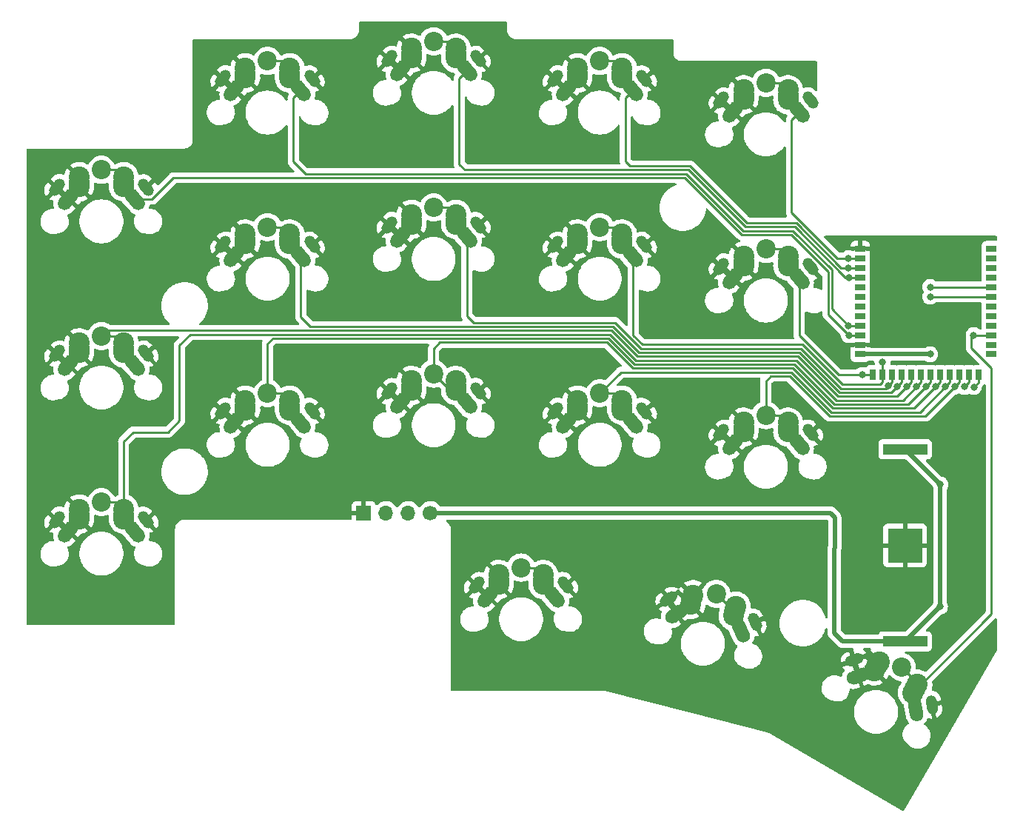
<source format=gtl>
G04 #@! TF.GenerationSoftware,KiCad,Pcbnew,(6.0.2)*
G04 #@! TF.CreationDate,2022-03-08T09:32:50+01:00*
G04 #@! TF.ProjectId,pierce,70696572-6365-42e6-9b69-6361645f7063,v 0.1*
G04 #@! TF.SameCoordinates,Original*
G04 #@! TF.FileFunction,Copper,L1,Top*
G04 #@! TF.FilePolarity,Positive*
%FSLAX46Y46*%
G04 Gerber Fmt 4.6, Leading zero omitted, Abs format (unit mm)*
G04 Created by KiCad (PCBNEW (6.0.2)) date 2022-03-08 09:32:50*
%MOMM*%
%LPD*%
G01*
G04 APERTURE LIST*
G04 Aperture macros list*
%AMHorizOval*
0 Thick line with rounded ends*
0 $1 width*
0 $2 $3 position (X,Y) of the first rounded end (center of the circle)*
0 $4 $5 position (X,Y) of the second rounded end (center of the circle)*
0 Add line between two ends*
20,1,$1,$2,$3,$4,$5,0*
0 Add two circle primitives to create the rounded ends*
1,1,$1,$2,$3*
1,1,$1,$4,$5*%
G04 Aperture macros list end*
G04 #@! TA.AperFunction,ComponentPad*
%ADD10HorizOval,1.250000X0.082483X-0.467784X-0.082483X0.467784X0*%
G04 #@! TD*
G04 #@! TA.AperFunction,ComponentPad*
%ADD11HorizOval,1.250000X0.446354X0.162460X-0.446354X-0.162460X0*%
G04 #@! TD*
G04 #@! TA.AperFunction,ComponentPad*
%ADD12C,2.400000*%
G04 #@! TD*
G04 #@! TA.AperFunction,ComponentPad*
%ADD13HorizOval,1.550000X0.587308X0.213763X-0.587308X-0.213763X0*%
G04 #@! TD*
G04 #@! TA.AperFunction,ComponentPad*
%ADD14HorizOval,1.550000X0.108530X-0.615505X-0.108530X0.615505X0*%
G04 #@! TD*
G04 #@! TA.AperFunction,ComponentPad*
%ADD15C,2.200000*%
G04 #@! TD*
G04 #@! TA.AperFunction,ComponentPad*
%ADD16HorizOval,1.250000X0.305324X-0.363871X-0.305324X0.363871X0*%
G04 #@! TD*
G04 #@! TA.AperFunction,ComponentPad*
%ADD17HorizOval,1.250000X0.305324X0.363871X-0.305324X-0.363871X0*%
G04 #@! TD*
G04 #@! TA.AperFunction,ComponentPad*
%ADD18HorizOval,1.550000X0.401742X0.478778X-0.401742X-0.478778X0*%
G04 #@! TD*
G04 #@! TA.AperFunction,ComponentPad*
%ADD19HorizOval,1.550000X0.401742X-0.478778X-0.401742X0.478778X0*%
G04 #@! TD*
G04 #@! TA.AperFunction,ComponentPad*
%ADD20HorizOval,1.550000X0.511970X0.358485X-0.511970X-0.358485X0*%
G04 #@! TD*
G04 #@! TA.AperFunction,ComponentPad*
%ADD21HorizOval,1.250000X0.389097X0.272449X-0.389097X-0.272449X0*%
G04 #@! TD*
G04 #@! TA.AperFunction,ComponentPad*
%ADD22HorizOval,1.250000X0.200744X-0.430496X-0.200744X0.430496X0*%
G04 #@! TD*
G04 #@! TA.AperFunction,ComponentPad*
%ADD23HorizOval,1.550000X0.264136X-0.566442X-0.264136X0.566442X0*%
G04 #@! TD*
G04 #@! TA.AperFunction,SMDPad,CuDef*
%ADD24R,1.198880X0.698500*%
G04 #@! TD*
G04 #@! TA.AperFunction,SMDPad,CuDef*
%ADD25R,0.698500X1.198880*%
G04 #@! TD*
G04 #@! TA.AperFunction,SMDPad,CuDef*
%ADD26R,5.080000X1.270000*%
G04 #@! TD*
G04 #@! TA.AperFunction,SMDPad,CuDef*
%ADD27R,3.960000X3.960000*%
G04 #@! TD*
G04 #@! TA.AperFunction,ComponentPad*
%ADD28C,1.700000*%
G04 #@! TD*
G04 #@! TA.AperFunction,ComponentPad*
%ADD29O,1.700000X1.700000*%
G04 #@! TD*
G04 #@! TA.AperFunction,ComponentPad*
%ADD30R,1.700000X1.700000*%
G04 #@! TD*
G04 #@! TA.AperFunction,ViaPad*
%ADD31C,0.800000*%
G04 #@! TD*
G04 #@! TA.AperFunction,Conductor*
%ADD32C,0.250000*%
G04 #@! TD*
G04 #@! TA.AperFunction,Conductor*
%ADD33C,0.500000*%
G04 #@! TD*
G04 APERTURE END LIST*
D10*
X202039331Y-115601101D03*
D11*
X193205871Y-110501101D03*
D12*
X196012896Y-110759191D03*
X195722896Y-111261486D03*
X195472896Y-111694498D03*
D13*
X193643044Y-112323895D03*
D14*
X200242158Y-116133895D03*
D12*
X200412306Y-113299191D03*
X199872306Y-114234498D03*
X200122306Y-113801486D03*
D15*
X198622601Y-111319050D03*
D12*
X142530991Y-41143744D03*
D16*
X150170991Y-41743744D03*
D12*
X142530991Y-41643744D03*
D17*
X139970991Y-41743744D03*
D18*
X141260991Y-43103744D03*
D12*
X142530991Y-40563744D03*
D15*
X145070991Y-39743744D03*
D12*
X147610991Y-41143744D03*
X147610991Y-40563744D03*
X147610991Y-41643744D03*
D19*
X148880991Y-43103744D03*
D18*
X141260991Y-81103744D03*
D12*
X142530991Y-79143744D03*
D16*
X150170991Y-79743744D03*
D12*
X142530991Y-78563744D03*
X142530991Y-79643744D03*
D17*
X139970991Y-79743744D03*
D15*
X145070991Y-77743744D03*
D12*
X147610991Y-79143744D03*
D19*
X148880991Y-81103744D03*
D12*
X147610991Y-79643744D03*
X147610991Y-78563744D03*
X142530991Y-60143744D03*
D16*
X150170991Y-60743744D03*
D12*
X142530991Y-59563744D03*
D18*
X141260991Y-62103744D03*
D12*
X142530991Y-60643744D03*
D17*
X139970991Y-60743744D03*
D12*
X147610991Y-59563744D03*
X147610991Y-60643744D03*
D19*
X148880991Y-62103744D03*
D15*
X145070991Y-58743744D03*
D12*
X147610991Y-60143744D03*
X180530992Y-65393540D03*
D16*
X188170992Y-65493540D03*
D18*
X179260992Y-66853540D03*
D12*
X180530992Y-64893540D03*
D17*
X177970992Y-65493540D03*
D12*
X180530992Y-64313540D03*
X185610992Y-64313540D03*
X185610992Y-65393540D03*
D19*
X186880992Y-66853540D03*
D12*
X185610992Y-64893540D03*
D15*
X183070992Y-63493540D03*
D12*
X180530992Y-83893540D03*
X180530992Y-83313540D03*
D16*
X188170992Y-84493540D03*
D12*
X180530992Y-84393540D03*
D18*
X179260992Y-85853540D03*
D17*
X177970992Y-84493540D03*
D12*
X185610992Y-83893540D03*
X185610992Y-83313540D03*
D15*
X183070992Y-82493540D03*
D19*
X186880992Y-85853540D03*
D12*
X185610992Y-84393540D03*
D17*
X158970991Y-62994182D03*
D12*
X161530991Y-62394182D03*
X161530991Y-62894182D03*
D18*
X160260991Y-64354182D03*
D12*
X161530991Y-61814182D03*
D16*
X169170991Y-62994182D03*
D12*
X166610991Y-62894182D03*
D15*
X164070991Y-60994182D03*
D12*
X166610991Y-61814182D03*
D19*
X167880991Y-64354182D03*
D12*
X166610991Y-62394182D03*
X161530991Y-43394182D03*
D18*
X160260991Y-45354182D03*
D17*
X158970991Y-43994182D03*
D16*
X169170991Y-43994182D03*
D12*
X161530991Y-43894182D03*
X161530991Y-42814182D03*
X166610991Y-42814182D03*
X166610991Y-43394182D03*
D19*
X167880991Y-45354182D03*
D12*
X166610991Y-43894182D03*
D15*
X164070991Y-41994182D03*
D12*
X180530992Y-45893540D03*
X180530992Y-45313540D03*
D18*
X179260992Y-47853540D03*
D17*
X177970992Y-46493540D03*
D16*
X188170992Y-46493540D03*
D12*
X180530992Y-46393540D03*
X185610992Y-45313540D03*
D19*
X186880992Y-47853540D03*
D12*
X185610992Y-46393540D03*
X185610992Y-45893540D03*
D15*
X183070992Y-44493540D03*
D12*
X123530991Y-61814182D03*
X123530991Y-62894182D03*
D17*
X120970991Y-62994182D03*
D18*
X122260991Y-64354182D03*
D12*
X123530991Y-62394182D03*
D16*
X131170991Y-62994182D03*
D12*
X128610991Y-62394182D03*
D15*
X126070991Y-60994182D03*
D12*
X128610991Y-62894182D03*
X128610991Y-61814182D03*
D19*
X129880991Y-64354182D03*
D17*
X120970991Y-81994182D03*
D12*
X123530991Y-81394182D03*
X123530991Y-81894182D03*
D16*
X131170991Y-81994182D03*
D12*
X123530991Y-80814182D03*
D18*
X122260991Y-83354182D03*
D12*
X128610991Y-80814182D03*
X128610991Y-81394182D03*
X128610991Y-81894182D03*
D19*
X129880991Y-83354182D03*
D15*
X126070991Y-79994182D03*
D18*
X103260992Y-57802198D03*
D12*
X104530992Y-55262198D03*
D17*
X101970992Y-56442198D03*
D12*
X104530992Y-55842198D03*
X104530992Y-56342198D03*
D16*
X112170992Y-56442198D03*
D12*
X109610992Y-56342198D03*
X109610992Y-55842198D03*
D15*
X107070992Y-54442198D03*
D19*
X110880992Y-57802198D03*
D12*
X109610992Y-55262198D03*
D16*
X112170992Y-94442198D03*
D12*
X104530992Y-93262198D03*
X104530992Y-93842198D03*
D17*
X101970992Y-94442198D03*
D18*
X103260992Y-95802198D03*
D12*
X104530992Y-94342198D03*
X109610992Y-93262198D03*
D15*
X107070992Y-92442198D03*
D12*
X109610992Y-94342198D03*
X109610992Y-93842198D03*
D19*
X110880992Y-95802198D03*
D17*
X120970991Y-43994182D03*
D12*
X123530991Y-43394182D03*
D16*
X131170991Y-43994182D03*
D12*
X123530991Y-42814182D03*
D18*
X122260991Y-45354182D03*
D12*
X123530991Y-43894182D03*
X128610991Y-43894182D03*
X128610991Y-43394182D03*
D19*
X129880991Y-45354182D03*
D12*
X128610991Y-42814182D03*
D15*
X126070991Y-41994182D03*
D17*
X158970991Y-81994182D03*
D12*
X161530991Y-80814182D03*
X161530991Y-81894182D03*
D16*
X169170991Y-81994182D03*
D12*
X161530991Y-81394182D03*
D18*
X160260991Y-83354182D03*
D19*
X167880991Y-83354182D03*
D12*
X166610991Y-81894182D03*
D15*
X164070991Y-79994182D03*
D12*
X166610991Y-80814182D03*
X166610991Y-81394182D03*
X104530992Y-74842198D03*
D17*
X101970992Y-75442198D03*
D12*
X104530992Y-74262198D03*
D16*
X112170992Y-75442198D03*
D18*
X103260992Y-76802198D03*
D12*
X104530992Y-75342198D03*
D19*
X110880992Y-76802198D03*
D12*
X109610992Y-75342198D03*
D15*
X107070992Y-73442198D03*
D12*
X109610992Y-74842198D03*
X109610992Y-74262198D03*
X152532600Y-101328600D03*
D17*
X149972600Y-101928600D03*
D18*
X151262600Y-103288600D03*
D12*
X152532600Y-100748600D03*
D16*
X160172600Y-101928600D03*
D12*
X152532600Y-101828600D03*
D19*
X158882600Y-103288600D03*
D15*
X155072600Y-99928600D03*
D12*
X157612600Y-101328600D03*
X157612600Y-100748600D03*
X157612600Y-101828600D03*
D20*
X172849824Y-105189049D03*
D12*
X174454426Y-104107497D03*
D21*
X171955774Y-103541513D03*
D12*
X174733950Y-103064297D03*
D22*
X181808217Y-106181467D03*
D12*
X174583835Y-103624534D03*
D15*
X177399633Y-102929639D03*
D12*
X179490738Y-104939335D03*
X179361329Y-105422298D03*
X179640853Y-104379098D03*
D23*
X180210179Y-107161250D03*
D24*
X193859920Y-63442880D03*
X193859920Y-64542700D03*
X193859920Y-65642520D03*
X193859920Y-66742340D03*
X193859920Y-67842160D03*
X193859920Y-68941980D03*
X193859920Y-70041800D03*
X193859920Y-71141620D03*
X193859920Y-72241440D03*
X193859920Y-73341260D03*
X193859920Y-74441080D03*
X193859920Y-75540900D03*
D25*
X195310260Y-77890400D03*
X196410080Y-77890400D03*
X197509900Y-77890400D03*
X198609720Y-77890400D03*
X199709540Y-77890400D03*
X200809360Y-77890400D03*
X201906640Y-77890400D03*
X203006460Y-77890400D03*
X204106280Y-77890400D03*
X205206100Y-77890400D03*
X206305920Y-77890400D03*
X207405740Y-77890400D03*
D24*
X208856080Y-75540900D03*
X208856080Y-74441080D03*
X208856080Y-73341260D03*
X208856080Y-72241440D03*
X208856080Y-71141620D03*
X208856080Y-70041800D03*
X208856080Y-68941980D03*
X208856080Y-67842160D03*
X208856080Y-66742340D03*
X208856080Y-65642520D03*
X208856080Y-64542700D03*
X208856080Y-63442880D03*
D26*
X198995800Y-86403601D03*
X198995800Y-108373601D03*
D27*
X198995800Y-97388601D03*
D28*
X144692601Y-93688600D03*
D29*
X142152601Y-93688600D03*
X139612601Y-93688600D03*
D30*
X137072601Y-93688600D03*
D31*
X201860921Y-68941980D03*
X201860920Y-67842161D03*
X192546741Y-73341260D03*
X199205890Y-79243490D03*
X200289201Y-79260001D03*
X192503561Y-72241440D03*
X198097180Y-79252381D03*
X201396641Y-79249841D03*
X192541660Y-66742340D03*
X197090070Y-79159670D03*
X202505351Y-79240950D03*
X205780681Y-79265080D03*
X192523881Y-65642521D03*
X196410080Y-76437520D03*
X203614061Y-79232060D03*
X206863991Y-79281590D03*
X192506101Y-64542701D03*
X194093600Y-77890400D03*
X204722770Y-79223170D03*
X206834241Y-73341260D03*
X202985200Y-104384200D03*
X201860921Y-75540900D03*
X203034401Y-90442200D03*
X201675500Y-64085500D03*
D32*
X201860921Y-68941980D02*
X208856080Y-68941981D01*
X201860920Y-67842161D02*
X208856081Y-67842161D01*
X208845920Y-67832000D02*
X208856081Y-67842161D01*
X174739001Y-56289200D02*
X174739001Y-56288507D01*
X174739001Y-56288507D02*
X173799054Y-55348560D01*
X193859920Y-73341260D02*
X192546741Y-73341260D01*
X115320729Y-55348560D02*
X112867092Y-57802198D01*
X112867092Y-57802198D02*
X110880991Y-57802198D01*
X180316632Y-61866830D02*
X174739001Y-56289200D01*
X185989731Y-61866830D02*
X180316632Y-61866830D01*
X190182001Y-70976521D02*
X190182001Y-70512781D01*
X107070991Y-54442198D02*
X108790992Y-54442198D01*
X190182000Y-70512780D02*
X190182001Y-66059098D01*
X108790992Y-54442198D02*
X109610992Y-55262198D01*
X110880991Y-57612198D02*
X109610991Y-56342198D01*
X173799054Y-55348560D02*
X115320729Y-55348560D01*
X192546741Y-73341260D02*
X190182001Y-70976521D01*
X110880991Y-57802198D02*
X110880991Y-57612198D01*
X190182001Y-66059098D02*
X185989731Y-61866830D01*
X199205890Y-79243490D02*
X198091353Y-80358028D01*
X110880991Y-76802198D02*
X110880991Y-76612198D01*
X165421575Y-72819204D02*
X107693987Y-72819203D01*
X107070991Y-73442198D02*
X108790992Y-73442198D01*
X198091353Y-80358028D02*
X191288836Y-80358027D01*
X199709540Y-78739840D02*
X199205890Y-79243490D01*
X110880991Y-76612198D02*
X109610991Y-75342198D01*
X191288836Y-80358027D02*
X186716840Y-75786030D01*
X168388401Y-75786031D02*
X165421575Y-72819204D01*
X108790992Y-73442198D02*
X109610992Y-74262198D01*
X186716840Y-75786030D02*
X168388401Y-75786031D01*
X199709541Y-77890401D02*
X199709540Y-78739840D01*
X107693987Y-72819203D02*
X107070991Y-73442198D01*
X200289201Y-79260001D02*
X200809360Y-78739841D01*
X114692600Y-84438601D02*
X110692600Y-84438600D01*
X198741163Y-80808037D02*
X191102437Y-80808036D01*
X107070991Y-92442198D02*
X108790992Y-92442198D01*
X165235174Y-73269213D02*
X117230788Y-73269214D01*
X110692600Y-84438600D02*
X109610991Y-85520209D01*
X186530440Y-76236041D02*
X168202001Y-76236040D01*
X191102437Y-80808036D02*
X186530440Y-76236041D01*
X200809360Y-78739841D02*
X200809361Y-77890400D01*
X200289201Y-79260001D02*
X198741163Y-80808037D01*
X110880991Y-95802198D02*
X110880991Y-95612198D01*
X168202001Y-76236040D02*
X165235174Y-73269213D01*
X117230788Y-73269214D02*
X116000000Y-74500000D01*
X109610991Y-85520209D02*
X109610992Y-93262198D01*
X110880991Y-95612198D02*
X109610991Y-94342198D01*
X108790992Y-92442198D02*
X109610992Y-93262198D01*
X116000000Y-74500000D02*
X116000000Y-83131201D01*
X116000000Y-83131201D02*
X114692600Y-84438601D01*
X180503032Y-61416821D02*
X186176132Y-61416821D01*
X126070992Y-41994183D02*
X127790991Y-41994182D01*
X130399040Y-54899040D02*
X173985253Y-54899041D01*
X129880991Y-45354183D02*
X129000001Y-46235174D01*
X190632010Y-70369890D02*
X190632010Y-65872700D01*
X129880992Y-45164182D02*
X128610992Y-43894182D01*
X193859921Y-72241440D02*
X193010480Y-72241440D01*
X173985253Y-54899041D02*
X180503032Y-61416821D01*
X192503561Y-72241440D02*
X190632010Y-70369890D01*
X190632010Y-65872700D02*
X190632008Y-65872696D01*
X193010480Y-72241440D02*
X192503561Y-72241440D01*
X190632011Y-65872698D02*
X190632008Y-65872696D01*
X127790991Y-41994182D02*
X128610991Y-42814182D01*
X129000000Y-53500000D02*
X130399040Y-54899040D01*
X129000001Y-46235174D02*
X129000000Y-53500000D01*
X129880991Y-45354183D02*
X129880992Y-45164182D01*
X186176132Y-61416821D02*
X190632008Y-65872696D01*
X198097180Y-79252381D02*
X198609720Y-78739840D01*
X191475238Y-79908018D02*
X197441541Y-79908020D01*
X130965194Y-72369193D02*
X165607973Y-72369193D01*
X168574800Y-75336018D02*
X185849619Y-75336018D01*
X129880992Y-64164182D02*
X128610992Y-62894182D01*
X185849619Y-75336018D02*
X185849622Y-75336021D01*
X197441541Y-79908020D02*
X198097180Y-79252381D01*
X127790991Y-60994182D02*
X128610991Y-61814182D01*
X129880991Y-64354183D02*
X129880991Y-71284991D01*
X186903239Y-75336020D02*
X191475238Y-79908018D01*
X185849622Y-75336021D02*
X186903239Y-75336020D01*
X198609720Y-78739840D02*
X198609721Y-77890400D01*
X129880991Y-64354183D02*
X129880992Y-64164182D01*
X165607973Y-72369193D02*
X168574800Y-75336018D01*
X129880991Y-71284991D02*
X130965194Y-72369193D01*
X126070992Y-60994183D02*
X127790991Y-60994182D01*
X201396641Y-79249841D02*
X201906640Y-78739840D01*
X126682000Y-73719224D02*
X165048775Y-73719223D01*
X129880991Y-83354183D02*
X129880992Y-83164182D01*
X186344040Y-76686051D02*
X190916038Y-81258045D01*
X126070992Y-79994183D02*
X127790991Y-79994182D01*
X199388434Y-81258046D02*
X201396641Y-79249841D01*
X126070992Y-74330232D02*
X126682000Y-73719224D01*
X126070992Y-79994183D02*
X126070992Y-74330232D01*
X201906640Y-78739840D02*
X201906640Y-77890401D01*
X168015602Y-76686050D02*
X186344040Y-76686051D01*
X165048775Y-73719223D02*
X168015602Y-76686050D01*
X129880992Y-83164182D02*
X128610992Y-81894182D01*
X127790991Y-79994182D02*
X128610991Y-80814182D01*
X190916038Y-81258045D02*
X199388434Y-81258046D01*
X180689432Y-60966810D02*
X186362532Y-60966810D01*
X148880992Y-43103744D02*
X148000001Y-43984735D01*
X148653141Y-54449520D02*
X174172142Y-54449521D01*
X148000000Y-53796380D02*
X148653141Y-54449520D01*
X148000001Y-43984735D02*
X148000000Y-53796380D01*
X174172142Y-54449521D02*
X180689432Y-60966810D01*
X145070992Y-39743744D02*
X146790991Y-39743744D01*
X193859921Y-66742340D02*
X192541660Y-66742340D01*
X146790991Y-39743744D02*
X147610991Y-40563744D01*
X186362532Y-60966810D02*
X192138063Y-66742340D01*
X148880992Y-43103744D02*
X148880992Y-42913744D01*
X192138063Y-66742340D02*
X192541660Y-66742340D01*
X148880992Y-42913744D02*
X147610991Y-41643745D01*
X197090070Y-79159670D02*
X196791731Y-79458011D01*
X165794373Y-71919183D02*
X149615983Y-71919183D01*
X145070992Y-58743744D02*
X146790991Y-58743744D01*
X148880992Y-71184192D02*
X148880992Y-62103744D01*
X197509900Y-77890400D02*
X197509900Y-78739840D01*
X148880992Y-61913744D02*
X147610991Y-60643745D01*
X146790991Y-58743744D02*
X147610991Y-59563744D01*
X148880992Y-62103744D02*
X148880992Y-61913744D01*
X168761199Y-74886009D02*
X165794373Y-71919183D01*
X196791731Y-79458011D02*
X191661639Y-79458009D01*
X149615983Y-71919183D02*
X148880992Y-71184192D01*
X191661639Y-79458009D02*
X187089640Y-74886010D01*
X197509900Y-78739840D02*
X197090070Y-79159670D01*
X187089640Y-74886010D02*
X168761199Y-74886009D01*
X202505351Y-79240950D02*
X203006460Y-78739840D01*
X146970991Y-79643745D02*
X147610991Y-79643745D01*
X200038245Y-81708055D02*
X202505351Y-79240950D01*
X145070992Y-77743744D02*
X146970991Y-79643745D01*
X167829202Y-77136061D02*
X186157642Y-77136060D01*
X148880991Y-81103744D02*
X148880992Y-80413745D01*
X190729639Y-81708054D02*
X200038245Y-81708055D01*
X145070991Y-74881043D02*
X145782801Y-74169233D01*
X145782801Y-74169233D02*
X164862374Y-74169233D01*
X203006460Y-78739840D02*
X203006461Y-77890400D01*
X148880992Y-80413745D02*
X147610992Y-79143745D01*
X164862374Y-74169233D02*
X167829202Y-77136061D01*
X145070992Y-77743744D02*
X145070991Y-74881043D01*
X186157642Y-77136060D02*
X190729639Y-81708054D01*
X205780681Y-79265080D02*
X206305921Y-78739841D01*
X158882601Y-103288600D02*
X158882601Y-103098601D01*
X155072600Y-99928601D02*
X156792600Y-99928600D01*
X206305921Y-78739841D02*
X206305920Y-77890400D01*
X158882601Y-103098601D02*
X157612601Y-101828600D01*
X156792600Y-99928600D02*
X157612601Y-100748600D01*
X167500000Y-54000001D02*
X174359031Y-54000000D01*
X193859920Y-65642520D02*
X192523881Y-65642521D01*
X164070992Y-41994183D02*
X165790991Y-41994182D01*
X167880991Y-45354183D02*
X167880992Y-45164182D01*
X167000000Y-53500000D02*
X167500000Y-54000001D01*
X180875833Y-60516801D02*
X186548931Y-60516800D01*
X167880991Y-45354183D02*
X167000001Y-46235174D01*
X186548931Y-60516800D02*
X191674652Y-65642520D01*
X167880992Y-45164182D02*
X166610992Y-43894182D01*
X167000001Y-46235174D02*
X167000000Y-53500000D01*
X191674652Y-65642520D02*
X192523881Y-65642521D01*
X174359031Y-54000000D02*
X180875833Y-60516801D01*
X165790991Y-41994182D02*
X166610991Y-42814182D01*
X196410080Y-76437520D02*
X196410080Y-76437520D01*
X196410080Y-77890400D02*
X196410080Y-76437520D01*
X167880991Y-73369392D02*
X168947600Y-74436000D01*
X167880991Y-64354183D02*
X167880992Y-64164182D01*
X196410081Y-78739841D02*
X196141921Y-79008001D01*
X191848039Y-79008000D02*
X187276039Y-74436000D01*
X168947600Y-74436000D02*
X187276039Y-74436000D01*
X196141921Y-79008001D02*
X191848039Y-79008000D01*
X196410080Y-77890400D02*
X196410081Y-78739841D01*
X165790991Y-60994182D02*
X166610991Y-61814182D01*
X167880991Y-64354183D02*
X167880991Y-73369392D01*
X164070992Y-60994183D02*
X165790991Y-60994182D01*
X167880992Y-64164182D02*
X166610992Y-62894182D01*
X203614061Y-79232060D02*
X204106280Y-78739841D01*
X200688057Y-82158064D02*
X203614061Y-79232060D01*
X167880991Y-83354183D02*
X167880992Y-83164182D01*
X165790991Y-79994182D02*
X166610991Y-80814182D01*
X164070992Y-79994183D02*
X165790991Y-79994182D01*
X185971243Y-77586071D02*
X190543241Y-82158063D01*
X190543241Y-82158063D02*
X200688057Y-82158064D01*
X167880992Y-83164182D02*
X166610992Y-81894182D01*
X204106280Y-78739841D02*
X204106280Y-77890401D01*
X166479103Y-77586070D02*
X185971243Y-77586071D01*
X164070992Y-79994183D02*
X166479103Y-77586070D01*
X180210178Y-105658775D02*
X179490737Y-104939334D01*
X177399632Y-102929639D02*
X178849092Y-104379098D01*
X178849092Y-104379098D02*
X179640853Y-104379097D01*
X180210178Y-107161249D02*
X180210178Y-105658775D01*
X207405740Y-77890400D02*
X207405740Y-78739840D01*
X207405740Y-78739840D02*
X206863991Y-79281590D01*
X191211241Y-64542700D02*
X186000001Y-59331459D01*
X186880992Y-47853541D02*
X186880992Y-47663540D01*
X183070992Y-44493541D02*
X184790991Y-44493541D01*
X186880992Y-47663540D02*
X185610992Y-46393540D01*
X192506101Y-64542701D02*
X191211241Y-64542700D01*
X186000001Y-59331459D02*
X186000000Y-48734531D01*
X193859921Y-64542700D02*
X192506101Y-64542701D01*
X184790991Y-44493541D02*
X185610991Y-45313540D01*
X186000000Y-48734531D02*
X186880992Y-47853541D01*
X194093600Y-77890400D02*
X195310260Y-77890400D01*
X183070992Y-63493541D02*
X184790991Y-63493541D01*
X186880992Y-66853541D02*
X186880991Y-73404542D01*
X186880992Y-66663540D02*
X185610992Y-65393540D01*
X186880991Y-73404542D02*
X191366850Y-77890400D01*
X184790991Y-63493541D02*
X185610991Y-64313540D01*
X191366850Y-77890400D02*
X194093600Y-77890400D01*
X186880992Y-66853541D02*
X186880992Y-66663540D01*
X204722770Y-79223170D02*
X205206101Y-78739840D01*
X183070992Y-78593889D02*
X183628801Y-78036080D01*
X183070992Y-82493541D02*
X184790992Y-82493540D01*
X183070992Y-82493541D02*
X183070992Y-78593889D01*
X185784845Y-78036080D02*
X190356842Y-82608072D01*
X190356842Y-82608072D02*
X201337867Y-82608073D01*
X186880992Y-85853541D02*
X186880992Y-85663540D01*
X183628801Y-78036080D02*
X185784845Y-78036080D01*
X186880992Y-85663540D02*
X185610992Y-84393540D01*
X205206101Y-78739840D02*
X205206100Y-77890400D01*
X184790992Y-82493540D02*
X185610991Y-83313540D01*
X201337867Y-82608073D02*
X204722770Y-79223170D01*
X206834241Y-73341260D02*
X206565000Y-73610501D01*
X198622600Y-111319050D02*
X200122305Y-112818755D01*
X206834241Y-73341260D02*
X206834241Y-73341260D01*
X206565000Y-74783513D02*
X208856080Y-77074592D01*
X206565000Y-73610501D02*
X206565000Y-74783513D01*
X200242157Y-113921338D02*
X200122305Y-113801486D01*
X208856081Y-105250723D02*
X199872306Y-114234498D01*
X208856080Y-77074592D02*
X208856081Y-105250723D01*
X200122305Y-112818755D02*
X200122305Y-113801486D01*
X200242158Y-116133896D02*
X200242157Y-113921338D01*
X208856080Y-73341260D02*
X206834241Y-73341260D01*
D33*
X203034401Y-90442200D02*
X198995801Y-86403600D01*
X144692601Y-93688600D02*
X190442600Y-93688600D01*
X203034401Y-90442200D02*
X203034400Y-104335000D01*
X190893200Y-97727801D02*
X190893201Y-107405200D01*
X190942600Y-94188600D02*
X190942601Y-97678401D01*
X203034400Y-104335000D02*
X198995801Y-108373600D01*
X193859920Y-75540900D02*
X201860921Y-75540900D01*
X190893201Y-107405200D02*
X191861600Y-108373600D01*
X191861600Y-108373600D02*
X198995801Y-108373600D01*
X190442600Y-93688600D02*
X190942600Y-94188600D01*
X190942601Y-97678401D02*
X190893200Y-97727801D01*
X112170991Y-56442198D02*
X112497497Y-56442198D01*
G04 #@! TA.AperFunction,Conductor*
G36*
X190126221Y-94467102D02*
G01*
X190172714Y-94520758D01*
X190184100Y-94573100D01*
X190184101Y-97423436D01*
X190177234Y-97461600D01*
X190177422Y-97461646D01*
X190177201Y-97462548D01*
X190176920Y-97463347D01*
X190176681Y-97464672D01*
X190175690Y-97468723D01*
X190173593Y-97474361D01*
X190171678Y-97480117D01*
X190168581Y-97486744D01*
X190156010Y-97547178D01*
X190153717Y-97558200D01*
X190152755Y-97562452D01*
X190135392Y-97633411D01*
X190134700Y-97644565D01*
X190134665Y-97644563D01*
X190134425Y-97648538D01*
X190134049Y-97652748D01*
X190132560Y-97659908D01*
X190134494Y-97731416D01*
X190134654Y-97737330D01*
X190134700Y-97740737D01*
X190134701Y-102537122D01*
X190134701Y-105615912D01*
X190114699Y-105684033D01*
X190061043Y-105730526D01*
X189990769Y-105740630D01*
X189926189Y-105711136D01*
X189887805Y-105651410D01*
X189885230Y-105641032D01*
X189874561Y-105588593D01*
X189873794Y-105584822D01*
X189770602Y-105276416D01*
X189746512Y-105225909D01*
X189650818Y-105025283D01*
X189630595Y-104982884D01*
X189619252Y-104965078D01*
X189550363Y-104856945D01*
X189455859Y-104708603D01*
X189446767Y-104697573D01*
X189251442Y-104460625D01*
X189251438Y-104460620D01*
X189248999Y-104457662D01*
X189013098Y-104233801D01*
X188751674Y-104040357D01*
X188610149Y-103960286D01*
X188471981Y-103882114D01*
X188471977Y-103882112D01*
X188468624Y-103880215D01*
X188168168Y-103755762D01*
X188064712Y-103727071D01*
X187858500Y-103669883D01*
X187858492Y-103669881D01*
X187854784Y-103668853D01*
X187533144Y-103620784D01*
X187529846Y-103620640D01*
X187418082Y-103615760D01*
X187418078Y-103615760D01*
X187416706Y-103615700D01*
X187218402Y-103615700D01*
X186976395Y-103630502D01*
X186972612Y-103631203D01*
X186972605Y-103631204D01*
X186816512Y-103660134D01*
X186656628Y-103689767D01*
X186472058Y-103747962D01*
X186350140Y-103786402D01*
X186350137Y-103786403D01*
X186346468Y-103787560D01*
X186342971Y-103789154D01*
X186342965Y-103789156D01*
X186054046Y-103920824D01*
X186054042Y-103920826D01*
X186050538Y-103922423D01*
X186047259Y-103924433D01*
X186047256Y-103924434D01*
X185893055Y-104018929D01*
X185773249Y-104092346D01*
X185770245Y-104094736D01*
X185770240Y-104094739D01*
X185678653Y-104167591D01*
X185518736Y-104294795D01*
X185516042Y-104297536D01*
X185516038Y-104297540D01*
X185293487Y-104524010D01*
X185293483Y-104524015D01*
X185290792Y-104526753D01*
X185165805Y-104689639D01*
X185141992Y-104720673D01*
X185092815Y-104784761D01*
X184981255Y-104974153D01*
X184937622Y-105048228D01*
X184927758Y-105064973D01*
X184798080Y-105363212D01*
X184796986Y-105366906D01*
X184796984Y-105366911D01*
X184772408Y-105449880D01*
X184705715Y-105675031D01*
X184652039Y-105995783D01*
X184637854Y-106320685D01*
X184645540Y-106418342D01*
X184662349Y-106631917D01*
X184663370Y-106644895D01*
X184728206Y-106963578D01*
X184831398Y-107271984D01*
X184833052Y-107275453D01*
X184833053Y-107275454D01*
X184845722Y-107302015D01*
X184971405Y-107565516D01*
X184973467Y-107568753D01*
X184973470Y-107568758D01*
X185011393Y-107628285D01*
X185146141Y-107839797D01*
X185148584Y-107842760D01*
X185148585Y-107842762D01*
X185328615Y-108061155D01*
X185353001Y-108090738D01*
X185588902Y-108314599D01*
X185850326Y-108508043D01*
X185929280Y-108552713D01*
X186130019Y-108666286D01*
X186130023Y-108666288D01*
X186133376Y-108668185D01*
X186136937Y-108669660D01*
X186136939Y-108669661D01*
X186141034Y-108671357D01*
X186433832Y-108792638D01*
X186537288Y-108821329D01*
X186743500Y-108878517D01*
X186743508Y-108878519D01*
X186747216Y-108879547D01*
X187068856Y-108927616D01*
X187072154Y-108927760D01*
X187183918Y-108932640D01*
X187183922Y-108932640D01*
X187185294Y-108932700D01*
X187383598Y-108932700D01*
X187625605Y-108917898D01*
X187629388Y-108917197D01*
X187629395Y-108917196D01*
X187829459Y-108880116D01*
X187945372Y-108858633D01*
X188154682Y-108792638D01*
X188251860Y-108761998D01*
X188251863Y-108761997D01*
X188255532Y-108760840D01*
X188259029Y-108759246D01*
X188259035Y-108759244D01*
X188547954Y-108627576D01*
X188547958Y-108627574D01*
X188551462Y-108625977D01*
X188578747Y-108609257D01*
X188825473Y-108458063D01*
X188825476Y-108458061D01*
X188828751Y-108456054D01*
X188831755Y-108453664D01*
X188831760Y-108453661D01*
X188956007Y-108354830D01*
X189083264Y-108253605D01*
X189085958Y-108250864D01*
X189085962Y-108250860D01*
X189308513Y-108024390D01*
X189308517Y-108024385D01*
X189311208Y-108021647D01*
X189473602Y-107810012D01*
X189506835Y-107766702D01*
X189506837Y-107766698D01*
X189509185Y-107763639D01*
X189656690Y-107513224D01*
X189672289Y-107486743D01*
X189672291Y-107486740D01*
X189674242Y-107483427D01*
X189803920Y-107185188D01*
X189807673Y-107172520D01*
X189887890Y-106901710D01*
X189926415Y-106842075D01*
X189991066Y-106812736D01*
X190061316Y-106823007D01*
X190114861Y-106869628D01*
X190134701Y-106937496D01*
X190134701Y-107338130D01*
X190133268Y-107357080D01*
X190131309Y-107369959D01*
X190130002Y-107378549D01*
X190130595Y-107385841D01*
X190130595Y-107385844D01*
X190134286Y-107431218D01*
X190134701Y-107441433D01*
X190134701Y-107449493D01*
X190135125Y-107453127D01*
X190135125Y-107453133D01*
X190137990Y-107477703D01*
X190138422Y-107482068D01*
X190144341Y-107554836D01*
X190146596Y-107561797D01*
X190147783Y-107567737D01*
X190149172Y-107573612D01*
X190150019Y-107580881D01*
X190174937Y-107649530D01*
X190176354Y-107653658D01*
X190189386Y-107693884D01*
X190198850Y-107723099D01*
X190202646Y-107729354D01*
X190205152Y-107734828D01*
X190207871Y-107740258D01*
X190210368Y-107747137D01*
X190214381Y-107753257D01*
X190214381Y-107753258D01*
X190250387Y-107808176D01*
X190252724Y-107811880D01*
X190290606Y-107874307D01*
X190294322Y-107878514D01*
X190294324Y-107878517D01*
X190298004Y-107882683D01*
X190297977Y-107882707D01*
X190300622Y-107885689D01*
X190303329Y-107888926D01*
X190307345Y-107895052D01*
X190312661Y-107900088D01*
X190312662Y-107900089D01*
X190363582Y-107948326D01*
X190366025Y-107950704D01*
X191277835Y-108862515D01*
X191290222Y-108876929D01*
X191298751Y-108888520D01*
X191298754Y-108888524D01*
X191303092Y-108894418D01*
X191308675Y-108899161D01*
X191343368Y-108928635D01*
X191350884Y-108935565D01*
X191356579Y-108941260D01*
X191359461Y-108943540D01*
X191378851Y-108958881D01*
X191382255Y-108961672D01*
X191416900Y-108991105D01*
X191437885Y-109008933D01*
X191444401Y-109012261D01*
X191449450Y-109015628D01*
X191454579Y-109018795D01*
X191460316Y-109023334D01*
X191526475Y-109054255D01*
X191530369Y-109056158D01*
X191595408Y-109089369D01*
X191602517Y-109091108D01*
X191608151Y-109093204D01*
X191613921Y-109095123D01*
X191620550Y-109098222D01*
X191627713Y-109099712D01*
X191627716Y-109099713D01*
X191678430Y-109110261D01*
X191692035Y-109113091D01*
X191696301Y-109114057D01*
X191767210Y-109131408D01*
X191772812Y-109131756D01*
X191772815Y-109131756D01*
X191778364Y-109132100D01*
X191778362Y-109132135D01*
X191782334Y-109132375D01*
X191786555Y-109132752D01*
X191793715Y-109134241D01*
X191871141Y-109132146D01*
X191874549Y-109132100D01*
X192977353Y-109132100D01*
X193045474Y-109152102D01*
X193091967Y-109205758D01*
X193102071Y-109276032D01*
X193072577Y-109340612D01*
X193062296Y-109350108D01*
X193060620Y-109354494D01*
X193061678Y-109362287D01*
X193351484Y-110158524D01*
X193360900Y-110171312D01*
X193362621Y-110171969D01*
X193370411Y-110170912D01*
X194326511Y-109822920D01*
X194712798Y-109822920D01*
X194747711Y-109918842D01*
X194762190Y-109941570D01*
X195603937Y-110783317D01*
X195617881Y-110790931D01*
X195619714Y-110790800D01*
X195626328Y-110786550D01*
X195640877Y-110772000D01*
X195648488Y-110758062D01*
X195648357Y-110756225D01*
X195644106Y-110749611D01*
X194722968Y-109828473D01*
X194712798Y-109822920D01*
X194326511Y-109822920D01*
X194549210Y-109741864D01*
X194604145Y-109738373D01*
X194597198Y-109719519D01*
X194595374Y-109710801D01*
X194540053Y-109627378D01*
X194532532Y-109618091D01*
X194389535Y-109472322D01*
X194380409Y-109464638D01*
X194231547Y-109361753D01*
X194186881Y-109306568D01*
X194179140Y-109235994D01*
X194210783Y-109172439D01*
X194271764Y-109136081D01*
X194303186Y-109132100D01*
X194957370Y-109132100D01*
X195025491Y-109152102D01*
X195071984Y-109205758D01*
X195082088Y-109276032D01*
X195052594Y-109340612D01*
X195026455Y-109363472D01*
X195011364Y-109373366D01*
X195002226Y-109384108D01*
X195006799Y-109393884D01*
X196106232Y-110493317D01*
X196120176Y-110500931D01*
X196122009Y-110500800D01*
X196128626Y-110496548D01*
X196690220Y-109934954D01*
X196752532Y-109900928D01*
X196823347Y-109905993D01*
X196868410Y-109934954D01*
X197049429Y-110115973D01*
X197083455Y-110178285D01*
X197078390Y-110249100D01*
X197049429Y-110294163D01*
X196809830Y-110533762D01*
X196802216Y-110547706D01*
X196802347Y-110549539D01*
X196813920Y-110567547D01*
X196810696Y-110569619D01*
X196833455Y-110611297D01*
X196828390Y-110682112D01*
X196799429Y-110727175D01*
X195844918Y-111681686D01*
X195837304Y-111695630D01*
X195837435Y-111697463D01*
X195841686Y-111704078D01*
X196836628Y-112699020D01*
X196849008Y-112705780D01*
X196857349Y-112699536D01*
X196975599Y-112515696D01*
X196980040Y-112507516D01*
X197054705Y-112341766D01*
X197074854Y-112310441D01*
X197087702Y-112295790D01*
X197093321Y-112288333D01*
X197106200Y-112268310D01*
X197159873Y-112221838D01*
X197230151Y-112211760D01*
X197294721Y-112241278D01*
X197314107Y-112262408D01*
X197314688Y-112263207D01*
X197317273Y-112267426D01*
X197481703Y-112459948D01*
X197674225Y-112624378D01*
X197890099Y-112756666D01*
X197894669Y-112758559D01*
X197894673Y-112758561D01*
X198119437Y-112851661D01*
X198124010Y-112853555D01*
X198187144Y-112868712D01*
X198365385Y-112911504D01*
X198365391Y-112911505D01*
X198370198Y-112912659D01*
X198430592Y-112917412D01*
X198459925Y-112919721D01*
X198526267Y-112945007D01*
X198568406Y-113002145D01*
X198572965Y-113072995D01*
X198566236Y-113094058D01*
X198540686Y-113154988D01*
X198521364Y-113186831D01*
X198477489Y-113239585D01*
X198345753Y-113456680D01*
X198343944Y-113460994D01*
X198343943Y-113460996D01*
X198280130Y-113613174D01*
X198247552Y-113690863D01*
X198185044Y-113936988D01*
X198159602Y-114189649D01*
X198159826Y-114194315D01*
X198159826Y-114194320D01*
X198162296Y-114245729D01*
X198171786Y-114443296D01*
X198174803Y-114458464D01*
X198203415Y-114602303D01*
X198221327Y-114692355D01*
X198222906Y-114696753D01*
X198222908Y-114696760D01*
X198270626Y-114829664D01*
X198307137Y-114931356D01*
X198309354Y-114935482D01*
X198424785Y-115150310D01*
X198427331Y-115155049D01*
X198430126Y-115158792D01*
X198430128Y-115158795D01*
X198576477Y-115354780D01*
X198576482Y-115354786D01*
X198579269Y-115358518D01*
X198582578Y-115361798D01*
X198582583Y-115361804D01*
X198741311Y-115519152D01*
X198759613Y-115537295D01*
X198763375Y-115540053D01*
X198763378Y-115540056D01*
X198806821Y-115571909D01*
X198849929Y-115628319D01*
X198857837Y-115662540D01*
X198859896Y-115686078D01*
X198860372Y-115688778D01*
X198860373Y-115688785D01*
X199081954Y-116945430D01*
X199096419Y-117027467D01*
X199097127Y-117030108D01*
X199134137Y-117168232D01*
X199139985Y-117190059D01*
X199234898Y-117393601D01*
X199363713Y-117577569D01*
X199367608Y-117581464D01*
X199367613Y-117581470D01*
X199393091Y-117606948D01*
X199427117Y-117669260D01*
X199422052Y-117740075D01*
X199374363Y-117800563D01*
X199320890Y-117836564D01*
X199217691Y-117906041D01*
X199213834Y-117909720D01*
X199213832Y-117909722D01*
X199144474Y-117975887D01*
X199050875Y-118065176D01*
X198913256Y-118250142D01*
X198910840Y-118254893D01*
X198910838Y-118254897D01*
X198861013Y-118352897D01*
X198808770Y-118455651D01*
X198807188Y-118460745D01*
X198807187Y-118460748D01*
X198806128Y-118464158D01*
X198740403Y-118675827D01*
X198739702Y-118681116D01*
X198715715Y-118862102D01*
X198710112Y-118904374D01*
X198710312Y-118909703D01*
X198710312Y-118909705D01*
X198714437Y-119019566D01*
X198718761Y-119134758D01*
X198766103Y-119360391D01*
X198850786Y-119574821D01*
X198970387Y-119771917D01*
X198973884Y-119775947D01*
X198976119Y-119778522D01*
X199121487Y-119946045D01*
X199167727Y-119983959D01*
X199282820Y-120078330D01*
X199303689Y-120100111D01*
X199338235Y-120146122D01*
X199338240Y-120146128D01*
X199341339Y-120150255D01*
X199514731Y-120315952D01*
X199712858Y-120451105D01*
X199930397Y-120552084D01*
X200161509Y-120616176D01*
X200265220Y-120627260D01*
X200353963Y-120636744D01*
X200353971Y-120636744D01*
X200357298Y-120637100D01*
X200496544Y-120637100D01*
X200499117Y-120636888D01*
X200499128Y-120636888D01*
X200669617Y-120622871D01*
X200669623Y-120622870D01*
X200674768Y-120622447D01*
X200791073Y-120593233D01*
X200902366Y-120565279D01*
X200902370Y-120565278D01*
X200907377Y-120564020D01*
X200912107Y-120561964D01*
X200912114Y-120561961D01*
X201122582Y-120470447D01*
X201122585Y-120470445D01*
X201127319Y-120468387D01*
X201131653Y-120465583D01*
X201131657Y-120465581D01*
X201324345Y-120340925D01*
X201324348Y-120340923D01*
X201328688Y-120338115D01*
X201349842Y-120318867D01*
X201502254Y-120180182D01*
X201502255Y-120180180D01*
X201506076Y-120176704D01*
X201509275Y-120172653D01*
X201509279Y-120172649D01*
X201651515Y-119992546D01*
X201654720Y-119988488D01*
X201770628Y-119778522D01*
X201841147Y-119579383D01*
X201848960Y-119557320D01*
X201848961Y-119557316D01*
X201850686Y-119552445D01*
X201851594Y-119547349D01*
X201891839Y-119321416D01*
X201891840Y-119321410D01*
X201892745Y-119316327D01*
X201894963Y-119134758D01*
X201895612Y-119081681D01*
X201895612Y-119081679D01*
X201895675Y-119076511D01*
X201859398Y-118839437D01*
X201784887Y-118611471D01*
X201707094Y-118462032D01*
X201676533Y-118403325D01*
X201676532Y-118403324D01*
X201674144Y-118398736D01*
X201572500Y-118263358D01*
X201533248Y-118211080D01*
X201533246Y-118211077D01*
X201530143Y-118206945D01*
X201381790Y-118065176D01*
X201360488Y-118044819D01*
X201360487Y-118044818D01*
X201356751Y-118041248D01*
X201195186Y-117931036D01*
X201150183Y-117876125D01*
X201142012Y-117805600D01*
X201173266Y-117741853D01*
X201178920Y-117736437D01*
X201178857Y-117736374D01*
X201337661Y-117577570D01*
X201466477Y-117393601D01*
X201560212Y-117192587D01*
X201607130Y-117139302D01*
X201675407Y-117119841D01*
X201717605Y-117127473D01*
X201829285Y-117168232D01*
X201840843Y-117171242D01*
X202042442Y-117203713D01*
X202048013Y-117204073D01*
X202059352Y-117200364D01*
X202060928Y-117186309D01*
X201820095Y-115820476D01*
X202335931Y-115820476D01*
X202560558Y-117094398D01*
X202566819Y-117107030D01*
X202576340Y-117106728D01*
X202668106Y-117066733D01*
X202678547Y-117060946D01*
X202846937Y-116945430D01*
X202856101Y-116937768D01*
X202999603Y-116792501D01*
X203007153Y-116783244D01*
X203120599Y-116613460D01*
X203126264Y-116602940D01*
X203205556Y-116414771D01*
X203209130Y-116403364D01*
X203251409Y-116203602D01*
X203252762Y-116191728D01*
X203256531Y-115986109D01*
X203256049Y-115977155D01*
X203255636Y-115974424D01*
X203202370Y-115672337D01*
X203195318Y-115658108D01*
X203193740Y-115657163D01*
X203185885Y-115656851D01*
X202351417Y-115803991D01*
X202337188Y-115811043D01*
X202336243Y-115812621D01*
X202335931Y-115820476D01*
X201820095Y-115820476D01*
X201782218Y-115605667D01*
X201766963Y-115519152D01*
X201774832Y-115448592D01*
X201819599Y-115393489D01*
X201869169Y-115373186D01*
X203093174Y-115157362D01*
X203107403Y-115150310D01*
X203108348Y-115148732D01*
X203108660Y-115140877D01*
X203063776Y-114886328D01*
X203062456Y-114880485D01*
X203021711Y-114733066D01*
X203017457Y-114721926D01*
X202926817Y-114538929D01*
X202920529Y-114528789D01*
X202796924Y-114366239D01*
X202788829Y-114357467D01*
X202636716Y-114221224D01*
X202627107Y-114214140D01*
X202451977Y-114109120D01*
X202441204Y-114103981D01*
X202249369Y-114033969D01*
X202237828Y-114030962D01*
X202131927Y-114013905D01*
X202067854Y-113983325D01*
X202030485Y-113922958D01*
X202030695Y-113855309D01*
X202091202Y-113640766D01*
X202118572Y-113425625D01*
X202122851Y-113391989D01*
X202122851Y-113391983D01*
X202123249Y-113388858D01*
X202125597Y-113299191D01*
X202119386Y-113215605D01*
X202107124Y-113050602D01*
X202107123Y-113050598D01*
X202106778Y-113045950D01*
X202105747Y-113041392D01*
X202094431Y-112991381D01*
X202098906Y-112920525D01*
X202128229Y-112874479D01*
X209248328Y-105754380D01*
X209256618Y-105746836D01*
X209263099Y-105742723D01*
X209274151Y-105730953D01*
X209335365Y-105694988D01*
X209406304Y-105697827D01*
X209464448Y-105738568D01*
X209491336Y-105804276D01*
X209492001Y-105817207D01*
X209492001Y-109329717D01*
X209475046Y-109392846D01*
X202965407Y-120637100D01*
X198878432Y-127696628D01*
X198826991Y-127745561D01*
X198757261Y-127758914D01*
X198706197Y-127742508D01*
X183419774Y-118881278D01*
X183402667Y-118869369D01*
X183393879Y-118862102D01*
X183386961Y-118856381D01*
X183352274Y-118841449D01*
X183346817Y-118838944D01*
X183346356Y-118838719D01*
X183342474Y-118836469D01*
X183338321Y-118834795D01*
X183338310Y-118834790D01*
X183316074Y-118825829D01*
X183313354Y-118824696D01*
X183288749Y-118814105D01*
X183288747Y-118814104D01*
X183284265Y-118812175D01*
X183279749Y-118811013D01*
X183273992Y-118808871D01*
X183241686Y-118795851D01*
X183222806Y-118793983D01*
X183217511Y-118793459D01*
X183198499Y-118790091D01*
X174640196Y-116586421D01*
X193164101Y-116586421D01*
X193203661Y-116899575D01*
X193282158Y-117205302D01*
X193283611Y-117208971D01*
X193283611Y-117208972D01*
X193358495Y-117398106D01*
X193398354Y-117498779D01*
X193400260Y-117502247D01*
X193400261Y-117502248D01*
X193528974Y-117736374D01*
X193550417Y-117775379D01*
X193735947Y-118030740D01*
X193952019Y-118260833D01*
X194195226Y-118462032D01*
X194461732Y-118631162D01*
X194465311Y-118632846D01*
X194465318Y-118632850D01*
X194743745Y-118763867D01*
X194743749Y-118763869D01*
X194747335Y-118765556D01*
X194751107Y-118766782D01*
X194751108Y-118766782D01*
X194837856Y-118794968D01*
X195047529Y-118863095D01*
X195357581Y-118922241D01*
X195593763Y-118937100D01*
X195751439Y-118937100D01*
X195987621Y-118922241D01*
X196297673Y-118863095D01*
X196507346Y-118794968D01*
X196594094Y-118766782D01*
X196594095Y-118766782D01*
X196597867Y-118765556D01*
X196601453Y-118763869D01*
X196601457Y-118763867D01*
X196879884Y-118632850D01*
X196879891Y-118632846D01*
X196883470Y-118631162D01*
X197149976Y-118462032D01*
X197393183Y-118260833D01*
X197609255Y-118030740D01*
X197794785Y-117775379D01*
X197816229Y-117736374D01*
X197944941Y-117502248D01*
X197944942Y-117502247D01*
X197946848Y-117498779D01*
X197986708Y-117398106D01*
X198061591Y-117208972D01*
X198061591Y-117208971D01*
X198063044Y-117205302D01*
X198141541Y-116899575D01*
X198181101Y-116586421D01*
X198181101Y-116270779D01*
X198141541Y-115957625D01*
X198063044Y-115651898D01*
X198018763Y-115540056D01*
X197948303Y-115362095D01*
X197948301Y-115362090D01*
X197946848Y-115358421D01*
X197944846Y-115354780D01*
X197796694Y-115085293D01*
X197796692Y-115085290D01*
X197794785Y-115081821D01*
X197609255Y-114826460D01*
X197393183Y-114596367D01*
X197149976Y-114395168D01*
X196883470Y-114226038D01*
X196879891Y-114224354D01*
X196879884Y-114224350D01*
X196601457Y-114093333D01*
X196601453Y-114093331D01*
X196597867Y-114091644D01*
X196297673Y-113994105D01*
X195987621Y-113934959D01*
X195751439Y-113920100D01*
X195593763Y-113920100D01*
X195357581Y-113934959D01*
X195047529Y-113994105D01*
X194747335Y-114091644D01*
X194743749Y-114093331D01*
X194743745Y-114093333D01*
X194465318Y-114224350D01*
X194465311Y-114224354D01*
X194461732Y-114226038D01*
X194195226Y-114395168D01*
X193952019Y-114596367D01*
X193735947Y-114826460D01*
X193550417Y-115081821D01*
X193548510Y-115085290D01*
X193548508Y-115085293D01*
X193400356Y-115354780D01*
X193398354Y-115358421D01*
X193396901Y-115362090D01*
X193396899Y-115362095D01*
X193326439Y-115540056D01*
X193282158Y-115651898D01*
X193203661Y-115957625D01*
X193164101Y-116270779D01*
X193164101Y-116586421D01*
X174640196Y-116586421D01*
X164684440Y-114022922D01*
X164662311Y-114014957D01*
X164658179Y-114013017D01*
X164658175Y-114013016D01*
X164650052Y-114009202D01*
X164608325Y-114002705D01*
X164596296Y-114000226D01*
X164591348Y-113998952D01*
X164569730Y-113996569D01*
X164564170Y-113995830D01*
X164539577Y-113992001D01*
X164534710Y-113992001D01*
X164533520Y-113991909D01*
X164521399Y-113991243D01*
X164492259Y-113988031D01*
X164492256Y-113988031D01*
X164483336Y-113987048D01*
X164466142Y-113990083D01*
X164444240Y-113992001D01*
X147134001Y-113992001D01*
X147065880Y-113971999D01*
X147019387Y-113918343D01*
X147008001Y-113866001D01*
X147008001Y-113780689D01*
X189449527Y-113780689D01*
X189485804Y-114017763D01*
X189560315Y-114245729D01*
X189562705Y-114250320D01*
X189638777Y-114396452D01*
X189671058Y-114458464D01*
X189674161Y-114462597D01*
X189674163Y-114462600D01*
X189811954Y-114646120D01*
X189815059Y-114650255D01*
X189818797Y-114653827D01*
X189967262Y-114795703D01*
X189988451Y-114815952D01*
X190186578Y-114951105D01*
X190404117Y-115052084D01*
X190635229Y-115116176D01*
X190674238Y-115120345D01*
X190703829Y-115127191D01*
X190918017Y-115204937D01*
X190923266Y-115205886D01*
X190923269Y-115205887D01*
X191140800Y-115245223D01*
X191140807Y-115245224D01*
X191144884Y-115245961D01*
X191162606Y-115246797D01*
X191167548Y-115247030D01*
X191167555Y-115247030D01*
X191169036Y-115247100D01*
X191331082Y-115247100D01*
X191398001Y-115241422D01*
X191497601Y-115232971D01*
X191497605Y-115232970D01*
X191502912Y-115232520D01*
X191508067Y-115231182D01*
X191508073Y-115231181D01*
X191720895Y-115175943D01*
X191720899Y-115175942D01*
X191726064Y-115174601D01*
X191730930Y-115172409D01*
X191730933Y-115172408D01*
X191899447Y-115096498D01*
X191936267Y-115079912D01*
X192127511Y-114951159D01*
X192294327Y-114792024D01*
X192431946Y-114607058D01*
X192438666Y-114593842D01*
X192512874Y-114447884D01*
X192536432Y-114401549D01*
X192538414Y-114395168D01*
X192603216Y-114186471D01*
X192604799Y-114181373D01*
X192616468Y-114093333D01*
X192634390Y-113958111D01*
X192634390Y-113958106D01*
X192635090Y-113952826D01*
X192633925Y-113921803D01*
X192651356Y-113852981D01*
X192703230Y-113804507D01*
X192773075Y-113791773D01*
X192792447Y-113795369D01*
X192826781Y-113804569D01*
X192837576Y-113806472D01*
X193050262Y-113825080D01*
X193061212Y-113825080D01*
X193273898Y-113806472D01*
X193284693Y-113804569D01*
X193439257Y-113763153D01*
X193444491Y-113761503D01*
X193826152Y-113622590D01*
X193838940Y-113613174D01*
X193839597Y-113611454D01*
X193838540Y-113603662D01*
X193450547Y-112537659D01*
X193429795Y-112480645D01*
X193972176Y-112480645D01*
X193973233Y-112488435D01*
X194314342Y-113425625D01*
X194323758Y-113438413D01*
X194325478Y-113439070D01*
X194333270Y-113438013D01*
X194719211Y-113297542D01*
X194724300Y-113295435D01*
X194743015Y-113286708D01*
X194813207Y-113276048D01*
X194837804Y-113281949D01*
X195025178Y-113347383D01*
X195034187Y-113349797D01*
X195274414Y-113395406D01*
X195283671Y-113396460D01*
X195528003Y-113406061D01*
X195537316Y-113405735D01*
X195780374Y-113379116D01*
X195789551Y-113377415D01*
X196026003Y-113315163D01*
X196034822Y-113312126D01*
X196259480Y-113215605D01*
X196267752Y-113211298D01*
X196475673Y-113082633D01*
X196477516Y-113081294D01*
X196484934Y-113070039D01*
X196478870Y-113059682D01*
X195394202Y-111975014D01*
X195380258Y-111967400D01*
X195378425Y-111967531D01*
X195371810Y-111971782D01*
X194755573Y-112588019D01*
X194693261Y-112622045D01*
X194622446Y-112616980D01*
X194577383Y-112588019D01*
X194345399Y-112356035D01*
X194331218Y-112348291D01*
X194315802Y-112349332D01*
X193985621Y-112469508D01*
X193972833Y-112478924D01*
X193972176Y-112480645D01*
X193429795Y-112480645D01*
X193396371Y-112388813D01*
X192994963Y-111285956D01*
X192990460Y-111215103D01*
X193024978Y-111153063D01*
X193070269Y-111124461D01*
X193134649Y-111101029D01*
X193147437Y-111091613D01*
X193148094Y-111089892D01*
X193147037Y-111082102D01*
X193060258Y-110843678D01*
X193050842Y-110830890D01*
X193049121Y-110830233D01*
X193041331Y-110831290D01*
X191825772Y-111273717D01*
X191814417Y-111282078D01*
X191816368Y-111291402D01*
X191871689Y-111374824D01*
X191879210Y-111384111D01*
X192022205Y-111529878D01*
X192031340Y-111537571D01*
X192033799Y-111539270D01*
X192034743Y-111540437D01*
X192035930Y-111541436D01*
X192035737Y-111541665D01*
X192078468Y-111594454D01*
X192086210Y-111665027D01*
X192065377Y-111715196D01*
X191943538Y-111889200D01*
X191938055Y-111898696D01*
X191847828Y-112092188D01*
X191844082Y-112102480D01*
X191787401Y-112314017D01*
X191785136Y-112313410D01*
X191758040Y-112368069D01*
X191697123Y-112404532D01*
X191626162Y-112402273D01*
X191612438Y-112396855D01*
X191590676Y-112386753D01*
X191493760Y-112341766D01*
X191419491Y-112307291D01*
X191419489Y-112307290D01*
X191414805Y-112305116D01*
X191183693Y-112241024D01*
X191079982Y-112229940D01*
X190991239Y-112220456D01*
X190991231Y-112220456D01*
X190987904Y-112220100D01*
X190848658Y-112220100D01*
X190846085Y-112220312D01*
X190846074Y-112220312D01*
X190675585Y-112234329D01*
X190675579Y-112234330D01*
X190670434Y-112234753D01*
X190560334Y-112262408D01*
X190442836Y-112291921D01*
X190442832Y-112291922D01*
X190437825Y-112293180D01*
X190433095Y-112295236D01*
X190433088Y-112295239D01*
X190222620Y-112386753D01*
X190222617Y-112386755D01*
X190217883Y-112388813D01*
X190213549Y-112391617D01*
X190213545Y-112391619D01*
X190020857Y-112516275D01*
X190020854Y-112516277D01*
X190016514Y-112519085D01*
X190012691Y-112522564D01*
X190012688Y-112522566D01*
X189897961Y-112626960D01*
X189839126Y-112680496D01*
X189835927Y-112684547D01*
X189835923Y-112684551D01*
X189777474Y-112758561D01*
X189690482Y-112868712D01*
X189574574Y-113078678D01*
X189572847Y-113083556D01*
X189500907Y-113286708D01*
X189494516Y-113304755D01*
X189493609Y-113309848D01*
X189493608Y-113309851D01*
X189468167Y-113452679D01*
X189452457Y-113540873D01*
X189449527Y-113780689D01*
X147008001Y-113780689D01*
X147008001Y-108786422D01*
X173364101Y-108786422D01*
X173403661Y-109099576D01*
X173482158Y-109405303D01*
X173483611Y-109408972D01*
X173483611Y-109408973D01*
X173585867Y-109667241D01*
X173598354Y-109698780D01*
X173600260Y-109702248D01*
X173600261Y-109702249D01*
X173739436Y-109955405D01*
X173750417Y-109975380D01*
X173935947Y-110230741D01*
X174152019Y-110460834D01*
X174155070Y-110463358D01*
X174155071Y-110463359D01*
X174253344Y-110544658D01*
X174395226Y-110662033D01*
X174661732Y-110831163D01*
X174665311Y-110832847D01*
X174665318Y-110832851D01*
X174943745Y-110963868D01*
X174943749Y-110963870D01*
X174947335Y-110965557D01*
X175247529Y-111063096D01*
X175557581Y-111122242D01*
X175793763Y-111137101D01*
X175951439Y-111137101D01*
X176187621Y-111122242D01*
X176497673Y-111063096D01*
X176797867Y-110965557D01*
X176801453Y-110963870D01*
X176801457Y-110963868D01*
X177079884Y-110832851D01*
X177079891Y-110832847D01*
X177083470Y-110831163D01*
X177349976Y-110662033D01*
X177491858Y-110544658D01*
X177590131Y-110463359D01*
X177590132Y-110463358D01*
X177593183Y-110460834D01*
X177809255Y-110230741D01*
X177994785Y-109975380D01*
X178005767Y-109955405D01*
X178144941Y-109702249D01*
X178144942Y-109702248D01*
X178146848Y-109698780D01*
X178159336Y-109667241D01*
X178261591Y-109408973D01*
X178261591Y-109408972D01*
X178263044Y-109405303D01*
X178341541Y-109099576D01*
X178381101Y-108786422D01*
X178381101Y-108470780D01*
X178341541Y-108157626D01*
X178263044Y-107851899D01*
X178258327Y-107839984D01*
X178148303Y-107562096D01*
X178148301Y-107562091D01*
X178146848Y-107558422D01*
X178139062Y-107544259D01*
X177996694Y-107285294D01*
X177996692Y-107285291D01*
X177994785Y-107281822D01*
X177838976Y-107067369D01*
X177811583Y-107029665D01*
X177811582Y-107029663D01*
X177809255Y-107026461D01*
X177602270Y-106806045D01*
X177595898Y-106799259D01*
X177595897Y-106799258D01*
X177593183Y-106796368D01*
X177585086Y-106789669D01*
X177407245Y-106642546D01*
X177349976Y-106595169D01*
X177083470Y-106426039D01*
X177079891Y-106424355D01*
X177079884Y-106424351D01*
X176801457Y-106293334D01*
X176801453Y-106293332D01*
X176797867Y-106291645D01*
X176497673Y-106194106D01*
X176187621Y-106134960D01*
X175951439Y-106120101D01*
X175793763Y-106120101D01*
X175557581Y-106134960D01*
X175247529Y-106194106D01*
X174947335Y-106291645D01*
X174943749Y-106293332D01*
X174943745Y-106293334D01*
X174665318Y-106424351D01*
X174665311Y-106424355D01*
X174661732Y-106426039D01*
X174395226Y-106595169D01*
X174337957Y-106642546D01*
X174160117Y-106789669D01*
X174152019Y-106796368D01*
X174149305Y-106799258D01*
X174149304Y-106799259D01*
X174142932Y-106806045D01*
X173935947Y-107026461D01*
X173933620Y-107029663D01*
X173933619Y-107029665D01*
X173906226Y-107067369D01*
X173750417Y-107281822D01*
X173748510Y-107285291D01*
X173748508Y-107285294D01*
X173606140Y-107544259D01*
X173598354Y-107558422D01*
X173596901Y-107562091D01*
X173596899Y-107562096D01*
X173486875Y-107839984D01*
X173482158Y-107851899D01*
X173403661Y-108157626D01*
X173364101Y-108470780D01*
X173364101Y-108786422D01*
X147008001Y-108786422D01*
X147008001Y-105930689D01*
X148112666Y-105930689D01*
X148148943Y-106167763D01*
X148223454Y-106395729D01*
X148225844Y-106400320D01*
X148299207Y-106541248D01*
X148334197Y-106608464D01*
X148337300Y-106612597D01*
X148337302Y-106612600D01*
X148475093Y-106796120D01*
X148478198Y-106800255D01*
X148515966Y-106836347D01*
X148645160Y-106959807D01*
X148651590Y-106965952D01*
X148655862Y-106968866D01*
X148655863Y-106968867D01*
X148730692Y-107019912D01*
X148849717Y-107101105D01*
X148940221Y-107143116D01*
X149052467Y-107195219D01*
X149067256Y-107202084D01*
X149298368Y-107266176D01*
X149385184Y-107275454D01*
X149490822Y-107286744D01*
X149490830Y-107286744D01*
X149494157Y-107287100D01*
X149633403Y-107287100D01*
X149635976Y-107286888D01*
X149635987Y-107286888D01*
X149806476Y-107272871D01*
X149806482Y-107272870D01*
X149811627Y-107272447D01*
X150044236Y-107214020D01*
X150048969Y-107211962D01*
X150048978Y-107211959D01*
X150100671Y-107189482D01*
X150140260Y-107179483D01*
X150217009Y-107172971D01*
X150217013Y-107172970D01*
X150222320Y-107172520D01*
X150227475Y-107171182D01*
X150227481Y-107171181D01*
X150440303Y-107115943D01*
X150440307Y-107115942D01*
X150445472Y-107114601D01*
X150450338Y-107112409D01*
X150450341Y-107112408D01*
X150634024Y-107029665D01*
X150655675Y-107019912D01*
X150846919Y-106891159D01*
X150866494Y-106872486D01*
X150950334Y-106792506D01*
X151013735Y-106732024D01*
X151151354Y-106547058D01*
X151180737Y-106489267D01*
X151208774Y-106434121D01*
X151255840Y-106341549D01*
X151262319Y-106320685D01*
X151322624Y-106126471D01*
X151324207Y-106121373D01*
X151334757Y-106041774D01*
X151342093Y-105986421D01*
X152564100Y-105986421D01*
X152603660Y-106299575D01*
X152682157Y-106605302D01*
X152683610Y-106608971D01*
X152683610Y-106608972D01*
X152793879Y-106887478D01*
X152798353Y-106898779D01*
X152800259Y-106902247D01*
X152800260Y-106902248D01*
X152934203Y-107145887D01*
X152950416Y-107175379D01*
X153135946Y-107430740D01*
X153352018Y-107660833D01*
X153355069Y-107663357D01*
X153355070Y-107663358D01*
X153441129Y-107734552D01*
X153595225Y-107862032D01*
X153861731Y-108031162D01*
X153865310Y-108032846D01*
X153865317Y-108032850D01*
X154143744Y-108163867D01*
X154143748Y-108163869D01*
X154147334Y-108165556D01*
X154151106Y-108166782D01*
X154151107Y-108166782D01*
X154192782Y-108180323D01*
X154447528Y-108263095D01*
X154757580Y-108322241D01*
X154993762Y-108337100D01*
X155151438Y-108337100D01*
X155387620Y-108322241D01*
X155697672Y-108263095D01*
X155952418Y-108180323D01*
X155994093Y-108166782D01*
X155994094Y-108166782D01*
X155997866Y-108165556D01*
X156001452Y-108163869D01*
X156001456Y-108163867D01*
X156279883Y-108032850D01*
X156279890Y-108032846D01*
X156283469Y-108031162D01*
X156549975Y-107862032D01*
X156704071Y-107734552D01*
X156790130Y-107663358D01*
X156790131Y-107663357D01*
X156793182Y-107660833D01*
X157009254Y-107430740D01*
X157099022Y-107307185D01*
X169100075Y-107307185D01*
X169136352Y-107544259D01*
X169210863Y-107772225D01*
X169213253Y-107776816D01*
X169302536Y-107948326D01*
X169321606Y-107984960D01*
X169324709Y-107989093D01*
X169324711Y-107989096D01*
X169458122Y-108166782D01*
X169465607Y-108176751D01*
X169469345Y-108180323D01*
X169633403Y-108337100D01*
X169638999Y-108342448D01*
X169643271Y-108345362D01*
X169643272Y-108345363D01*
X169688711Y-108376359D01*
X169837126Y-108477601D01*
X170054665Y-108578580D01*
X170285777Y-108642672D01*
X170389155Y-108653720D01*
X170478231Y-108663240D01*
X170478239Y-108663240D01*
X170481566Y-108663596D01*
X170620812Y-108663596D01*
X170623384Y-108663385D01*
X170623397Y-108663384D01*
X170724462Y-108655075D01*
X170757206Y-108656662D01*
X170833303Y-108670422D01*
X170837390Y-108671161D01*
X170841531Y-108671356D01*
X170841537Y-108671357D01*
X170860054Y-108672230D01*
X170860061Y-108672230D01*
X170861542Y-108672300D01*
X171023588Y-108672300D01*
X171094465Y-108666286D01*
X171190107Y-108658171D01*
X171190111Y-108658170D01*
X171195418Y-108657720D01*
X171200573Y-108656382D01*
X171200579Y-108656381D01*
X171413401Y-108601143D01*
X171413405Y-108601142D01*
X171418570Y-108599801D01*
X171423436Y-108597609D01*
X171423439Y-108597608D01*
X171623900Y-108507307D01*
X171628773Y-108505112D01*
X171820017Y-108376359D01*
X171986833Y-108217224D01*
X172124452Y-108032258D01*
X172128453Y-108024390D01*
X172194211Y-107895052D01*
X172228938Y-107826749D01*
X172233551Y-107811895D01*
X172295722Y-107611671D01*
X172297305Y-107606573D01*
X172305564Y-107544259D01*
X172326896Y-107383311D01*
X172326896Y-107383306D01*
X172327596Y-107378026D01*
X172325129Y-107312299D01*
X172322264Y-107236003D01*
X172318947Y-107147642D01*
X172308570Y-107098186D01*
X172284278Y-106982408D01*
X172289866Y-106911631D01*
X172332831Y-106855111D01*
X172399532Y-106830792D01*
X172407593Y-106830534D01*
X172444598Y-106830534D01*
X172455521Y-106829578D01*
X172665770Y-106792506D01*
X172676358Y-106789669D01*
X172876976Y-106716650D01*
X172886907Y-106712019D01*
X173025482Y-106632012D01*
X173030115Y-106629061D01*
X173362818Y-106396100D01*
X173372735Y-106383694D01*
X173372924Y-106381862D01*
X173369887Y-106374611D01*
X172765379Y-105511285D01*
X173389733Y-105511285D01*
X173391626Y-105519987D01*
X173783396Y-106079493D01*
X173795802Y-106089410D01*
X173797634Y-106089599D01*
X173804885Y-106086562D01*
X174141340Y-105850974D01*
X174145669Y-105847652D01*
X174158565Y-105836831D01*
X174223606Y-105808367D01*
X174253817Y-105808163D01*
X174265196Y-105809459D01*
X174509533Y-105819060D01*
X174518846Y-105818734D01*
X174761904Y-105792115D01*
X174771081Y-105790414D01*
X175007533Y-105728162D01*
X175016352Y-105725125D01*
X175241010Y-105628604D01*
X175249282Y-105624297D01*
X175457203Y-105495632D01*
X175459046Y-105494293D01*
X175466464Y-105483038D01*
X175460400Y-105472681D01*
X174467238Y-104479519D01*
X174453294Y-104471905D01*
X174451461Y-104472036D01*
X174444846Y-104476287D01*
X173441839Y-105479294D01*
X173407201Y-105498209D01*
X173389733Y-105511285D01*
X172765379Y-105511285D01*
X172496071Y-105126673D01*
X171955189Y-104354212D01*
X171932501Y-104286938D01*
X171949786Y-104218077D01*
X171986131Y-104178728D01*
X172042250Y-104139433D01*
X172052167Y-104127027D01*
X172052356Y-104125195D01*
X172049320Y-104117945D01*
X171903789Y-103910106D01*
X171891383Y-103900189D01*
X171889551Y-103900000D01*
X171882300Y-103903037D01*
X170822670Y-104644998D01*
X170813865Y-104656013D01*
X170818163Y-104664515D01*
X170893188Y-104730776D01*
X170902855Y-104737799D01*
X171078713Y-104841594D01*
X171089518Y-104846655D01*
X171092333Y-104847660D01*
X171093547Y-104848542D01*
X171094953Y-104849201D01*
X171094826Y-104849472D01*
X171149764Y-104889400D01*
X171175511Y-104955564D01*
X171168372Y-105009420D01*
X171095719Y-105209030D01*
X171092882Y-105219618D01*
X171055810Y-105429866D01*
X171054854Y-105440789D01*
X171054854Y-105659781D01*
X171053118Y-105659781D01*
X171040678Y-105721698D01*
X170991282Y-105772694D01*
X170922157Y-105788888D01*
X170895472Y-105784500D01*
X170839217Y-105768900D01*
X170839218Y-105768900D01*
X170834241Y-105767520D01*
X170730530Y-105756436D01*
X170641787Y-105746952D01*
X170641779Y-105746952D01*
X170638452Y-105746596D01*
X170499206Y-105746596D01*
X170496633Y-105746808D01*
X170496622Y-105746808D01*
X170326133Y-105760825D01*
X170326127Y-105760826D01*
X170320982Y-105761249D01*
X170210946Y-105788888D01*
X170093384Y-105818417D01*
X170093380Y-105818418D01*
X170088373Y-105819676D01*
X170083643Y-105821732D01*
X170083636Y-105821735D01*
X169873168Y-105913249D01*
X169873165Y-105913251D01*
X169868431Y-105915309D01*
X169864097Y-105918113D01*
X169864093Y-105918115D01*
X169671405Y-106042771D01*
X169671402Y-106042773D01*
X169667062Y-106045581D01*
X169663239Y-106049060D01*
X169663236Y-106049062D01*
X169504653Y-106193362D01*
X169489674Y-106206992D01*
X169486475Y-106211043D01*
X169486471Y-106211047D01*
X169410563Y-106307164D01*
X169341030Y-106395208D01*
X169225122Y-106605174D01*
X169215652Y-106631917D01*
X169151621Y-106812736D01*
X169145064Y-106831251D01*
X169144157Y-106836344D01*
X169144156Y-106836347D01*
X169108089Y-107038828D01*
X169103005Y-107067369D01*
X169102593Y-107101105D01*
X169100310Y-107287986D01*
X169100075Y-107307185D01*
X157099022Y-107307185D01*
X157194784Y-107175379D01*
X157210998Y-107145887D01*
X157344940Y-106902248D01*
X157344941Y-106902247D01*
X157346847Y-106898779D01*
X157351322Y-106887478D01*
X157461590Y-106608972D01*
X157461590Y-106608971D01*
X157463043Y-106605302D01*
X157541540Y-106299575D01*
X157581100Y-105986421D01*
X157581100Y-105670779D01*
X157541540Y-105357625D01*
X157463043Y-105051898D01*
X157437870Y-104988318D01*
X157348302Y-104762095D01*
X157348300Y-104762090D01*
X157346847Y-104758421D01*
X157344940Y-104754952D01*
X157196693Y-104485293D01*
X157196691Y-104485290D01*
X157194784Y-104481821D01*
X157013098Y-104231751D01*
X157011582Y-104229664D01*
X157011581Y-104229662D01*
X157009254Y-104226460D01*
X156793182Y-103996367D01*
X156780095Y-103985540D01*
X156612938Y-103847256D01*
X156549975Y-103795168D01*
X156283469Y-103626038D01*
X156279890Y-103624354D01*
X156279883Y-103624350D01*
X156001456Y-103493333D01*
X156001452Y-103493331D01*
X155997866Y-103491644D01*
X155925221Y-103468040D01*
X155758028Y-103413716D01*
X155697672Y-103394105D01*
X155387620Y-103334959D01*
X155151438Y-103320100D01*
X154993762Y-103320100D01*
X154757580Y-103334959D01*
X154447528Y-103394105D01*
X154387172Y-103413716D01*
X154219980Y-103468040D01*
X154147334Y-103491644D01*
X154143748Y-103493331D01*
X154143744Y-103493333D01*
X153865317Y-103624350D01*
X153865310Y-103624354D01*
X153861731Y-103626038D01*
X153595225Y-103795168D01*
X153532262Y-103847256D01*
X153365106Y-103985540D01*
X153352018Y-103996367D01*
X153135946Y-104226460D01*
X153133619Y-104229662D01*
X153133618Y-104229664D01*
X153132102Y-104231751D01*
X152950416Y-104481821D01*
X152948509Y-104485290D01*
X152948507Y-104485293D01*
X152800260Y-104754952D01*
X152798353Y-104758421D01*
X152796900Y-104762090D01*
X152796898Y-104762095D01*
X152707330Y-104988318D01*
X152682157Y-105051898D01*
X152603660Y-105357625D01*
X152564100Y-105670779D01*
X152564100Y-105986421D01*
X151342093Y-105986421D01*
X151353798Y-105898111D01*
X151353798Y-105898106D01*
X151354498Y-105892826D01*
X151351717Y-105818734D01*
X151349477Y-105759089D01*
X151345849Y-105662442D01*
X151298507Y-105436809D01*
X151275065Y-105377449D01*
X151227449Y-105256880D01*
X151213824Y-105222379D01*
X151186896Y-105178003D01*
X151185445Y-105175611D01*
X151167206Y-105106997D01*
X151188958Y-105039414D01*
X151243795Y-104994321D01*
X151260553Y-104988539D01*
X151296035Y-104979032D01*
X151306332Y-104975283D01*
X151499825Y-104885057D01*
X151509313Y-104879580D01*
X151684194Y-104757126D01*
X151692602Y-104750070D01*
X151805732Y-104636940D01*
X151809455Y-104632878D01*
X152070522Y-104321750D01*
X152076891Y-104307198D01*
X152076600Y-104305382D01*
X152071791Y-104299166D01*
X151274910Y-103630502D01*
X151109425Y-103491644D01*
X150830940Y-103257967D01*
X151625719Y-103257967D01*
X151626010Y-103259783D01*
X151630819Y-103265999D01*
X152394825Y-103907076D01*
X152409377Y-103913445D01*
X152411193Y-103913154D01*
X152417409Y-103908345D01*
X152681424Y-103593705D01*
X152684759Y-103589359D01*
X152696859Y-103572079D01*
X152752317Y-103527752D01*
X152786352Y-103519102D01*
X152840090Y-103513216D01*
X152849244Y-103511520D01*
X153085707Y-103449265D01*
X153094526Y-103446228D01*
X153319184Y-103349707D01*
X153327456Y-103345400D01*
X153535377Y-103216735D01*
X153537220Y-103215396D01*
X153544638Y-103204141D01*
X153538574Y-103193784D01*
X152545412Y-102200622D01*
X152531468Y-102193008D01*
X152529635Y-102193139D01*
X152523020Y-102197390D01*
X152442856Y-102277554D01*
X152439133Y-102281616D01*
X151632088Y-103243415D01*
X151625719Y-103257967D01*
X150830940Y-103257967D01*
X150182377Y-102713758D01*
X150143050Y-102654648D01*
X150141924Y-102583660D01*
X150166846Y-102536245D01*
X150210884Y-102483763D01*
X150217252Y-102469213D01*
X150216961Y-102467397D01*
X150212152Y-102461181D01*
X150017784Y-102298087D01*
X150003233Y-102291719D01*
X150001417Y-102292010D01*
X149995201Y-102296819D01*
X149163708Y-103287753D01*
X149158054Y-103300672D01*
X149164407Y-103307772D01*
X149254023Y-103352356D01*
X149265180Y-103356639D01*
X149461907Y-103411380D01*
X149473657Y-103413473D01*
X149476645Y-103413716D01*
X149478049Y-103414255D01*
X149479563Y-103414525D01*
X149479511Y-103414817D01*
X149542919Y-103439175D01*
X149584909Y-103496423D01*
X149591950Y-103550282D01*
X149573436Y-103761903D01*
X149573436Y-103772854D01*
X149592044Y-103985540D01*
X149593947Y-103996335D01*
X149650627Y-104207866D01*
X149649100Y-104208275D01*
X149653145Y-104271849D01*
X149618632Y-104333892D01*
X149556055Y-104367427D01*
X149530239Y-104370100D01*
X149511797Y-104370100D01*
X149509224Y-104370312D01*
X149509213Y-104370312D01*
X149338724Y-104384329D01*
X149338718Y-104384330D01*
X149333573Y-104384753D01*
X149217268Y-104413967D01*
X149105975Y-104441921D01*
X149105971Y-104441922D01*
X149100964Y-104443180D01*
X149096234Y-104445236D01*
X149096227Y-104445239D01*
X148885759Y-104536753D01*
X148885756Y-104536755D01*
X148881022Y-104538813D01*
X148876688Y-104541617D01*
X148876684Y-104541619D01*
X148683996Y-104666275D01*
X148683993Y-104666277D01*
X148679653Y-104669085D01*
X148675830Y-104672564D01*
X148675827Y-104672566D01*
X148555893Y-104781698D01*
X148502265Y-104830496D01*
X148499066Y-104834547D01*
X148499062Y-104834551D01*
X148427004Y-104925793D01*
X148353621Y-105018712D01*
X148237713Y-105228678D01*
X148222037Y-105272946D01*
X148162601Y-105440789D01*
X148157655Y-105454755D01*
X148156748Y-105459848D01*
X148156747Y-105459851D01*
X148117742Y-105678827D01*
X148115596Y-105690873D01*
X148115223Y-105721397D01*
X148112820Y-105918115D01*
X148112666Y-105930689D01*
X147008001Y-105930689D01*
X147008001Y-102357941D01*
X148531562Y-102357941D01*
X148532312Y-102369860D01*
X148564432Y-102571522D01*
X148567419Y-102583074D01*
X148637096Y-102775030D01*
X148642215Y-102785812D01*
X148746930Y-102961126D01*
X148750231Y-102965620D01*
X148760363Y-102971923D01*
X148772142Y-102964096D01*
X149603112Y-101973785D01*
X149609481Y-101959233D01*
X149609190Y-101957417D01*
X149604381Y-101951201D01*
X148955282Y-101406541D01*
X148940730Y-101400172D01*
X148938914Y-101400463D01*
X148932698Y-101405272D01*
X148766548Y-101603281D01*
X148762925Y-101608042D01*
X148676188Y-101734010D01*
X148670384Y-101744439D01*
X148588469Y-101931488D01*
X148584737Y-101942838D01*
X148539671Y-102141999D01*
X148538153Y-102153851D01*
X148531562Y-102357941D01*
X147008001Y-102357941D01*
X147008001Y-101006420D01*
X149273216Y-101006420D01*
X149273507Y-101008236D01*
X149278316Y-101014452D01*
X149941293Y-101570757D01*
X150937916Y-102407024D01*
X150977243Y-102466134D01*
X150978369Y-102537122D01*
X150953447Y-102584537D01*
X150909410Y-102637018D01*
X150903042Y-102651569D01*
X150903333Y-102653385D01*
X150908142Y-102659601D01*
X151130383Y-102846084D01*
X151144935Y-102852453D01*
X151149626Y-102851702D01*
X151151878Y-102850112D01*
X152064053Y-101937937D01*
X152067776Y-101933875D01*
X152269314Y-101693691D01*
X152328424Y-101654364D01*
X152345929Y-101650264D01*
X152352043Y-101649286D01*
X152354293Y-101647697D01*
X152443505Y-101558485D01*
X152505817Y-101524459D01*
X152576632Y-101529524D01*
X152621695Y-101558485D01*
X153896332Y-102833122D01*
X153908712Y-102839882D01*
X153917053Y-102833638D01*
X154035300Y-102649802D01*
X154039747Y-102641611D01*
X154140172Y-102418676D01*
X154143367Y-102409898D01*
X154209735Y-102174573D01*
X154211593Y-102165444D01*
X154242644Y-101921370D01*
X154243125Y-101915083D01*
X154245306Y-101831760D01*
X154245155Y-101825451D01*
X154226575Y-101575434D01*
X154227021Y-101575401D01*
X154226706Y-101546649D01*
X154233371Y-101494261D01*
X154261811Y-101429209D01*
X154320905Y-101389860D01*
X154391892Y-101388706D01*
X154406574Y-101393751D01*
X154574009Y-101463105D01*
X154637268Y-101478292D01*
X154815384Y-101521054D01*
X154815390Y-101521055D01*
X154820197Y-101522209D01*
X155072600Y-101542074D01*
X155325003Y-101522209D01*
X155329810Y-101521055D01*
X155329816Y-101521054D01*
X155507932Y-101478292D01*
X155571191Y-101463105D01*
X155736451Y-101394652D01*
X155807041Y-101387063D01*
X155870528Y-101418842D01*
X155906755Y-101479900D01*
X155910524Y-101505014D01*
X155911702Y-101529524D01*
X155912080Y-101537398D01*
X155916787Y-101561062D01*
X155918573Y-101598263D01*
X155904905Y-101734010D01*
X155899896Y-101783751D01*
X155900120Y-101788417D01*
X155900120Y-101788422D01*
X155901899Y-101825451D01*
X155912080Y-102037398D01*
X155961621Y-102286457D01*
X155963200Y-102290855D01*
X155963202Y-102290862D01*
X156032461Y-102483763D01*
X156047431Y-102525458D01*
X156049648Y-102529584D01*
X156164746Y-102743792D01*
X156167625Y-102749151D01*
X156170420Y-102752894D01*
X156170422Y-102752897D01*
X156316771Y-102948882D01*
X156316776Y-102948888D01*
X156319563Y-102952620D01*
X156322872Y-102955900D01*
X156322877Y-102955906D01*
X156491615Y-103123177D01*
X156499907Y-103131397D01*
X156503669Y-103134155D01*
X156503672Y-103134158D01*
X156622949Y-103221615D01*
X156704694Y-103281553D01*
X156708829Y-103283729D01*
X156708833Y-103283731D01*
X156806202Y-103334959D01*
X156929427Y-103399791D01*
X157001887Y-103425095D01*
X157150870Y-103477122D01*
X157169168Y-103483512D01*
X157173761Y-103484384D01*
X157368590Y-103521374D01*
X157431785Y-103553732D01*
X157448301Y-103572892D01*
X157461617Y-103591909D01*
X157463378Y-103594008D01*
X157463379Y-103594009D01*
X158335093Y-104632878D01*
X158337146Y-104635325D01*
X158456172Y-104754351D01*
X158460681Y-104757508D01*
X158460683Y-104757510D01*
X158536701Y-104810738D01*
X158640140Y-104883168D01*
X158645122Y-104885491D01*
X158645127Y-104885494D01*
X158838699Y-104975757D01*
X158843681Y-104978080D01*
X158848988Y-104979502D01*
X158848999Y-104979506D01*
X158884774Y-104989092D01*
X158945397Y-105026044D01*
X158976418Y-105089905D01*
X158967988Y-105160399D01*
X158964481Y-105167899D01*
X158889360Y-105315651D01*
X158887778Y-105320745D01*
X158887777Y-105320748D01*
X158836924Y-105484522D01*
X158820993Y-105535827D01*
X158820292Y-105541116D01*
X158792027Y-105754380D01*
X158790702Y-105764374D01*
X158790902Y-105769703D01*
X158790902Y-105769705D01*
X158792685Y-105817207D01*
X158799351Y-105994758D01*
X158846693Y-106220391D01*
X158848651Y-106225350D01*
X158848652Y-106225352D01*
X158928747Y-106428163D01*
X158931376Y-106434821D01*
X158934143Y-106439380D01*
X158934144Y-106439383D01*
X158959164Y-106480614D01*
X159050977Y-106631917D01*
X159054474Y-106635947D01*
X159197053Y-106800255D01*
X159202077Y-106806045D01*
X159232258Y-106830792D01*
X159376227Y-106948840D01*
X159376233Y-106948844D01*
X159380355Y-106952224D01*
X159384991Y-106954863D01*
X159384994Y-106954865D01*
X159536834Y-107041297D01*
X159580714Y-107066275D01*
X159797425Y-107144937D01*
X159802674Y-107145886D01*
X159802677Y-107145887D01*
X159942557Y-107171181D01*
X160020018Y-107185188D01*
X160021837Y-107185517D01*
X160052464Y-107195218D01*
X160067256Y-107202084D01*
X160298368Y-107266176D01*
X160385184Y-107275454D01*
X160490822Y-107286744D01*
X160490830Y-107286744D01*
X160494157Y-107287100D01*
X160633403Y-107287100D01*
X160635976Y-107286888D01*
X160635987Y-107286888D01*
X160806476Y-107272871D01*
X160806482Y-107272870D01*
X160811627Y-107272447D01*
X160953322Y-107236856D01*
X161039225Y-107215279D01*
X161039229Y-107215278D01*
X161044236Y-107214020D01*
X161048966Y-107211964D01*
X161048973Y-107211961D01*
X161259441Y-107120447D01*
X161259444Y-107120445D01*
X161264178Y-107118387D01*
X161268512Y-107115583D01*
X161268516Y-107115581D01*
X161461204Y-106990925D01*
X161461207Y-106990923D01*
X161465547Y-106988115D01*
X161486701Y-106968867D01*
X161639113Y-106830182D01*
X161639114Y-106830180D01*
X161642935Y-106826704D01*
X161646134Y-106822653D01*
X161646138Y-106822649D01*
X161788374Y-106642546D01*
X161791579Y-106638488D01*
X161907487Y-106428522D01*
X161951791Y-106303410D01*
X161985819Y-106207320D01*
X161985820Y-106207316D01*
X161987545Y-106202445D01*
X161988812Y-106195333D01*
X162028698Y-105971416D01*
X162028699Y-105971410D01*
X162029604Y-105966327D01*
X162030713Y-105875567D01*
X162032471Y-105731681D01*
X162032471Y-105731679D01*
X162032534Y-105726511D01*
X161996257Y-105489437D01*
X161921746Y-105261471D01*
X161853018Y-105129446D01*
X161813392Y-105053325D01*
X161813391Y-105053324D01*
X161811003Y-105048736D01*
X161793966Y-105026044D01*
X161670107Y-104861080D01*
X161670105Y-104861077D01*
X161667002Y-104856945D01*
X161493610Y-104691248D01*
X161446624Y-104659196D01*
X161299762Y-104559014D01*
X161299763Y-104559014D01*
X161295483Y-104556095D01*
X161132978Y-104480662D01*
X161082630Y-104457291D01*
X161082628Y-104457290D01*
X161077944Y-104455116D01*
X160846832Y-104391024D01*
X160735239Y-104379098D01*
X160654378Y-104370456D01*
X160654370Y-104370456D01*
X160651043Y-104370100D01*
X160615495Y-104370100D01*
X160547374Y-104350098D01*
X160500881Y-104296442D01*
X160490777Y-104226168D01*
X160495311Y-104208110D01*
X160495044Y-104208039D01*
X160551747Y-103996423D01*
X160551747Y-103996421D01*
X160553171Y-103991108D01*
X160569016Y-103810005D01*
X170429083Y-103810005D01*
X170446703Y-104013439D01*
X170448861Y-104025199D01*
X170504630Y-104221628D01*
X170506656Y-104226824D01*
X170514812Y-104235535D01*
X170528214Y-104231024D01*
X171418362Y-103607736D01*
X172314261Y-103607736D01*
X172317298Y-103614987D01*
X172764373Y-104253477D01*
X172787061Y-104320751D01*
X172769776Y-104389612D01*
X172733430Y-104428961D01*
X172677313Y-104468254D01*
X172667395Y-104480662D01*
X172667206Y-104482493D01*
X172670243Y-104489745D01*
X172901808Y-104820455D01*
X172914216Y-104830373D01*
X172916047Y-104830562D01*
X172923298Y-104827525D01*
X173246800Y-104601007D01*
X173255208Y-104593951D01*
X173905627Y-103943532D01*
X173913241Y-103929588D01*
X173913110Y-103927755D01*
X173908859Y-103921140D01*
X173076413Y-103088694D01*
X173062469Y-103081080D01*
X173055462Y-103081581D01*
X172324367Y-103593498D01*
X172314450Y-103605904D01*
X172314261Y-103607736D01*
X171418362Y-103607736D01*
X171587181Y-103489528D01*
X171597098Y-103477122D01*
X171597287Y-103475290D01*
X171594250Y-103468040D01*
X171108238Y-102773943D01*
X171095832Y-102764026D01*
X171094000Y-102763837D01*
X171086749Y-102766874D01*
X170875019Y-102915129D01*
X170870287Y-102918789D01*
X170753899Y-103018018D01*
X170745594Y-103026589D01*
X170618055Y-103186068D01*
X170611517Y-103196059D01*
X170516438Y-103376775D01*
X170511908Y-103387820D01*
X170452716Y-103583259D01*
X170450356Y-103594965D01*
X170429188Y-103798067D01*
X170429083Y-103810005D01*
X160569016Y-103810005D01*
X160572745Y-103767378D01*
X160557170Y-103589359D01*
X160553414Y-103546426D01*
X160567403Y-103476821D01*
X160616803Y-103425828D01*
X160657164Y-103411339D01*
X160774262Y-103390797D01*
X160785772Y-103387627D01*
X160976600Y-103314947D01*
X160981605Y-103312473D01*
X160989570Y-103303591D01*
X160983908Y-103290633D01*
X159895748Y-101993814D01*
X159882405Y-101963326D01*
X160535493Y-101963326D01*
X160539150Y-101970284D01*
X161370642Y-102961217D01*
X161382383Y-102969029D01*
X161390477Y-102964007D01*
X161449952Y-102883486D01*
X161456100Y-102873252D01*
X161544170Y-102689022D01*
X161548274Y-102677809D01*
X161599920Y-102480244D01*
X161601324Y-102471573D01*
X171518711Y-102471573D01*
X171521747Y-102478823D01*
X172007759Y-103172920D01*
X172020165Y-103182837D01*
X172021997Y-103183026D01*
X172029248Y-103179989D01*
X173056835Y-102460465D01*
X173124109Y-102437777D01*
X173192970Y-102455062D01*
X173232319Y-102491407D01*
X173305737Y-102596259D01*
X173372722Y-102691924D01*
X173400053Y-102713770D01*
X173431825Y-102726783D01*
X173442249Y-102736110D01*
X174264837Y-103558698D01*
X174278781Y-103566312D01*
X174280614Y-103566181D01*
X174287229Y-103561930D01*
X174454252Y-103394907D01*
X174739152Y-103394907D01*
X174741863Y-103402175D01*
X174743312Y-103422438D01*
X174747564Y-103429053D01*
X174747800Y-103429289D01*
X174761744Y-103436903D01*
X174763577Y-103436772D01*
X174770192Y-103432521D01*
X175421749Y-102780964D01*
X175484061Y-102746938D01*
X175554876Y-102752003D01*
X175599939Y-102780964D01*
X175756496Y-102937521D01*
X175790522Y-102999833D01*
X175793012Y-103016729D01*
X175796582Y-103062085D01*
X175781987Y-103131565D01*
X175760066Y-103161067D01*
X174826448Y-104094685D01*
X174818834Y-104108629D01*
X174818965Y-104110462D01*
X174823216Y-104117077D01*
X175818158Y-105112019D01*
X175830538Y-105118779D01*
X175838879Y-105112535D01*
X175957126Y-104928699D01*
X175961573Y-104920508D01*
X176061998Y-104697573D01*
X176065193Y-104688795D01*
X176131561Y-104453470D01*
X176133419Y-104444341D01*
X176148949Y-104322269D01*
X176159060Y-104286419D01*
X176187994Y-104222188D01*
X176234210Y-104168294D01*
X176302226Y-104147941D01*
X176370449Y-104167591D01*
X176384706Y-104178128D01*
X176447491Y-104231751D01*
X176447495Y-104231754D01*
X176451257Y-104234967D01*
X176667131Y-104367255D01*
X176671701Y-104369148D01*
X176671705Y-104369150D01*
X176879246Y-104455116D01*
X176901042Y-104464144D01*
X176965084Y-104479519D01*
X177142417Y-104522093D01*
X177142423Y-104522094D01*
X177147230Y-104523248D01*
X177399633Y-104543113D01*
X177652036Y-104523248D01*
X177656694Y-104522130D01*
X177727061Y-104531223D01*
X177781375Y-104576945D01*
X177802348Y-104644773D01*
X177801727Y-104659194D01*
X177796426Y-104711847D01*
X177795120Y-104724813D01*
X177785951Y-104760915D01*
X177777236Y-104781698D01*
X177748930Y-104849201D01*
X177736575Y-104878663D01*
X177735424Y-104883195D01*
X177735423Y-104883198D01*
X177704680Y-105004249D01*
X177674067Y-105124788D01*
X177648625Y-105377449D01*
X177648849Y-105382115D01*
X177648849Y-105382120D01*
X177651727Y-105442028D01*
X177660809Y-105631096D01*
X177672850Y-105691628D01*
X177704546Y-105850974D01*
X177710350Y-105880155D01*
X177711929Y-105884553D01*
X177711931Y-105884560D01*
X177785480Y-106089410D01*
X177796160Y-106119156D01*
X177798377Y-106123282D01*
X177912865Y-106336355D01*
X177916354Y-106342849D01*
X177919149Y-106346592D01*
X177919151Y-106346595D01*
X178065500Y-106542580D01*
X178065505Y-106542586D01*
X178068292Y-106546318D01*
X178071601Y-106549598D01*
X178071606Y-106549604D01*
X178188580Y-106665561D01*
X178248636Y-106725095D01*
X178252398Y-106727853D01*
X178252401Y-106727856D01*
X178408177Y-106842075D01*
X178453423Y-106875251D01*
X178457558Y-106877427D01*
X178457562Y-106877429D01*
X178674008Y-106991307D01*
X178674012Y-106991309D01*
X178678156Y-106993489D01*
X178682585Y-106995036D01*
X178684327Y-106995793D01*
X178738824Y-107041297D01*
X178752491Y-107068254D01*
X178758170Y-107083859D01*
X178758176Y-107083872D01*
X178759113Y-107086448D01*
X178760270Y-107088929D01*
X178760272Y-107088934D01*
X179126497Y-107874307D01*
X179334753Y-108320913D01*
X179336125Y-108323290D01*
X179336129Y-108323297D01*
X179366765Y-108376359D01*
X179418917Y-108466689D01*
X179563276Y-108638730D01*
X179735317Y-108783089D01*
X179740074Y-108785835D01*
X179740079Y-108785839D01*
X179747900Y-108790354D01*
X179771707Y-108804099D01*
X179820699Y-108855480D01*
X179834136Y-108925194D01*
X179807749Y-108991105D01*
X179795678Y-109004387D01*
X179758369Y-109039978D01*
X179620750Y-109224944D01*
X179618334Y-109229695D01*
X179618332Y-109229699D01*
X179594369Y-109276831D01*
X179516264Y-109430453D01*
X179514682Y-109435547D01*
X179514681Y-109435550D01*
X179455117Y-109627378D01*
X179447897Y-109650629D01*
X179447196Y-109655918D01*
X179425515Y-109819505D01*
X179417606Y-109879176D01*
X179417806Y-109884505D01*
X179417806Y-109884507D01*
X179420265Y-109950017D01*
X179426255Y-110109560D01*
X179473597Y-110335193D01*
X179475555Y-110340152D01*
X179475556Y-110340154D01*
X179537320Y-110496548D01*
X179558280Y-110549623D01*
X179561047Y-110554182D01*
X179561048Y-110554185D01*
X179583462Y-110591122D01*
X179677881Y-110746719D01*
X179681378Y-110750749D01*
X179781433Y-110866052D01*
X179828981Y-110920847D01*
X179833112Y-110924234D01*
X180003131Y-111063642D01*
X180003137Y-111063646D01*
X180007259Y-111067026D01*
X180011895Y-111069665D01*
X180011898Y-111069667D01*
X180104697Y-111122491D01*
X180207618Y-111181077D01*
X180274659Y-111205412D01*
X180287343Y-111210016D01*
X180315355Y-111224366D01*
X180413627Y-111291402D01*
X180462310Y-111324611D01*
X180466994Y-111326785D01*
X180466997Y-111326787D01*
X180620595Y-111398085D01*
X180679849Y-111425590D01*
X180910961Y-111489682D01*
X181014672Y-111500766D01*
X181103415Y-111510250D01*
X181103423Y-111510250D01*
X181106750Y-111510606D01*
X181245996Y-111510606D01*
X181248569Y-111510394D01*
X181248580Y-111510394D01*
X181419069Y-111496377D01*
X181419075Y-111496376D01*
X181424220Y-111495953D01*
X181540524Y-111466740D01*
X181651818Y-111438785D01*
X181651822Y-111438784D01*
X181656829Y-111437526D01*
X181661559Y-111435470D01*
X181661566Y-111435467D01*
X181872034Y-111343953D01*
X181872037Y-111343951D01*
X181876771Y-111341893D01*
X181881105Y-111339089D01*
X181881109Y-111339087D01*
X182073797Y-111214431D01*
X182073800Y-111214429D01*
X182078140Y-111211621D01*
X182109707Y-111182898D01*
X182251706Y-111053688D01*
X182251707Y-111053686D01*
X182255528Y-111050210D01*
X182258727Y-111046159D01*
X182258731Y-111046155D01*
X182400967Y-110866052D01*
X182404172Y-110861994D01*
X182520080Y-110652028D01*
X182546197Y-110578276D01*
X191625118Y-110578276D01*
X191628147Y-110782462D01*
X191628759Y-110788002D01*
X191634381Y-110798526D01*
X191648497Y-110797638D01*
X192032567Y-110657848D01*
X193535002Y-110657848D01*
X193536060Y-110665641D01*
X193802648Y-111398085D01*
X193807151Y-111468939D01*
X193772633Y-111530979D01*
X193727342Y-111559581D01*
X193662964Y-111583013D01*
X193650175Y-111592429D01*
X193649518Y-111594150D01*
X193650575Y-111601940D01*
X193788657Y-111981318D01*
X193798073Y-111994106D01*
X193799794Y-111994763D01*
X193807584Y-111993706D01*
X194756186Y-111648444D01*
X194778911Y-111633966D01*
X195244728Y-111168150D01*
X195252341Y-111154207D01*
X195252210Y-111152373D01*
X195247959Y-111145759D01*
X194441387Y-110339187D01*
X194427206Y-110331443D01*
X194411789Y-110332485D01*
X193548450Y-110646714D01*
X193535658Y-110656133D01*
X193535002Y-110657848D01*
X192032567Y-110657848D01*
X192863294Y-110355488D01*
X192876082Y-110346072D01*
X192876739Y-110344351D01*
X192875682Y-110336561D01*
X192585876Y-109540325D01*
X192576460Y-109527537D01*
X192574739Y-109526880D01*
X192566949Y-109527937D01*
X192324071Y-109616337D01*
X192318529Y-109618659D01*
X192180449Y-109684372D01*
X192170191Y-109690511D01*
X192005735Y-109811536D01*
X191996822Y-109819505D01*
X191858216Y-109969450D01*
X191850982Y-109978945D01*
X191743224Y-110152405D01*
X191737913Y-110163103D01*
X191664901Y-110353805D01*
X191661711Y-110365304D01*
X191626075Y-110566384D01*
X191625118Y-110578276D01*
X182546197Y-110578276D01*
X182575138Y-110496548D01*
X182598412Y-110430826D01*
X182598413Y-110430822D01*
X182600138Y-110425951D01*
X182609234Y-110374888D01*
X182641291Y-110194922D01*
X182641292Y-110194916D01*
X182642197Y-110189833D01*
X182644286Y-110018852D01*
X182645064Y-109955187D01*
X182645064Y-109955185D01*
X182645127Y-109950017D01*
X182608850Y-109712943D01*
X182534339Y-109484977D01*
X182423596Y-109272242D01*
X182416276Y-109262492D01*
X182282700Y-109084586D01*
X182282698Y-109084583D01*
X182279595Y-109080451D01*
X182133940Y-108941260D01*
X182109940Y-108918325D01*
X182109939Y-108918324D01*
X182106203Y-108914754D01*
X182067746Y-108888520D01*
X181928697Y-108793668D01*
X181908076Y-108779601D01*
X181690537Y-108678622D01*
X181602909Y-108654321D01*
X181542611Y-108616842D01*
X181512148Y-108552713D01*
X181521191Y-108482295D01*
X181529901Y-108466799D01*
X181529712Y-108466690D01*
X181529713Y-108466689D01*
X181642004Y-108272195D01*
X181645046Y-108263839D01*
X181716932Y-108066331D01*
X181718816Y-108061155D01*
X181723157Y-108036540D01*
X181753927Y-107862032D01*
X181757331Y-107842728D01*
X181788859Y-107779116D01*
X181849773Y-107742646D01*
X181892508Y-107739097D01*
X182010934Y-107749562D01*
X182022872Y-107749479D01*
X182226016Y-107728665D01*
X182231481Y-107727573D01*
X182241476Y-107721053D01*
X182239361Y-107707072D01*
X181587399Y-106308935D01*
X182149757Y-106308935D01*
X182151488Y-106316600D01*
X182698176Y-107488975D01*
X182707495Y-107499558D01*
X182716613Y-107496802D01*
X182794905Y-107434415D01*
X182803484Y-107426131D01*
X182936244Y-107270963D01*
X182943109Y-107261195D01*
X183044125Y-107083734D01*
X183049023Y-107072834D01*
X183114661Y-106879472D01*
X183117407Y-106867856D01*
X183145298Y-106665561D01*
X183145798Y-106653641D01*
X183134933Y-106449718D01*
X183133169Y-106437914D01*
X183083587Y-106238313D01*
X183080810Y-106229806D01*
X183079689Y-106227240D01*
X182950065Y-105949261D01*
X182939569Y-105937341D01*
X182937798Y-105936836D01*
X182930133Y-105938567D01*
X182162182Y-106296668D01*
X182150262Y-106307164D01*
X182149757Y-106308935D01*
X181587399Y-106308935D01*
X181523920Y-106172805D01*
X181513259Y-106102613D01*
X181542239Y-106037801D01*
X181584865Y-106005360D01*
X181931074Y-105843920D01*
X182711300Y-105480095D01*
X182723220Y-105469599D01*
X182723725Y-105467828D01*
X182721994Y-105460163D01*
X182612759Y-105225909D01*
X182609964Y-105220591D01*
X182532465Y-105088760D01*
X182525462Y-105079086D01*
X182390553Y-104925793D01*
X182381849Y-104917620D01*
X182220387Y-104792602D01*
X182210297Y-104786223D01*
X182028108Y-104693994D01*
X182016994Y-104689639D01*
X181820652Y-104633524D01*
X181808909Y-104631347D01*
X181605500Y-104613372D01*
X181593562Y-104613455D01*
X181487815Y-104624290D01*
X181418010Y-104611335D01*
X181366290Y-104562698D01*
X181349076Y-104493820D01*
X181349980Y-104483042D01*
X181351397Y-104471906D01*
X181351398Y-104471894D01*
X181351796Y-104468765D01*
X181352097Y-104457291D01*
X181353117Y-104418331D01*
X181354144Y-104379098D01*
X181347879Y-104294795D01*
X181335671Y-104130509D01*
X181335670Y-104130505D01*
X181335325Y-104125857D01*
X181333339Y-104117077D01*
X181286107Y-103908345D01*
X181279281Y-103878180D01*
X181269479Y-103852973D01*
X181188937Y-103645860D01*
X181188936Y-103645858D01*
X181187244Y-103641507D01*
X181184926Y-103637451D01*
X181063555Y-103425095D01*
X181063553Y-103425093D01*
X181061236Y-103421038D01*
X180904024Y-103221615D01*
X180719062Y-103047621D01*
X180586855Y-102955906D01*
X180514246Y-102905535D01*
X180514243Y-102905533D01*
X180510414Y-102902877D01*
X180506237Y-102900817D01*
X180506230Y-102900813D01*
X180286849Y-102792626D01*
X180286845Y-102792625D01*
X180282663Y-102790562D01*
X180040813Y-102713145D01*
X179992581Y-102705290D01*
X179794788Y-102673078D01*
X179794787Y-102673078D01*
X179790176Y-102672327D01*
X179663218Y-102670665D01*
X179540936Y-102669064D01*
X179540933Y-102669064D01*
X179536259Y-102669003D01*
X179284640Y-102703247D01*
X179280154Y-102704555D01*
X179280152Y-102704555D01*
X179253254Y-102712395D01*
X179145052Y-102743933D01*
X179074056Y-102743792D01*
X179014406Y-102705290D01*
X178987275Y-102652381D01*
X178948629Y-102491407D01*
X178934138Y-102431048D01*
X178932244Y-102426475D01*
X178839144Y-102201711D01*
X178839142Y-102201707D01*
X178837249Y-102197137D01*
X178704961Y-101981263D01*
X178540531Y-101788741D01*
X178534689Y-101783751D01*
X178439672Y-101702599D01*
X178348009Y-101624311D01*
X178132135Y-101492023D01*
X178127565Y-101490130D01*
X178127561Y-101490128D01*
X177902797Y-101397028D01*
X177902795Y-101397027D01*
X177898224Y-101395134D01*
X177777771Y-101366216D01*
X177656849Y-101337185D01*
X177656843Y-101337184D01*
X177652036Y-101336030D01*
X177399633Y-101316165D01*
X177147230Y-101336030D01*
X177142423Y-101337184D01*
X177142417Y-101337185D01*
X177021495Y-101366216D01*
X176901042Y-101395134D01*
X176896471Y-101397027D01*
X176896469Y-101397028D01*
X176671705Y-101490128D01*
X176671701Y-101490130D01*
X176667131Y-101492023D01*
X176451257Y-101624311D01*
X176359594Y-101702599D01*
X176264578Y-101783751D01*
X176258735Y-101788741D01*
X176094305Y-101981263D01*
X175996612Y-102140683D01*
X175972493Y-102180042D01*
X175954155Y-102203302D01*
X174790696Y-103366761D01*
X174739152Y-103394907D01*
X174454252Y-103394907D01*
X174527089Y-103322070D01*
X174578633Y-103293924D01*
X174575922Y-103286656D01*
X174574473Y-103266393D01*
X174570221Y-103259778D01*
X173370778Y-102060335D01*
X173357470Y-102053068D01*
X173347431Y-102060190D01*
X173342531Y-102066081D01*
X173337118Y-102073670D01*
X173210265Y-102282717D01*
X173206039Y-102291012D01*
X173204058Y-102295734D01*
X173159265Y-102350818D01*
X173091804Y-102372940D01*
X173023091Y-102355079D01*
X173013801Y-102348938D01*
X173008693Y-102345227D01*
X172832834Y-102241432D01*
X172822030Y-102236371D01*
X172629720Y-102167704D01*
X172618142Y-102164774D01*
X172416308Y-102133708D01*
X172404396Y-102133022D01*
X172200332Y-102140683D01*
X172188505Y-102142261D01*
X171989567Y-102188372D01*
X171978249Y-102192159D01*
X171790301Y-102275644D01*
X171782384Y-102279867D01*
X171780086Y-102281394D01*
X171528817Y-102457335D01*
X171518900Y-102469741D01*
X171518711Y-102471573D01*
X161601324Y-102471573D01*
X161601829Y-102468453D01*
X161615184Y-102264698D01*
X161614830Y-102252750D01*
X161589415Y-102050144D01*
X161586809Y-102038485D01*
X161523539Y-101844337D01*
X161518776Y-101833383D01*
X161439026Y-101689214D01*
X173723280Y-101689214D01*
X173727853Y-101698990D01*
X174721138Y-102692275D01*
X174735082Y-102699889D01*
X174736915Y-102699758D01*
X174743530Y-102695507D01*
X175736438Y-101702599D01*
X175742822Y-101690909D01*
X175733410Y-101678799D01*
X175607094Y-101591170D01*
X175599066Y-101586442D01*
X175379760Y-101478292D01*
X175371127Y-101474804D01*
X175138238Y-101400255D01*
X175129188Y-101398082D01*
X174887841Y-101358777D01*
X174878552Y-101357965D01*
X174634064Y-101354764D01*
X174624753Y-101355334D01*
X174382472Y-101388307D01*
X174373353Y-101390245D01*
X174138618Y-101458664D01*
X174129865Y-101461936D01*
X173907819Y-101564301D01*
X173899664Y-101568821D01*
X173732418Y-101678472D01*
X173723280Y-101689214D01*
X161439026Y-101689214D01*
X161419228Y-101653425D01*
X161414341Y-101645921D01*
X161412589Y-101643726D01*
X161215441Y-101408775D01*
X161202216Y-101399976D01*
X161200377Y-101399947D01*
X161193419Y-101403604D01*
X160544321Y-101948262D01*
X160535522Y-101961487D01*
X160535493Y-101963326D01*
X159882405Y-101963326D01*
X159867284Y-101928774D01*
X159878501Y-101858669D01*
X159911279Y-101816301D01*
X160203907Y-101570757D01*
X160863382Y-101017391D01*
X160872181Y-101004166D01*
X160872210Y-101002327D01*
X160868553Y-100995369D01*
X160702402Y-100797358D01*
X160698353Y-100792975D01*
X160589356Y-100685676D01*
X160580087Y-100678144D01*
X160410106Y-100564994D01*
X160399580Y-100559350D01*
X160211263Y-100480382D01*
X160199869Y-100476833D01*
X160000015Y-100434900D01*
X159988148Y-100433569D01*
X159783976Y-100430183D01*
X159772067Y-100431121D01*
X159570938Y-100466404D01*
X159559428Y-100469574D01*
X159457416Y-100508427D01*
X159386637Y-100513980D01*
X159324092Y-100480386D01*
X159289677Y-100418486D01*
X159279409Y-100373105D01*
X159251028Y-100247682D01*
X159158991Y-100011009D01*
X159081215Y-99874929D01*
X159035302Y-99794597D01*
X159035300Y-99794595D01*
X159032983Y-99790540D01*
X158875771Y-99591117D01*
X158738981Y-99462438D01*
X158694210Y-99420322D01*
X158694208Y-99420320D01*
X158690809Y-99417123D01*
X158612467Y-99362775D01*
X158485993Y-99275037D01*
X158485990Y-99275035D01*
X158482161Y-99272379D01*
X158477984Y-99270319D01*
X158477977Y-99270315D01*
X158258596Y-99162128D01*
X158258592Y-99162127D01*
X158254410Y-99160064D01*
X158012560Y-99082647D01*
X158007955Y-99081897D01*
X157766535Y-99042580D01*
X157766534Y-99042580D01*
X157761923Y-99041829D01*
X157634964Y-99040167D01*
X157512683Y-99038566D01*
X157512680Y-99038566D01*
X157508006Y-99038505D01*
X157256387Y-99072749D01*
X157251901Y-99074057D01*
X157251899Y-99074057D01*
X157225001Y-99081897D01*
X157012593Y-99143808D01*
X157008340Y-99145768D01*
X157008339Y-99145769D01*
X156985834Y-99156144D01*
X156781980Y-99250122D01*
X156750528Y-99270743D01*
X156744840Y-99274472D01*
X156675755Y-99295100D01*
X156635415Y-99295100D01*
X156567294Y-99275098D01*
X156519007Y-99217320D01*
X156512112Y-99200675D01*
X156512111Y-99200673D01*
X156510216Y-99196098D01*
X156377928Y-98980224D01*
X156213498Y-98787702D01*
X156020976Y-98623272D01*
X155805102Y-98490984D01*
X155800532Y-98489091D01*
X155800528Y-98489089D01*
X155575764Y-98395989D01*
X155575762Y-98395988D01*
X155571191Y-98394095D01*
X155486568Y-98373779D01*
X155329816Y-98336146D01*
X155329810Y-98336145D01*
X155325003Y-98334991D01*
X155072600Y-98315126D01*
X154820197Y-98334991D01*
X154815390Y-98336145D01*
X154815384Y-98336146D01*
X154658632Y-98373779D01*
X154574009Y-98394095D01*
X154569438Y-98395988D01*
X154569436Y-98395989D01*
X154344672Y-98489089D01*
X154344668Y-98489091D01*
X154340098Y-98490984D01*
X154124224Y-98623272D01*
X153931702Y-98787702D01*
X153767272Y-98980224D01*
X153634984Y-99196098D01*
X153633089Y-99200673D01*
X153618086Y-99236893D01*
X153573537Y-99292174D01*
X153506174Y-99314595D01*
X153437383Y-99297037D01*
X153429856Y-99292201D01*
X153405750Y-99275478D01*
X153397713Y-99270743D01*
X153178410Y-99162595D01*
X153169777Y-99159107D01*
X152936888Y-99084558D01*
X152927838Y-99082385D01*
X152686491Y-99043080D01*
X152677202Y-99042268D01*
X152432714Y-99039067D01*
X152423403Y-99039637D01*
X152181122Y-99072610D01*
X152172003Y-99074548D01*
X151937268Y-99142967D01*
X151928515Y-99146239D01*
X151706469Y-99248604D01*
X151698314Y-99253124D01*
X151531068Y-99362775D01*
X151521930Y-99373517D01*
X151526503Y-99383293D01*
X152802715Y-100659505D01*
X152836741Y-100721817D01*
X152831676Y-100792632D01*
X152802715Y-100837695D01*
X152621695Y-101018715D01*
X152559383Y-101052741D01*
X152488568Y-101047676D01*
X152443505Y-101018715D01*
X151169428Y-99744638D01*
X151156120Y-99737371D01*
X151146081Y-99744493D01*
X151141181Y-99750384D01*
X151135768Y-99757973D01*
X151008922Y-99967009D01*
X151004684Y-99975326D01*
X150910129Y-100200814D01*
X150907171Y-100209655D01*
X150854578Y-100416740D01*
X150818423Y-100477842D01*
X150754974Y-100509696D01*
X150687295Y-100503354D01*
X150680021Y-100500561D01*
X150483299Y-100445821D01*
X150471536Y-100443725D01*
X150268016Y-100427173D01*
X150256067Y-100427339D01*
X150053085Y-100449570D01*
X150041390Y-100451991D01*
X149846266Y-100512205D01*
X149835244Y-100516793D01*
X149655024Y-100612819D01*
X149645069Y-100619409D01*
X149485137Y-100748689D01*
X149478580Y-100754821D01*
X149476758Y-100756887D01*
X149279585Y-100991868D01*
X149273216Y-101006420D01*
X147008001Y-101006420D01*
X147008000Y-95553206D01*
X147009746Y-95532302D01*
X147012264Y-95517334D01*
X147013071Y-95512538D01*
X147013224Y-95499999D01*
X147012535Y-95495192D01*
X147012535Y-95495185D01*
X147010185Y-95478780D01*
X147009391Y-95471898D01*
X147000130Y-95366051D01*
X146996477Y-95324293D01*
X146995053Y-95318978D01*
X146952250Y-95159236D01*
X146952249Y-95159234D01*
X146950827Y-95153926D01*
X146902701Y-95050720D01*
X146878613Y-94999062D01*
X146878610Y-94999057D01*
X146876287Y-94994075D01*
X146867868Y-94982051D01*
X146778280Y-94854106D01*
X146778278Y-94854103D01*
X146775121Y-94849595D01*
X146650404Y-94724878D01*
X146581043Y-94676311D01*
X146536716Y-94620857D01*
X146529407Y-94550237D01*
X146561437Y-94486877D01*
X146622638Y-94450891D01*
X146653315Y-94447100D01*
X190058100Y-94447100D01*
X190126221Y-94467102D01*
G37*
G04 #@! TD.AperFunction*
G04 #@! TA.AperFunction,Conductor*
G36*
X153434121Y-37528002D02*
G01*
X153480614Y-37581658D01*
X153492000Y-37634000D01*
X153492000Y-38446794D01*
X153490254Y-38467698D01*
X153486929Y-38487462D01*
X153486776Y-38500001D01*
X153487465Y-38504808D01*
X153487465Y-38504815D01*
X153489815Y-38521220D01*
X153490609Y-38528102D01*
X153493574Y-38561995D01*
X153503523Y-38675707D01*
X153504947Y-38681021D01*
X153504947Y-38681022D01*
X153534579Y-38791609D01*
X153549172Y-38846073D01*
X153551494Y-38851053D01*
X153551495Y-38851055D01*
X153610570Y-38977739D01*
X153623713Y-39005925D01*
X153724878Y-39150404D01*
X153849596Y-39275122D01*
X153994075Y-39376287D01*
X153999053Y-39378608D01*
X153999056Y-39378610D01*
X154148945Y-39448505D01*
X154153927Y-39450828D01*
X154159235Y-39452250D01*
X154159237Y-39452251D01*
X154318978Y-39495053D01*
X154318979Y-39495053D01*
X154324293Y-39496477D01*
X154329779Y-39496957D01*
X154329785Y-39496958D01*
X154453768Y-39507806D01*
X154463691Y-39509072D01*
X154482667Y-39512265D01*
X154482672Y-39512265D01*
X154487460Y-39513071D01*
X154493759Y-39513148D01*
X154495140Y-39513165D01*
X154495144Y-39513165D01*
X154499999Y-39513224D01*
X154527587Y-39509273D01*
X154545450Y-39508000D01*
X172366000Y-39508000D01*
X172434121Y-39528002D01*
X172480614Y-39581658D01*
X172492000Y-39634000D01*
X172492000Y-40946794D01*
X172490254Y-40967698D01*
X172486929Y-40987462D01*
X172486776Y-41000001D01*
X172487465Y-41004808D01*
X172487465Y-41004815D01*
X172489815Y-41021220D01*
X172490609Y-41028102D01*
X172492527Y-41050020D01*
X172503523Y-41175707D01*
X172504947Y-41181021D01*
X172504947Y-41181022D01*
X172547711Y-41340619D01*
X172549172Y-41346073D01*
X172551494Y-41351053D01*
X172551495Y-41351055D01*
X172601771Y-41458870D01*
X172623713Y-41505925D01*
X172724878Y-41650404D01*
X172849596Y-41775122D01*
X172994075Y-41876287D01*
X172999053Y-41878608D01*
X172999056Y-41878610D01*
X173148945Y-41948505D01*
X173153927Y-41950828D01*
X173159235Y-41952250D01*
X173159237Y-41952251D01*
X173318978Y-41995053D01*
X173318979Y-41995053D01*
X173324293Y-41996477D01*
X173329779Y-41996957D01*
X173329785Y-41996958D01*
X173453768Y-42007806D01*
X173463691Y-42009072D01*
X173482667Y-42012265D01*
X173482672Y-42012265D01*
X173487460Y-42013071D01*
X173493759Y-42013148D01*
X173495140Y-42013165D01*
X173495144Y-42013165D01*
X173499999Y-42013224D01*
X173527587Y-42009273D01*
X173545450Y-42008000D01*
X188810808Y-42008000D01*
X188878929Y-42028002D01*
X188925422Y-42081658D01*
X188936808Y-42134077D01*
X188935557Y-44185600D01*
X188934897Y-45269723D01*
X188934881Y-45295167D01*
X188914837Y-45363275D01*
X188861153Y-45409736D01*
X188790873Y-45419797D01*
X188726311Y-45390264D01*
X188712359Y-45376081D01*
X188700794Y-45362298D01*
X188696745Y-45357915D01*
X188587748Y-45250616D01*
X188578479Y-45243084D01*
X188408498Y-45129934D01*
X188397972Y-45124290D01*
X188209655Y-45045322D01*
X188198261Y-45041773D01*
X187998407Y-44999840D01*
X187986540Y-44998509D01*
X187782368Y-44995123D01*
X187770459Y-44996061D01*
X187569330Y-45031344D01*
X187557820Y-45034514D01*
X187455808Y-45073367D01*
X187385029Y-45078920D01*
X187322484Y-45045326D01*
X187288069Y-44983426D01*
X187287984Y-44983047D01*
X187249420Y-44812622D01*
X187241877Y-44793224D01*
X187159076Y-44580302D01*
X187159075Y-44580300D01*
X187157383Y-44575949D01*
X187060289Y-44406069D01*
X187033694Y-44359537D01*
X187033692Y-44359535D01*
X187031375Y-44355480D01*
X186874163Y-44156057D01*
X186732729Y-44023010D01*
X186692602Y-43985262D01*
X186692600Y-43985260D01*
X186689201Y-43982063D01*
X186605865Y-43924251D01*
X186484385Y-43839977D01*
X186484382Y-43839975D01*
X186480553Y-43837319D01*
X186476376Y-43835259D01*
X186476369Y-43835255D01*
X186256988Y-43727068D01*
X186256984Y-43727067D01*
X186252802Y-43725004D01*
X186010952Y-43647587D01*
X186006347Y-43646837D01*
X185764927Y-43607520D01*
X185764926Y-43607520D01*
X185760315Y-43606769D01*
X185633356Y-43605107D01*
X185511075Y-43603506D01*
X185511072Y-43603506D01*
X185506398Y-43603445D01*
X185254779Y-43637689D01*
X185250293Y-43638997D01*
X185250291Y-43638997D01*
X185234197Y-43643688D01*
X185010985Y-43708748D01*
X185006732Y-43710708D01*
X185006731Y-43710709D01*
X184958452Y-43732966D01*
X184780372Y-43815062D01*
X184743230Y-43839414D01*
X184674146Y-43860041D01*
X184633807Y-43860041D01*
X184565686Y-43840039D01*
X184517398Y-43782259D01*
X184510503Y-43765612D01*
X184510501Y-43765608D01*
X184508608Y-43761038D01*
X184376320Y-43545164D01*
X184219515Y-43361570D01*
X184215098Y-43356398D01*
X184211890Y-43352642D01*
X184019368Y-43188212D01*
X183803494Y-43055924D01*
X183798924Y-43054031D01*
X183798920Y-43054029D01*
X183574156Y-42960929D01*
X183574154Y-42960928D01*
X183569583Y-42959035D01*
X183483302Y-42938321D01*
X183328208Y-42901086D01*
X183328202Y-42901085D01*
X183323395Y-42899931D01*
X183070992Y-42880066D01*
X182818589Y-42899931D01*
X182813782Y-42901085D01*
X182813776Y-42901086D01*
X182658682Y-42938321D01*
X182572401Y-42959035D01*
X182567830Y-42960928D01*
X182567828Y-42960929D01*
X182343064Y-43054029D01*
X182343060Y-43054031D01*
X182338490Y-43055924D01*
X182122616Y-43188212D01*
X181930094Y-43352642D01*
X181926886Y-43356398D01*
X181922469Y-43361570D01*
X181765664Y-43545164D01*
X181633376Y-43761038D01*
X181631481Y-43765613D01*
X181616478Y-43801833D01*
X181571929Y-43857114D01*
X181504566Y-43879535D01*
X181435775Y-43861977D01*
X181428248Y-43857141D01*
X181404142Y-43840418D01*
X181396105Y-43835683D01*
X181176802Y-43727535D01*
X181168169Y-43724047D01*
X180935280Y-43649498D01*
X180926230Y-43647325D01*
X180684883Y-43608020D01*
X180675594Y-43607208D01*
X180431106Y-43604007D01*
X180421795Y-43604577D01*
X180179514Y-43637550D01*
X180170395Y-43639488D01*
X179935660Y-43707907D01*
X179926907Y-43711179D01*
X179704861Y-43813544D01*
X179696706Y-43818064D01*
X179529460Y-43927715D01*
X179520322Y-43938457D01*
X179524895Y-43948233D01*
X180801107Y-45224445D01*
X180835133Y-45286757D01*
X180830068Y-45357572D01*
X180801107Y-45402635D01*
X180620087Y-45583655D01*
X180557775Y-45617681D01*
X180486960Y-45612616D01*
X180441897Y-45583655D01*
X179167820Y-44309578D01*
X179154512Y-44302311D01*
X179144473Y-44309433D01*
X179139573Y-44315324D01*
X179134160Y-44322913D01*
X179007314Y-44531949D01*
X179003076Y-44540266D01*
X178908521Y-44765754D01*
X178905563Y-44774595D01*
X178852970Y-44981680D01*
X178816815Y-45042782D01*
X178753366Y-45074636D01*
X178685687Y-45068294D01*
X178678413Y-45065501D01*
X178481691Y-45010761D01*
X178469928Y-45008665D01*
X178266408Y-44992113D01*
X178254459Y-44992279D01*
X178051477Y-45014510D01*
X178039782Y-45016931D01*
X177844658Y-45077145D01*
X177833636Y-45081733D01*
X177653416Y-45177759D01*
X177643461Y-45184349D01*
X177483529Y-45313629D01*
X177476972Y-45319761D01*
X177475150Y-45321827D01*
X177277977Y-45556808D01*
X177271608Y-45571360D01*
X177271899Y-45573176D01*
X177276708Y-45579392D01*
X177939685Y-46135697D01*
X178936308Y-46971964D01*
X178975635Y-47031074D01*
X178976761Y-47102062D01*
X178951839Y-47149477D01*
X178907802Y-47201958D01*
X178901434Y-47216509D01*
X178901725Y-47218325D01*
X178906534Y-47224541D01*
X179128775Y-47411024D01*
X179143327Y-47417393D01*
X179148018Y-47416642D01*
X179150270Y-47415052D01*
X180062445Y-46502877D01*
X180066168Y-46498815D01*
X180267706Y-46258631D01*
X180326816Y-46219304D01*
X180344321Y-46215204D01*
X180350435Y-46214226D01*
X180352685Y-46212637D01*
X180441897Y-46123425D01*
X180504209Y-46089399D01*
X180575024Y-46094464D01*
X180620087Y-46123425D01*
X181894724Y-47398062D01*
X181907104Y-47404822D01*
X181915445Y-47398578D01*
X182033692Y-47214742D01*
X182038139Y-47206551D01*
X182138564Y-46983616D01*
X182141759Y-46974838D01*
X182208127Y-46739513D01*
X182209985Y-46730384D01*
X182241036Y-46486310D01*
X182241517Y-46480023D01*
X182243698Y-46396700D01*
X182243547Y-46390391D01*
X182224967Y-46140374D01*
X182225413Y-46140341D01*
X182225098Y-46111589D01*
X182231763Y-46059201D01*
X182260203Y-45994149D01*
X182319297Y-45954800D01*
X182390284Y-45953646D01*
X182404966Y-45958691D01*
X182572401Y-46028045D01*
X182615700Y-46038440D01*
X182813776Y-46085994D01*
X182813782Y-46085995D01*
X182818589Y-46087149D01*
X183070992Y-46107014D01*
X183323395Y-46087149D01*
X183328202Y-46085995D01*
X183328208Y-46085994D01*
X183526284Y-46038440D01*
X183569583Y-46028045D01*
X183637015Y-46000114D01*
X183687923Y-45979027D01*
X183734843Y-45959592D01*
X183805433Y-45952003D01*
X183868920Y-45983782D01*
X183905147Y-46044840D01*
X183908916Y-46069954D01*
X183910094Y-46094464D01*
X183910472Y-46102338D01*
X183915179Y-46126002D01*
X183916965Y-46163203D01*
X183905847Y-46273621D01*
X183898288Y-46348691D01*
X183898512Y-46353357D01*
X183898512Y-46353362D01*
X183899358Y-46370964D01*
X183910472Y-46602338D01*
X183931745Y-46709283D01*
X183956763Y-46835056D01*
X183960013Y-46851397D01*
X183961592Y-46855795D01*
X183961594Y-46855802D01*
X184024977Y-47032337D01*
X184045823Y-47090398D01*
X184048040Y-47094524D01*
X184157983Y-47299138D01*
X184166017Y-47314091D01*
X184168812Y-47317834D01*
X184168814Y-47317837D01*
X184315163Y-47513822D01*
X184315168Y-47513828D01*
X184317955Y-47517560D01*
X184321264Y-47520840D01*
X184321269Y-47520846D01*
X184490007Y-47688117D01*
X184498299Y-47696337D01*
X184502061Y-47699095D01*
X184502064Y-47699098D01*
X184583384Y-47758724D01*
X184703086Y-47846493D01*
X184707221Y-47848669D01*
X184707225Y-47848671D01*
X184804594Y-47899899D01*
X184927819Y-47964731D01*
X185017409Y-47996017D01*
X185134761Y-48036998D01*
X185167560Y-48048452D01*
X185172153Y-48049324D01*
X185366982Y-48086314D01*
X185430177Y-48118672D01*
X185446693Y-48137832D01*
X185460009Y-48156849D01*
X185487231Y-48189290D01*
X185488819Y-48191183D01*
X185517284Y-48256223D01*
X185506067Y-48326328D01*
X185492460Y-48346260D01*
X185493501Y-48347017D01*
X185488842Y-48353430D01*
X185483414Y-48359210D01*
X185479594Y-48366159D01*
X185473654Y-48376963D01*
X185462801Y-48393486D01*
X185450387Y-48409490D01*
X185447239Y-48416765D01*
X185432831Y-48450059D01*
X185427609Y-48460719D01*
X185421399Y-48472016D01*
X185406305Y-48499471D01*
X185401265Y-48519100D01*
X185394867Y-48537786D01*
X185386819Y-48556385D01*
X185385580Y-48564210D01*
X185379901Y-48600062D01*
X185377496Y-48611675D01*
X185366500Y-48654501D01*
X185366500Y-48674754D01*
X185364949Y-48694464D01*
X185361780Y-48714473D01*
X185362526Y-48722365D01*
X185365941Y-48758492D01*
X185366500Y-48770350D01*
X185366500Y-48897533D01*
X185346498Y-48965654D01*
X185292842Y-49012147D01*
X185222568Y-49022251D01*
X185157988Y-48992757D01*
X185138564Y-48971594D01*
X185134249Y-48965654D01*
X185007646Y-48791400D01*
X184791574Y-48561307D01*
X184785625Y-48556385D01*
X184551419Y-48362633D01*
X184548367Y-48360108D01*
X184281861Y-48190978D01*
X184278282Y-48189294D01*
X184278275Y-48189290D01*
X183999848Y-48058273D01*
X183999844Y-48058271D01*
X183996258Y-48056584D01*
X183696064Y-47959045D01*
X183386012Y-47899899D01*
X183149830Y-47885040D01*
X182992154Y-47885040D01*
X182755972Y-47899899D01*
X182445920Y-47959045D01*
X182145726Y-48056584D01*
X182142140Y-48058271D01*
X182142136Y-48058273D01*
X181863709Y-48189290D01*
X181863702Y-48189294D01*
X181860123Y-48190978D01*
X181593617Y-48360108D01*
X181590565Y-48362633D01*
X181356360Y-48556385D01*
X181350410Y-48561307D01*
X181134338Y-48791400D01*
X180948808Y-49046761D01*
X180946901Y-49050230D01*
X180946899Y-49050233D01*
X180835990Y-49251975D01*
X180796745Y-49323361D01*
X180795292Y-49327030D01*
X180795290Y-49327035D01*
X180710883Y-49540223D01*
X180680549Y-49616838D01*
X180602052Y-49922565D01*
X180562492Y-50235719D01*
X180562492Y-50551361D01*
X180602052Y-50864515D01*
X180680549Y-51170242D01*
X180682002Y-51173911D01*
X180682002Y-51173912D01*
X180792271Y-51452418D01*
X180796745Y-51463719D01*
X180798651Y-51467187D01*
X180798652Y-51467188D01*
X180932595Y-51710827D01*
X180948808Y-51740319D01*
X181045302Y-51873132D01*
X181111552Y-51964317D01*
X181134338Y-51995680D01*
X181350410Y-52225773D01*
X181593617Y-52426972D01*
X181860123Y-52596102D01*
X181863702Y-52597786D01*
X181863709Y-52597790D01*
X182142136Y-52728807D01*
X182142140Y-52728809D01*
X182145726Y-52730496D01*
X182445920Y-52828035D01*
X182755972Y-52887181D01*
X182992154Y-52902040D01*
X183149830Y-52902040D01*
X183386012Y-52887181D01*
X183696064Y-52828035D01*
X183996258Y-52730496D01*
X183999844Y-52728809D01*
X183999848Y-52728807D01*
X184278275Y-52597790D01*
X184278282Y-52597786D01*
X184281861Y-52596102D01*
X184548367Y-52426972D01*
X184791574Y-52225773D01*
X185007646Y-51995680D01*
X185030433Y-51964317D01*
X185128210Y-51829737D01*
X185138564Y-51815486D01*
X185194786Y-51772132D01*
X185265522Y-51766057D01*
X185328314Y-51799188D01*
X185363225Y-51861008D01*
X185366500Y-51889547D01*
X185366501Y-59252692D01*
X185365974Y-59263875D01*
X185364299Y-59271368D01*
X185364548Y-59279294D01*
X185364548Y-59279295D01*
X185366439Y-59339445D01*
X185366501Y-59343404D01*
X185366501Y-59371315D01*
X185366998Y-59375249D01*
X185366998Y-59375250D01*
X185367006Y-59375315D01*
X185367939Y-59387152D01*
X185369328Y-59431348D01*
X185374691Y-59449807D01*
X185374979Y-59450798D01*
X185378988Y-59470159D01*
X185381527Y-59490256D01*
X185384446Y-59497627D01*
X185384446Y-59497629D01*
X185397805Y-59531371D01*
X185401650Y-59542601D01*
X185408716Y-59566923D01*
X185413983Y-59585052D01*
X185418016Y-59591871D01*
X185418018Y-59591876D01*
X185424294Y-59602487D01*
X185432989Y-59620235D01*
X185440449Y-59639076D01*
X185445111Y-59645492D01*
X185445111Y-59645493D01*
X185466437Y-59674846D01*
X185472955Y-59684769D01*
X185477919Y-59693163D01*
X185495377Y-59761979D01*
X185472859Y-59829310D01*
X185417514Y-59873778D01*
X185369464Y-59883300D01*
X181834440Y-59883301D01*
X181190427Y-59883301D01*
X181122306Y-59863299D01*
X181101332Y-59846396D01*
X174862683Y-53607747D01*
X174855143Y-53599461D01*
X174851031Y-53592982D01*
X174801379Y-53546356D01*
X174798538Y-53543602D01*
X174778801Y-53523865D01*
X174775604Y-53521385D01*
X174766582Y-53513680D01*
X174764746Y-53511956D01*
X174734352Y-53483414D01*
X174727406Y-53479595D01*
X174727403Y-53479593D01*
X174716597Y-53473652D01*
X174700078Y-53462801D01*
X174699614Y-53462441D01*
X174684072Y-53450386D01*
X174676803Y-53447241D01*
X174676799Y-53447238D01*
X174643494Y-53432826D01*
X174632844Y-53427609D01*
X174594091Y-53406305D01*
X174574468Y-53401267D01*
X174555765Y-53394863D01*
X174544451Y-53389967D01*
X174544450Y-53389967D01*
X174537176Y-53386819D01*
X174529353Y-53385580D01*
X174529343Y-53385577D01*
X174493507Y-53379901D01*
X174481887Y-53377495D01*
X174446742Y-53368472D01*
X174446741Y-53368472D01*
X174439061Y-53366500D01*
X174418807Y-53366500D01*
X174399096Y-53364949D01*
X174386917Y-53363020D01*
X174379088Y-53361780D01*
X174371196Y-53362526D01*
X174335070Y-53365941D01*
X174323212Y-53366500D01*
X173657740Y-53366500D01*
X167814595Y-53366501D01*
X167746474Y-53346499D01*
X167725499Y-53329596D01*
X167670404Y-53274500D01*
X167636379Y-53212187D01*
X167633500Y-53185405D01*
X167633501Y-50495629D01*
X176111058Y-50495629D01*
X176147335Y-50732703D01*
X176221846Y-50960669D01*
X176332589Y-51173404D01*
X176335692Y-51177537D01*
X176335694Y-51177540D01*
X176464877Y-51349595D01*
X176476590Y-51365195D01*
X176480328Y-51368767D01*
X176623856Y-51505925D01*
X176649982Y-51530892D01*
X176654254Y-51533806D01*
X176654255Y-51533807D01*
X176729084Y-51584852D01*
X176848109Y-51666045D01*
X176885340Y-51683327D01*
X177050859Y-51760159D01*
X177065648Y-51767024D01*
X177181630Y-51799188D01*
X177272157Y-51824293D01*
X177296760Y-51831116D01*
X177400471Y-51842200D01*
X177489214Y-51851684D01*
X177489222Y-51851684D01*
X177492549Y-51852040D01*
X177631795Y-51852040D01*
X177634368Y-51851828D01*
X177634379Y-51851828D01*
X177804868Y-51837811D01*
X177804874Y-51837810D01*
X177810019Y-51837387D01*
X178042628Y-51778960D01*
X178047361Y-51776902D01*
X178047370Y-51776899D01*
X178099063Y-51754422D01*
X178138652Y-51744423D01*
X178215401Y-51737911D01*
X178215405Y-51737910D01*
X178220712Y-51737460D01*
X178225867Y-51736122D01*
X178225873Y-51736121D01*
X178438695Y-51680883D01*
X178438699Y-51680882D01*
X178443864Y-51679541D01*
X178448730Y-51677349D01*
X178448733Y-51677348D01*
X178649194Y-51587047D01*
X178654067Y-51584852D01*
X178845311Y-51456099D01*
X179012127Y-51296964D01*
X179149746Y-51111998D01*
X179181689Y-51049172D01*
X179210013Y-50993462D01*
X179254232Y-50906489D01*
X179267002Y-50865365D01*
X179321016Y-50691411D01*
X179322599Y-50686313D01*
X179341010Y-50547402D01*
X179352190Y-50463051D01*
X179352190Y-50463046D01*
X179352890Y-50457766D01*
X179344241Y-50227382D01*
X179296899Y-50001749D01*
X179212216Y-49787319D01*
X179200373Y-49767802D01*
X179183837Y-49740551D01*
X179165598Y-49671937D01*
X179187350Y-49604354D01*
X179242187Y-49559261D01*
X179258945Y-49553479D01*
X179294427Y-49543972D01*
X179304724Y-49540223D01*
X179498217Y-49449997D01*
X179507705Y-49444520D01*
X179682586Y-49322066D01*
X179690994Y-49315010D01*
X179804124Y-49201880D01*
X179807847Y-49197818D01*
X180068914Y-48886690D01*
X180075283Y-48872138D01*
X180074992Y-48870322D01*
X180070183Y-48864106D01*
X179292299Y-48211383D01*
X178829332Y-47822907D01*
X179624111Y-47822907D01*
X179624402Y-47824723D01*
X179629211Y-47830939D01*
X180393217Y-48472016D01*
X180407769Y-48478385D01*
X180409585Y-48478094D01*
X180415801Y-48473285D01*
X180679816Y-48158645D01*
X180683151Y-48154299D01*
X180695251Y-48137019D01*
X180750709Y-48092692D01*
X180784744Y-48084042D01*
X180838482Y-48078156D01*
X180847636Y-48076460D01*
X181084099Y-48014205D01*
X181092918Y-48011168D01*
X181317576Y-47914647D01*
X181325848Y-47910340D01*
X181533769Y-47781675D01*
X181535612Y-47780336D01*
X181543030Y-47769081D01*
X181536966Y-47758724D01*
X180543804Y-46765562D01*
X180529860Y-46757948D01*
X180528027Y-46758079D01*
X180521412Y-46762330D01*
X180441248Y-46842494D01*
X180437525Y-46846556D01*
X179630480Y-47808355D01*
X179624111Y-47822907D01*
X178829332Y-47822907D01*
X178180769Y-47278698D01*
X178141442Y-47219588D01*
X178140316Y-47148600D01*
X178165238Y-47101185D01*
X178209276Y-47048703D01*
X178215644Y-47034153D01*
X178215353Y-47032337D01*
X178210544Y-47026121D01*
X178016176Y-46863027D01*
X178001625Y-46856659D01*
X177999809Y-46856950D01*
X177993593Y-46861759D01*
X177162100Y-47852693D01*
X177156446Y-47865612D01*
X177162799Y-47872712D01*
X177252415Y-47917296D01*
X177263572Y-47921579D01*
X177460299Y-47976320D01*
X177472049Y-47978413D01*
X177475037Y-47978656D01*
X177476441Y-47979195D01*
X177477955Y-47979465D01*
X177477903Y-47979757D01*
X177541311Y-48004115D01*
X177583301Y-48061363D01*
X177590342Y-48115222D01*
X177571828Y-48326843D01*
X177571828Y-48337794D01*
X177590436Y-48550480D01*
X177592339Y-48561275D01*
X177649019Y-48772806D01*
X177647492Y-48773215D01*
X177651537Y-48836789D01*
X177617024Y-48898832D01*
X177554447Y-48932367D01*
X177528631Y-48935040D01*
X177510189Y-48935040D01*
X177507616Y-48935252D01*
X177507605Y-48935252D01*
X177337116Y-48949269D01*
X177337110Y-48949270D01*
X177331965Y-48949693D01*
X177244773Y-48971594D01*
X177104367Y-49006861D01*
X177104363Y-49006862D01*
X177099356Y-49008120D01*
X177094626Y-49010176D01*
X177094619Y-49010179D01*
X176884151Y-49101693D01*
X176884148Y-49101695D01*
X176879414Y-49103753D01*
X176875080Y-49106557D01*
X176875076Y-49106559D01*
X176682388Y-49231215D01*
X176682385Y-49231217D01*
X176678045Y-49234025D01*
X176674222Y-49237504D01*
X176674219Y-49237506D01*
X176504479Y-49391958D01*
X176500657Y-49395436D01*
X176497458Y-49399487D01*
X176497454Y-49399491D01*
X176461841Y-49444585D01*
X176352013Y-49583652D01*
X176236105Y-49793618D01*
X176209506Y-49868732D01*
X176169211Y-49982522D01*
X176156047Y-50019695D01*
X176155140Y-50024788D01*
X176155139Y-50024791D01*
X176118103Y-50232713D01*
X176113988Y-50255813D01*
X176113925Y-50260977D01*
X176111521Y-50457766D01*
X176111058Y-50495629D01*
X167633501Y-50495629D01*
X167633501Y-48412293D01*
X167653503Y-48344172D01*
X167707159Y-48297679D01*
X167777433Y-48287576D01*
X167842013Y-48317069D01*
X167876693Y-48366012D01*
X167927804Y-48495434D01*
X167927807Y-48495440D01*
X167929767Y-48500403D01*
X167932534Y-48504962D01*
X167932535Y-48504965D01*
X167968479Y-48564198D01*
X168049368Y-48697499D01*
X168052865Y-48701529D01*
X168195444Y-48865837D01*
X168200468Y-48871627D01*
X168226921Y-48893317D01*
X168374618Y-49014422D01*
X168374624Y-49014426D01*
X168378746Y-49017806D01*
X168383382Y-49020445D01*
X168383385Y-49020447D01*
X168492413Y-49082509D01*
X168579105Y-49131857D01*
X168795816Y-49210519D01*
X168801065Y-49211468D01*
X168801068Y-49211469D01*
X169020228Y-49251099D01*
X169050855Y-49260800D01*
X169065647Y-49267666D01*
X169296759Y-49331758D01*
X169400470Y-49342842D01*
X169489213Y-49352326D01*
X169489221Y-49352326D01*
X169492548Y-49352682D01*
X169631794Y-49352682D01*
X169634367Y-49352470D01*
X169634378Y-49352470D01*
X169804867Y-49338453D01*
X169804873Y-49338452D01*
X169810018Y-49338029D01*
X169926322Y-49308816D01*
X170037616Y-49280861D01*
X170037620Y-49280860D01*
X170042627Y-49279602D01*
X170047357Y-49277546D01*
X170047364Y-49277543D01*
X170257832Y-49186029D01*
X170257835Y-49186027D01*
X170262569Y-49183969D01*
X170266903Y-49181165D01*
X170266907Y-49181163D01*
X170459595Y-49056507D01*
X170459598Y-49056505D01*
X170463938Y-49053697D01*
X170475080Y-49043559D01*
X170637504Y-48895764D01*
X170637505Y-48895762D01*
X170641326Y-48892286D01*
X170644525Y-48888235D01*
X170644529Y-48888231D01*
X170786765Y-48708128D01*
X170789970Y-48704070D01*
X170905878Y-48494104D01*
X170951238Y-48366012D01*
X170984210Y-48272902D01*
X170984211Y-48272898D01*
X170985936Y-48268027D01*
X170988039Y-48256223D01*
X171027089Y-48036998D01*
X171027090Y-48036992D01*
X171027995Y-48031909D01*
X171030294Y-47843728D01*
X171030862Y-47797263D01*
X171030862Y-47797261D01*
X171030925Y-47792093D01*
X170994648Y-47555019D01*
X170920137Y-47327053D01*
X170822633Y-47139749D01*
X170811783Y-47118907D01*
X170811782Y-47118906D01*
X170809394Y-47114318D01*
X170800170Y-47102032D01*
X170668498Y-46926662D01*
X170668496Y-46926659D01*
X170665659Y-46922881D01*
X176529954Y-46922881D01*
X176530704Y-46934800D01*
X176562824Y-47136462D01*
X176565811Y-47148014D01*
X176635488Y-47339970D01*
X176640607Y-47350752D01*
X176745322Y-47526066D01*
X176748623Y-47530560D01*
X176758755Y-47536863D01*
X176770534Y-47529036D01*
X177601504Y-46538725D01*
X177607873Y-46524173D01*
X177607582Y-46522357D01*
X177602773Y-46516141D01*
X176953674Y-45971481D01*
X176939122Y-45965112D01*
X176937306Y-45965403D01*
X176931090Y-45970212D01*
X176764940Y-46168221D01*
X176761317Y-46172982D01*
X176674580Y-46298950D01*
X176668776Y-46309379D01*
X176586861Y-46496428D01*
X176583129Y-46507778D01*
X176538063Y-46706939D01*
X176536545Y-46718791D01*
X176529954Y-46922881D01*
X170665659Y-46922881D01*
X170665393Y-46922527D01*
X170505792Y-46770009D01*
X170495738Y-46760401D01*
X170495737Y-46760400D01*
X170492001Y-46756830D01*
X170418864Y-46706939D01*
X170298153Y-46624596D01*
X170298154Y-46624596D01*
X170293874Y-46621677D01*
X170133359Y-46547168D01*
X170081021Y-46522873D01*
X170081019Y-46522872D01*
X170076335Y-46520698D01*
X169899800Y-46471741D01*
X169850196Y-46457985D01*
X169850195Y-46457985D01*
X169845223Y-46456606D01*
X169741512Y-46445522D01*
X169652769Y-46436038D01*
X169652761Y-46436038D01*
X169649434Y-46435682D01*
X169613886Y-46435682D01*
X169545765Y-46415680D01*
X169499272Y-46362024D01*
X169489168Y-46291750D01*
X169493702Y-46273692D01*
X169493435Y-46273621D01*
X169550138Y-46062005D01*
X169550138Y-46062003D01*
X169551562Y-46056690D01*
X169571136Y-45832960D01*
X169554280Y-45640299D01*
X169551805Y-45612008D01*
X169565794Y-45542403D01*
X169615194Y-45491410D01*
X169655555Y-45476921D01*
X169772653Y-45456379D01*
X169784163Y-45453209D01*
X169974991Y-45380529D01*
X169979996Y-45378055D01*
X169987961Y-45369173D01*
X169982299Y-45356215D01*
X168894139Y-44059396D01*
X168880796Y-44028908D01*
X169533884Y-44028908D01*
X169537541Y-44035866D01*
X170369033Y-45026799D01*
X170380774Y-45034611D01*
X170388868Y-45029589D01*
X170448343Y-44949068D01*
X170454491Y-44938834D01*
X170542561Y-44754604D01*
X170546665Y-44743391D01*
X170598311Y-44545826D01*
X170600220Y-44534035D01*
X170613575Y-44330280D01*
X170613221Y-44318332D01*
X170587806Y-44115726D01*
X170585200Y-44104067D01*
X170521930Y-43909919D01*
X170517167Y-43898965D01*
X170417619Y-43719007D01*
X170412732Y-43711503D01*
X170410980Y-43709308D01*
X170213832Y-43474357D01*
X170200607Y-43465558D01*
X170198768Y-43465529D01*
X170191810Y-43469186D01*
X169542712Y-44013844D01*
X169533913Y-44027069D01*
X169533884Y-44028908D01*
X168880796Y-44028908D01*
X168865675Y-43994356D01*
X168876892Y-43924251D01*
X168909670Y-43881883D01*
X169202298Y-43636339D01*
X169861773Y-43082973D01*
X169870572Y-43069748D01*
X169870601Y-43067909D01*
X169866944Y-43060951D01*
X169700793Y-42862940D01*
X169696744Y-42858557D01*
X169587747Y-42751258D01*
X169578478Y-42743726D01*
X169408497Y-42630576D01*
X169397971Y-42624932D01*
X169209654Y-42545964D01*
X169198260Y-42542415D01*
X168998406Y-42500482D01*
X168986539Y-42499151D01*
X168782367Y-42495765D01*
X168770458Y-42496703D01*
X168569329Y-42531986D01*
X168557819Y-42535156D01*
X168455807Y-42574009D01*
X168385028Y-42579562D01*
X168322483Y-42545968D01*
X168288068Y-42484068D01*
X168285959Y-42474745D01*
X168249419Y-42313264D01*
X168243836Y-42298907D01*
X168159075Y-42080944D01*
X168159074Y-42080942D01*
X168157382Y-42076591D01*
X168152411Y-42067894D01*
X168033693Y-41860179D01*
X168033691Y-41860177D01*
X168031374Y-41856122D01*
X167874162Y-41656699D01*
X167708589Y-41500944D01*
X167692601Y-41485904D01*
X167692599Y-41485902D01*
X167689200Y-41482705D01*
X167562302Y-41394673D01*
X167484384Y-41340619D01*
X167484381Y-41340617D01*
X167480552Y-41337961D01*
X167476375Y-41335901D01*
X167476368Y-41335897D01*
X167256987Y-41227710D01*
X167256983Y-41227709D01*
X167252801Y-41225646D01*
X167010951Y-41148229D01*
X166983412Y-41143744D01*
X166764926Y-41108162D01*
X166764925Y-41108162D01*
X166760314Y-41107411D01*
X166633355Y-41105749D01*
X166511074Y-41104148D01*
X166511071Y-41104148D01*
X166506397Y-41104087D01*
X166254778Y-41138331D01*
X166250292Y-41139639D01*
X166250290Y-41139639D01*
X166223392Y-41147479D01*
X166010984Y-41209390D01*
X166006731Y-41211350D01*
X166006730Y-41211351D01*
X165997498Y-41215607D01*
X165780371Y-41315704D01*
X165749112Y-41336198D01*
X165743231Y-41340054D01*
X165674146Y-41360682D01*
X165633806Y-41360682D01*
X165565685Y-41340680D01*
X165517398Y-41282902D01*
X165510503Y-41266257D01*
X165510502Y-41266255D01*
X165508607Y-41261680D01*
X165376319Y-41045806D01*
X165232031Y-40876867D01*
X165215097Y-40857040D01*
X165211889Y-40853284D01*
X165019367Y-40688854D01*
X164803493Y-40556566D01*
X164798923Y-40554673D01*
X164798919Y-40554671D01*
X164574155Y-40461571D01*
X164574153Y-40461570D01*
X164569582Y-40459677D01*
X164437483Y-40427963D01*
X164328207Y-40401728D01*
X164328201Y-40401727D01*
X164323394Y-40400573D01*
X164070991Y-40380708D01*
X163818588Y-40400573D01*
X163813781Y-40401727D01*
X163813775Y-40401728D01*
X163704499Y-40427963D01*
X163572400Y-40459677D01*
X163567829Y-40461570D01*
X163567827Y-40461571D01*
X163343063Y-40554671D01*
X163343059Y-40554673D01*
X163338489Y-40556566D01*
X163122615Y-40688854D01*
X162930093Y-40853284D01*
X162926885Y-40857040D01*
X162909951Y-40876867D01*
X162765663Y-41045806D01*
X162633375Y-41261680D01*
X162631480Y-41266255D01*
X162616477Y-41302475D01*
X162571928Y-41357756D01*
X162504565Y-41380177D01*
X162435774Y-41362619D01*
X162428247Y-41357783D01*
X162404141Y-41341060D01*
X162396104Y-41336325D01*
X162176801Y-41228177D01*
X162168168Y-41224689D01*
X161935279Y-41150140D01*
X161926229Y-41147967D01*
X161684882Y-41108662D01*
X161675593Y-41107850D01*
X161431105Y-41104649D01*
X161421794Y-41105219D01*
X161179513Y-41138192D01*
X161170394Y-41140130D01*
X160935659Y-41208549D01*
X160926906Y-41211821D01*
X160704860Y-41314186D01*
X160696705Y-41318706D01*
X160529459Y-41428357D01*
X160520321Y-41439099D01*
X160524894Y-41448875D01*
X161801106Y-42725087D01*
X161835132Y-42787399D01*
X161830067Y-42858214D01*
X161801106Y-42903277D01*
X161620086Y-43084297D01*
X161557774Y-43118323D01*
X161486959Y-43113258D01*
X161441896Y-43084297D01*
X160167819Y-41810220D01*
X160154511Y-41802953D01*
X160144472Y-41810075D01*
X160139572Y-41815966D01*
X160134159Y-41823555D01*
X160007313Y-42032591D01*
X160003075Y-42040908D01*
X159908520Y-42266396D01*
X159905562Y-42275237D01*
X159852969Y-42482322D01*
X159816814Y-42543424D01*
X159753365Y-42575278D01*
X159685686Y-42568936D01*
X159678412Y-42566143D01*
X159481690Y-42511403D01*
X159469927Y-42509307D01*
X159266407Y-42492755D01*
X159254458Y-42492921D01*
X159051476Y-42515152D01*
X159039781Y-42517573D01*
X158844657Y-42577787D01*
X158833635Y-42582375D01*
X158653415Y-42678401D01*
X158643460Y-42684991D01*
X158483528Y-42814271D01*
X158476971Y-42820403D01*
X158475149Y-42822469D01*
X158277976Y-43057450D01*
X158271607Y-43072002D01*
X158271898Y-43073818D01*
X158276707Y-43080034D01*
X158939684Y-43636339D01*
X159936307Y-44472606D01*
X159975634Y-44531716D01*
X159976760Y-44602704D01*
X159951838Y-44650119D01*
X159907801Y-44702600D01*
X159901433Y-44717151D01*
X159901724Y-44718967D01*
X159906533Y-44725183D01*
X160128774Y-44911666D01*
X160143326Y-44918035D01*
X160148017Y-44917284D01*
X160150269Y-44915694D01*
X161062444Y-44003519D01*
X161066167Y-43999457D01*
X161267705Y-43759273D01*
X161326815Y-43719946D01*
X161344320Y-43715846D01*
X161350434Y-43714868D01*
X161352684Y-43713279D01*
X161441896Y-43624067D01*
X161504208Y-43590041D01*
X161575023Y-43595106D01*
X161620086Y-43624067D01*
X162894723Y-44898704D01*
X162907103Y-44905464D01*
X162915444Y-44899220D01*
X163033691Y-44715384D01*
X163038138Y-44707193D01*
X163138563Y-44484258D01*
X163141758Y-44475480D01*
X163208126Y-44240155D01*
X163209984Y-44231026D01*
X163241035Y-43986952D01*
X163241516Y-43980665D01*
X163243697Y-43897342D01*
X163243546Y-43891033D01*
X163224966Y-43641016D01*
X163225412Y-43640983D01*
X163225097Y-43612231D01*
X163231762Y-43559843D01*
X163260202Y-43494791D01*
X163319296Y-43455442D01*
X163390283Y-43454288D01*
X163404965Y-43459333D01*
X163572400Y-43528687D01*
X163625375Y-43541405D01*
X163813775Y-43586636D01*
X163813781Y-43586637D01*
X163818588Y-43587791D01*
X164070991Y-43607656D01*
X164323394Y-43587791D01*
X164328201Y-43586637D01*
X164328207Y-43586636D01*
X164516607Y-43541405D01*
X164569582Y-43528687D01*
X164734842Y-43460234D01*
X164805432Y-43452645D01*
X164868919Y-43484424D01*
X164905146Y-43545482D01*
X164908915Y-43570596D01*
X164910093Y-43595106D01*
X164910471Y-43602980D01*
X164915178Y-43626644D01*
X164916964Y-43663845D01*
X164907178Y-43761038D01*
X164898287Y-43849333D01*
X164898511Y-43853999D01*
X164898511Y-43854004D01*
X164903038Y-43948233D01*
X164910471Y-44102980D01*
X164933635Y-44219433D01*
X164949748Y-44300437D01*
X164960012Y-44352039D01*
X164961591Y-44356437D01*
X164961593Y-44356444D01*
X165038302Y-44570096D01*
X165045822Y-44591040D01*
X165048039Y-44595166D01*
X165160079Y-44803683D01*
X165166016Y-44814733D01*
X165168811Y-44818476D01*
X165168813Y-44818479D01*
X165315162Y-45014464D01*
X165315167Y-45014470D01*
X165317954Y-45018202D01*
X165321263Y-45021482D01*
X165321268Y-45021488D01*
X165490006Y-45188759D01*
X165498298Y-45196979D01*
X165502060Y-45199737D01*
X165502063Y-45199740D01*
X165668569Y-45321827D01*
X165703085Y-45347135D01*
X165707220Y-45349311D01*
X165707224Y-45349313D01*
X165804593Y-45400541D01*
X165927818Y-45465373D01*
X166002377Y-45491410D01*
X166161062Y-45546825D01*
X166167559Y-45549094D01*
X166172152Y-45549966D01*
X166366981Y-45586956D01*
X166430176Y-45619314D01*
X166446692Y-45638474D01*
X166460008Y-45657491D01*
X166461769Y-45659589D01*
X166461770Y-45659591D01*
X166488820Y-45691828D01*
X166517284Y-45756869D01*
X166506067Y-45826973D01*
X166492460Y-45846904D01*
X166493501Y-45847661D01*
X166488842Y-45854073D01*
X166483415Y-45859853D01*
X166479596Y-45866801D01*
X166479594Y-45866803D01*
X166473655Y-45877606D01*
X166462799Y-45894133D01*
X166450387Y-45910134D01*
X166432827Y-45950714D01*
X166427610Y-45961362D01*
X166413064Y-45987822D01*
X166406306Y-46000114D01*
X166404335Y-46007790D01*
X166404334Y-46007793D01*
X166401268Y-46019736D01*
X166394864Y-46038440D01*
X166391056Y-46047241D01*
X166386820Y-46057029D01*
X166385581Y-46064852D01*
X166385578Y-46064862D01*
X166379902Y-46100698D01*
X166377496Y-46112318D01*
X166370293Y-46140374D01*
X166366501Y-46155144D01*
X166366501Y-46175398D01*
X166364950Y-46195109D01*
X166361781Y-46215117D01*
X166362527Y-46223009D01*
X166365942Y-46259135D01*
X166366501Y-46270993D01*
X166366501Y-46398178D01*
X166346499Y-46466299D01*
X166292843Y-46512792D01*
X166222569Y-46522896D01*
X166157989Y-46493402D01*
X166138565Y-46472239D01*
X166134250Y-46466299D01*
X166007645Y-46292042D01*
X165795970Y-46066631D01*
X165794288Y-46064840D01*
X165794287Y-46064839D01*
X165791573Y-46061949D01*
X165778486Y-46051122D01*
X165551418Y-45863275D01*
X165548366Y-45860750D01*
X165281860Y-45691620D01*
X165278281Y-45689936D01*
X165278274Y-45689932D01*
X164999847Y-45558915D01*
X164999843Y-45558913D01*
X164996257Y-45557226D01*
X164948335Y-45541655D01*
X164793696Y-45491410D01*
X164696063Y-45459687D01*
X164386011Y-45400541D01*
X164149829Y-45385682D01*
X163992153Y-45385682D01*
X163755971Y-45400541D01*
X163445919Y-45459687D01*
X163348286Y-45491410D01*
X163193648Y-45541655D01*
X163145725Y-45557226D01*
X163142139Y-45558913D01*
X163142135Y-45558915D01*
X162863708Y-45689932D01*
X162863701Y-45689936D01*
X162860122Y-45691620D01*
X162593616Y-45860750D01*
X162590564Y-45863275D01*
X162363497Y-46051122D01*
X162350409Y-46061949D01*
X162347695Y-46064839D01*
X162347694Y-46064840D01*
X162346012Y-46066631D01*
X162134337Y-46292042D01*
X161948807Y-46547403D01*
X161946900Y-46550872D01*
X161946898Y-46550875D01*
X161826126Y-46770558D01*
X161796744Y-46824003D01*
X161795291Y-46827672D01*
X161795289Y-46827677D01*
X161691086Y-47090865D01*
X161680548Y-47117480D01*
X161602051Y-47423207D01*
X161562491Y-47736361D01*
X161562491Y-48052003D01*
X161602051Y-48365157D01*
X161680548Y-48670884D01*
X161682001Y-48674553D01*
X161682001Y-48674554D01*
X161792270Y-48953060D01*
X161796744Y-48964361D01*
X161798650Y-48967829D01*
X161798651Y-48967830D01*
X161932594Y-49211469D01*
X161948807Y-49240961D01*
X162134337Y-49496322D01*
X162350409Y-49726415D01*
X162353460Y-49728939D01*
X162353461Y-49728940D01*
X162430026Y-49792280D01*
X162593616Y-49927614D01*
X162860122Y-50096744D01*
X162863701Y-50098428D01*
X162863708Y-50098432D01*
X163142135Y-50229449D01*
X163142139Y-50229451D01*
X163145725Y-50231138D01*
X163445919Y-50328677D01*
X163755971Y-50387823D01*
X163992153Y-50402682D01*
X164149829Y-50402682D01*
X164386011Y-50387823D01*
X164696063Y-50328677D01*
X164996257Y-50231138D01*
X164999843Y-50229451D01*
X164999847Y-50229449D01*
X165278274Y-50098432D01*
X165278281Y-50098428D01*
X165281860Y-50096744D01*
X165548366Y-49927614D01*
X165711956Y-49792280D01*
X165788521Y-49728940D01*
X165788522Y-49728939D01*
X165791573Y-49726415D01*
X166007645Y-49496322D01*
X166041302Y-49449997D01*
X166138565Y-49316126D01*
X166194787Y-49272772D01*
X166265523Y-49266697D01*
X166328315Y-49299828D01*
X166363226Y-49361648D01*
X166366501Y-49390186D01*
X166366500Y-51410019D01*
X166366500Y-53421232D01*
X166365973Y-53432415D01*
X166364298Y-53439908D01*
X166364547Y-53447834D01*
X166364547Y-53447835D01*
X166366438Y-53507998D01*
X166366500Y-53511945D01*
X166366500Y-53539856D01*
X166366997Y-53543789D01*
X166367004Y-53543846D01*
X166367936Y-53555680D01*
X166369326Y-53599889D01*
X166371539Y-53607505D01*
X166371539Y-53607507D01*
X166374979Y-53619348D01*
X166378987Y-53638700D01*
X166381526Y-53658797D01*
X166382441Y-53661108D01*
X166380090Y-53729643D01*
X166339682Y-53788018D01*
X166274128Y-53815280D01*
X166260482Y-53816021D01*
X152755675Y-53816020D01*
X148967736Y-53816020D01*
X148899615Y-53796018D01*
X148878641Y-53779116D01*
X148670405Y-53570881D01*
X148636380Y-53508569D01*
X148633500Y-53481785D01*
X148633501Y-47996271D01*
X157111057Y-47996271D01*
X157147334Y-48233345D01*
X157221845Y-48461311D01*
X157224235Y-48465902D01*
X157322414Y-48654501D01*
X157332588Y-48674046D01*
X157335691Y-48678179D01*
X157335693Y-48678182D01*
X157454779Y-48836789D01*
X157476589Y-48865837D01*
X157528075Y-48915038D01*
X157581042Y-48965654D01*
X157649981Y-49031534D01*
X157654253Y-49034448D01*
X157654254Y-49034449D01*
X157729083Y-49085494D01*
X157848108Y-49166687D01*
X157938612Y-49208698D01*
X158050858Y-49260801D01*
X158065647Y-49267666D01*
X158296759Y-49331758D01*
X158400470Y-49342842D01*
X158489213Y-49352326D01*
X158489221Y-49352326D01*
X158492548Y-49352682D01*
X158631794Y-49352682D01*
X158634367Y-49352470D01*
X158634378Y-49352470D01*
X158804867Y-49338453D01*
X158804873Y-49338452D01*
X158810018Y-49338029D01*
X159042627Y-49279602D01*
X159047360Y-49277544D01*
X159047369Y-49277541D01*
X159099062Y-49255064D01*
X159138651Y-49245065D01*
X159215400Y-49238553D01*
X159215404Y-49238552D01*
X159220711Y-49238102D01*
X159225866Y-49236764D01*
X159225872Y-49236763D01*
X159438694Y-49181525D01*
X159438698Y-49181524D01*
X159443863Y-49180183D01*
X159448729Y-49177991D01*
X159448732Y-49177990D01*
X159649193Y-49087689D01*
X159654066Y-49085494D01*
X159845310Y-48956741D01*
X159851379Y-48950952D01*
X159930982Y-48875014D01*
X160012126Y-48797606D01*
X160030274Y-48773215D01*
X160090001Y-48692939D01*
X160149745Y-48612640D01*
X160175861Y-48561275D01*
X160207283Y-48499471D01*
X160254231Y-48407131D01*
X160263599Y-48376963D01*
X160321015Y-48192053D01*
X160322598Y-48186955D01*
X160329216Y-48137019D01*
X160352189Y-47963693D01*
X160352189Y-47963688D01*
X160352889Y-47958408D01*
X160351085Y-47910340D01*
X160345501Y-47761619D01*
X160344240Y-47728024D01*
X160337592Y-47696337D01*
X160300081Y-47517560D01*
X160296898Y-47502391D01*
X160289303Y-47483158D01*
X160244364Y-47369368D01*
X160212215Y-47287961D01*
X160200372Y-47268444D01*
X160183836Y-47241193D01*
X160165597Y-47172579D01*
X160187349Y-47104996D01*
X160242186Y-47059903D01*
X160258944Y-47054121D01*
X160294426Y-47044614D01*
X160304723Y-47040865D01*
X160498216Y-46950639D01*
X160507704Y-46945162D01*
X160682585Y-46822708D01*
X160690993Y-46815652D01*
X160804123Y-46702522D01*
X160807846Y-46698460D01*
X161068913Y-46387332D01*
X161075282Y-46372780D01*
X161074991Y-46370964D01*
X161070182Y-46364748D01*
X160287466Y-45707970D01*
X160206818Y-45640299D01*
X159829330Y-45323549D01*
X160624110Y-45323549D01*
X160624401Y-45325365D01*
X160629210Y-45331581D01*
X161393216Y-45972658D01*
X161407768Y-45979027D01*
X161409584Y-45978736D01*
X161415800Y-45973927D01*
X161679815Y-45659287D01*
X161683150Y-45654941D01*
X161695250Y-45637661D01*
X161750708Y-45593334D01*
X161784743Y-45584684D01*
X161838481Y-45578798D01*
X161847635Y-45577102D01*
X162084098Y-45514847D01*
X162092917Y-45511810D01*
X162317575Y-45415289D01*
X162325847Y-45410982D01*
X162533768Y-45282317D01*
X162535611Y-45280978D01*
X162543029Y-45269723D01*
X162536965Y-45259366D01*
X161543803Y-44266204D01*
X161529859Y-44258590D01*
X161528026Y-44258721D01*
X161521411Y-44262972D01*
X161441247Y-44343136D01*
X161437524Y-44347198D01*
X160630479Y-45308997D01*
X160624110Y-45323549D01*
X159829330Y-45323549D01*
X159180768Y-44779340D01*
X159141441Y-44720230D01*
X159140315Y-44649242D01*
X159165237Y-44601827D01*
X159209275Y-44549345D01*
X159215643Y-44534795D01*
X159215352Y-44532979D01*
X159210543Y-44526763D01*
X159016175Y-44363669D01*
X159001624Y-44357301D01*
X158999808Y-44357592D01*
X158993592Y-44362401D01*
X158162099Y-45353335D01*
X158156445Y-45366254D01*
X158162798Y-45373354D01*
X158252414Y-45417938D01*
X158263571Y-45422221D01*
X158460298Y-45476962D01*
X158472048Y-45479055D01*
X158475036Y-45479298D01*
X158476440Y-45479837D01*
X158477954Y-45480107D01*
X158477902Y-45480399D01*
X158541310Y-45504757D01*
X158583300Y-45562005D01*
X158590341Y-45615864D01*
X158571827Y-45827485D01*
X158571827Y-45838436D01*
X158590435Y-46051122D01*
X158592338Y-46061917D01*
X158649018Y-46273448D01*
X158647491Y-46273857D01*
X158651536Y-46337431D01*
X158617023Y-46399474D01*
X158554446Y-46433009D01*
X158528630Y-46435682D01*
X158510188Y-46435682D01*
X158507615Y-46435894D01*
X158507604Y-46435894D01*
X158337115Y-46449911D01*
X158337109Y-46449912D01*
X158331964Y-46450335D01*
X158244760Y-46472239D01*
X158104366Y-46507503D01*
X158104362Y-46507504D01*
X158099355Y-46508762D01*
X158094625Y-46510818D01*
X158094618Y-46510821D01*
X157884150Y-46602335D01*
X157884147Y-46602337D01*
X157879413Y-46604395D01*
X157875079Y-46607199D01*
X157875075Y-46607201D01*
X157682387Y-46731857D01*
X157682384Y-46731859D01*
X157678044Y-46734667D01*
X157674221Y-46738146D01*
X157674218Y-46738148D01*
X157504478Y-46892600D01*
X157500656Y-46896078D01*
X157497457Y-46900129D01*
X157497453Y-46900133D01*
X157403888Y-47018607D01*
X157352012Y-47084294D01*
X157236104Y-47294260D01*
X157216099Y-47350752D01*
X157170861Y-47478502D01*
X157156046Y-47520337D01*
X157155139Y-47525430D01*
X157155138Y-47525433D01*
X157118102Y-47733355D01*
X157113987Y-47756455D01*
X157113924Y-47761619D01*
X157111266Y-47979195D01*
X157111057Y-47996271D01*
X148633501Y-47996271D01*
X148633501Y-46161855D01*
X148653503Y-46093734D01*
X148707159Y-46047241D01*
X148777433Y-46037138D01*
X148842013Y-46066631D01*
X148876693Y-46115574D01*
X148927804Y-46244996D01*
X148927807Y-46245002D01*
X148929767Y-46249965D01*
X148932534Y-46254524D01*
X148932535Y-46254527D01*
X148992510Y-46353362D01*
X149049368Y-46447061D01*
X149052865Y-46451091D01*
X149195444Y-46615399D01*
X149200468Y-46621189D01*
X149229905Y-46645326D01*
X149374618Y-46763984D01*
X149374624Y-46763988D01*
X149378746Y-46767368D01*
X149383382Y-46770007D01*
X149383385Y-46770009D01*
X149517859Y-46846556D01*
X149579105Y-46881419D01*
X149795816Y-46960081D01*
X149801065Y-46961030D01*
X149801068Y-46961031D01*
X150020228Y-47000661D01*
X150050855Y-47010362D01*
X150065647Y-47017228D01*
X150198681Y-47054121D01*
X150277803Y-47076063D01*
X150296759Y-47081320D01*
X150393194Y-47091626D01*
X150489213Y-47101888D01*
X150489221Y-47101888D01*
X150492548Y-47102244D01*
X150631794Y-47102244D01*
X150634367Y-47102032D01*
X150634378Y-47102032D01*
X150804867Y-47088015D01*
X150804873Y-47088014D01*
X150810018Y-47087591D01*
X150941067Y-47054674D01*
X151037616Y-47030423D01*
X151037620Y-47030422D01*
X151042627Y-47029164D01*
X151047357Y-47027108D01*
X151047364Y-47027105D01*
X151257832Y-46935591D01*
X151257835Y-46935589D01*
X151262569Y-46933531D01*
X151266903Y-46930727D01*
X151266907Y-46930725D01*
X151459595Y-46806069D01*
X151459598Y-46806067D01*
X151463938Y-46803259D01*
X151485092Y-46784011D01*
X151637504Y-46645326D01*
X151637505Y-46645324D01*
X151641326Y-46641848D01*
X151644525Y-46637797D01*
X151644529Y-46637793D01*
X151786765Y-46457690D01*
X151789970Y-46453632D01*
X151905878Y-46243666D01*
X151951238Y-46115574D01*
X151984210Y-46022464D01*
X151984211Y-46022460D01*
X151985936Y-46017589D01*
X151989049Y-46000114D01*
X152027089Y-45786560D01*
X152027090Y-45786554D01*
X152027995Y-45781471D01*
X152030058Y-45612616D01*
X152030862Y-45546825D01*
X152030862Y-45546823D01*
X152030925Y-45541655D01*
X151994648Y-45304581D01*
X151920137Y-45076615D01*
X151809394Y-44863880D01*
X151800020Y-44851394D01*
X151668498Y-44676224D01*
X151668496Y-44676221D01*
X151665393Y-44672089D01*
X151492001Y-44506392D01*
X151412389Y-44452084D01*
X151370520Y-44423523D01*
X157529953Y-44423523D01*
X157530703Y-44435442D01*
X157562823Y-44637104D01*
X157565810Y-44648656D01*
X157635487Y-44840612D01*
X157640606Y-44851394D01*
X157745321Y-45026708D01*
X157748622Y-45031202D01*
X157758754Y-45037505D01*
X157770533Y-45029678D01*
X158601503Y-44039367D01*
X158607872Y-44024815D01*
X158607581Y-44022999D01*
X158602772Y-44016783D01*
X157953673Y-43472123D01*
X157939121Y-43465754D01*
X157937305Y-43466045D01*
X157931089Y-43470854D01*
X157764939Y-43668863D01*
X157761316Y-43673624D01*
X157674579Y-43799592D01*
X157668775Y-43810021D01*
X157586860Y-43997070D01*
X157583128Y-44008420D01*
X157538062Y-44207581D01*
X157536544Y-44219433D01*
X157529953Y-44423523D01*
X151370520Y-44423523D01*
X151298153Y-44374158D01*
X151298154Y-44374158D01*
X151293874Y-44371239D01*
X151160725Y-44309433D01*
X151081021Y-44272435D01*
X151081019Y-44272434D01*
X151076335Y-44270260D01*
X150893056Y-44219433D01*
X150850196Y-44207547D01*
X150850195Y-44207547D01*
X150845223Y-44206168D01*
X150741512Y-44195084D01*
X150652769Y-44185600D01*
X150652761Y-44185600D01*
X150649434Y-44185244D01*
X150613886Y-44185244D01*
X150545765Y-44165242D01*
X150499272Y-44111586D01*
X150489168Y-44041312D01*
X150493702Y-44023254D01*
X150493435Y-44023183D01*
X150550138Y-43811567D01*
X150550138Y-43811565D01*
X150551562Y-43806252D01*
X150571136Y-43582522D01*
X150560437Y-43460234D01*
X150551805Y-43361570D01*
X150565794Y-43291965D01*
X150615194Y-43240972D01*
X150655555Y-43226483D01*
X150772653Y-43205941D01*
X150784163Y-43202771D01*
X150974991Y-43130091D01*
X150979996Y-43127617D01*
X150987961Y-43118735D01*
X150982299Y-43105777D01*
X149894139Y-41808958D01*
X149880796Y-41778470D01*
X150533884Y-41778470D01*
X150537541Y-41785428D01*
X151369033Y-42776361D01*
X151380774Y-42784173D01*
X151388868Y-42779151D01*
X151448343Y-42698630D01*
X151454491Y-42688396D01*
X151542561Y-42504166D01*
X151546665Y-42492953D01*
X151598311Y-42295388D01*
X151600220Y-42283597D01*
X151613575Y-42079842D01*
X151613221Y-42067894D01*
X151587806Y-41865288D01*
X151585200Y-41853629D01*
X151521930Y-41659481D01*
X151517167Y-41648527D01*
X151417619Y-41468569D01*
X151412732Y-41461065D01*
X151410980Y-41458870D01*
X151213832Y-41223919D01*
X151200607Y-41215120D01*
X151198768Y-41215091D01*
X151191810Y-41218748D01*
X150542712Y-41763406D01*
X150533913Y-41776631D01*
X150533884Y-41778470D01*
X149880796Y-41778470D01*
X149865675Y-41743918D01*
X149876892Y-41673813D01*
X149909670Y-41631445D01*
X150202298Y-41385901D01*
X150861773Y-40832535D01*
X150870572Y-40819310D01*
X150870601Y-40817471D01*
X150866944Y-40810513D01*
X150700793Y-40612502D01*
X150696744Y-40608119D01*
X150587747Y-40500820D01*
X150578478Y-40493288D01*
X150408497Y-40380138D01*
X150397971Y-40374494D01*
X150209654Y-40295526D01*
X150198260Y-40291977D01*
X149998406Y-40250044D01*
X149986539Y-40248713D01*
X149782367Y-40245327D01*
X149770458Y-40246265D01*
X149569329Y-40281548D01*
X149557819Y-40284718D01*
X149455807Y-40323571D01*
X149385028Y-40329124D01*
X149322483Y-40295530D01*
X149288068Y-40233630D01*
X149250450Y-40067383D01*
X149249419Y-40062826D01*
X149157382Y-39826153D01*
X149031374Y-39605684D01*
X148874162Y-39406261D01*
X148738115Y-39278281D01*
X148692601Y-39235466D01*
X148692599Y-39235464D01*
X148689200Y-39232267D01*
X148610858Y-39177919D01*
X148484384Y-39090181D01*
X148484381Y-39090179D01*
X148480552Y-39087523D01*
X148476375Y-39085463D01*
X148476368Y-39085459D01*
X148256987Y-38977272D01*
X148256983Y-38977271D01*
X148252801Y-38975208D01*
X148010951Y-38897791D01*
X148006346Y-38897041D01*
X147764926Y-38857724D01*
X147764925Y-38857724D01*
X147760314Y-38856973D01*
X147633356Y-38855311D01*
X147511074Y-38853710D01*
X147511071Y-38853710D01*
X147506397Y-38853649D01*
X147254778Y-38887893D01*
X147250292Y-38889201D01*
X147250290Y-38889201D01*
X147223392Y-38897041D01*
X147010984Y-38958952D01*
X147006731Y-38960912D01*
X147006730Y-38960913D01*
X146978809Y-38973785D01*
X146780371Y-39065266D01*
X146748919Y-39085887D01*
X146743231Y-39089616D01*
X146674146Y-39110244D01*
X146633806Y-39110244D01*
X146565685Y-39090242D01*
X146517398Y-39032464D01*
X146510503Y-39015819D01*
X146510502Y-39015817D01*
X146508607Y-39011242D01*
X146376319Y-38795368D01*
X146211889Y-38602846D01*
X146019367Y-38438416D01*
X145803493Y-38306128D01*
X145798923Y-38304235D01*
X145798919Y-38304233D01*
X145574155Y-38211133D01*
X145574153Y-38211132D01*
X145569582Y-38209239D01*
X145484959Y-38188923D01*
X145328207Y-38151290D01*
X145328201Y-38151289D01*
X145323394Y-38150135D01*
X145070991Y-38130270D01*
X144818588Y-38150135D01*
X144813781Y-38151289D01*
X144813775Y-38151290D01*
X144657023Y-38188923D01*
X144572400Y-38209239D01*
X144567829Y-38211132D01*
X144567827Y-38211133D01*
X144343063Y-38304233D01*
X144343059Y-38304235D01*
X144338489Y-38306128D01*
X144122615Y-38438416D01*
X143930093Y-38602846D01*
X143765663Y-38795368D01*
X143633375Y-39011242D01*
X143631480Y-39015817D01*
X143616477Y-39052037D01*
X143571928Y-39107318D01*
X143504565Y-39129739D01*
X143435774Y-39112181D01*
X143428247Y-39107345D01*
X143404141Y-39090622D01*
X143396104Y-39085887D01*
X143176801Y-38977739D01*
X143168168Y-38974251D01*
X142935279Y-38899702D01*
X142926229Y-38897529D01*
X142684882Y-38858224D01*
X142675593Y-38857412D01*
X142431105Y-38854211D01*
X142421794Y-38854781D01*
X142179513Y-38887754D01*
X142170394Y-38889692D01*
X141935659Y-38958111D01*
X141926906Y-38961383D01*
X141704860Y-39063748D01*
X141696705Y-39068268D01*
X141529459Y-39177919D01*
X141520321Y-39188661D01*
X141524894Y-39198437D01*
X142801106Y-40474649D01*
X142835132Y-40536961D01*
X142830067Y-40607776D01*
X142801106Y-40652839D01*
X142620086Y-40833859D01*
X142557774Y-40867885D01*
X142486959Y-40862820D01*
X142441896Y-40833859D01*
X141167819Y-39559782D01*
X141154511Y-39552515D01*
X141144472Y-39559637D01*
X141139572Y-39565528D01*
X141134159Y-39573117D01*
X141007313Y-39782153D01*
X141003075Y-39790470D01*
X140908520Y-40015958D01*
X140905562Y-40024799D01*
X140852969Y-40231884D01*
X140816814Y-40292986D01*
X140753365Y-40324840D01*
X140685686Y-40318498D01*
X140678412Y-40315705D01*
X140481690Y-40260965D01*
X140469927Y-40258869D01*
X140266407Y-40242317D01*
X140254458Y-40242483D01*
X140051476Y-40264714D01*
X140039781Y-40267135D01*
X139844657Y-40327349D01*
X139833635Y-40331937D01*
X139653415Y-40427963D01*
X139643460Y-40434553D01*
X139483528Y-40563833D01*
X139476971Y-40569965D01*
X139475149Y-40572031D01*
X139277976Y-40807012D01*
X139271607Y-40821564D01*
X139271898Y-40823380D01*
X139276707Y-40829596D01*
X139939684Y-41385901D01*
X140936307Y-42222168D01*
X140975634Y-42281278D01*
X140976760Y-42352266D01*
X140951838Y-42399681D01*
X140907801Y-42452162D01*
X140901433Y-42466713D01*
X140901724Y-42468529D01*
X140906533Y-42474745D01*
X141128774Y-42661228D01*
X141143326Y-42667597D01*
X141148017Y-42666846D01*
X141150269Y-42665256D01*
X142062444Y-41753081D01*
X142066167Y-41749019D01*
X142267705Y-41508835D01*
X142326815Y-41469508D01*
X142344320Y-41465408D01*
X142350434Y-41464430D01*
X142352684Y-41462841D01*
X142441896Y-41373629D01*
X142504208Y-41339603D01*
X142575023Y-41344668D01*
X142620086Y-41373629D01*
X143894723Y-42648266D01*
X143907103Y-42655026D01*
X143915444Y-42648782D01*
X144033691Y-42464946D01*
X144038138Y-42456755D01*
X144138563Y-42233820D01*
X144141758Y-42225042D01*
X144208126Y-41989717D01*
X144209984Y-41980588D01*
X144241035Y-41736514D01*
X144241516Y-41730227D01*
X144243697Y-41646904D01*
X144243546Y-41640595D01*
X144224966Y-41390578D01*
X144225412Y-41390545D01*
X144225097Y-41361793D01*
X144231762Y-41309405D01*
X144260202Y-41244353D01*
X144319296Y-41205004D01*
X144390283Y-41203850D01*
X144404965Y-41208895D01*
X144572400Y-41278249D01*
X144642357Y-41295044D01*
X144813775Y-41336198D01*
X144813781Y-41336199D01*
X144818588Y-41337353D01*
X145070991Y-41357218D01*
X145323394Y-41337353D01*
X145328201Y-41336199D01*
X145328207Y-41336198D01*
X145499625Y-41295044D01*
X145569582Y-41278249D01*
X145598534Y-41266257D01*
X145722059Y-41215091D01*
X145734842Y-41209796D01*
X145805432Y-41202207D01*
X145868919Y-41233986D01*
X145905146Y-41295044D01*
X145908915Y-41320158D01*
X145910093Y-41344668D01*
X145910471Y-41352542D01*
X145915178Y-41376206D01*
X145916964Y-41413407D01*
X145907195Y-41510430D01*
X145898287Y-41598895D01*
X145898511Y-41603561D01*
X145898511Y-41603566D01*
X145901197Y-41659481D01*
X145910471Y-41852542D01*
X145933635Y-41968995D01*
X145941442Y-42008241D01*
X145960012Y-42101601D01*
X145961591Y-42105999D01*
X145961593Y-42106006D01*
X146030852Y-42298907D01*
X146045822Y-42340602D01*
X146048039Y-42344728D01*
X146156169Y-42545968D01*
X146166016Y-42564295D01*
X146168811Y-42568038D01*
X146168813Y-42568041D01*
X146315162Y-42764026D01*
X146315167Y-42764032D01*
X146317954Y-42767764D01*
X146321263Y-42771044D01*
X146321268Y-42771050D01*
X146490006Y-42938321D01*
X146498298Y-42946541D01*
X146502060Y-42949299D01*
X146502063Y-42949302D01*
X146699314Y-43093932D01*
X146703085Y-43096697D01*
X146707220Y-43098873D01*
X146707224Y-43098875D01*
X146804593Y-43150103D01*
X146927818Y-43214935D01*
X147167559Y-43298656D01*
X147172152Y-43299528D01*
X147366981Y-43336518D01*
X147430176Y-43368876D01*
X147446692Y-43388036D01*
X147460008Y-43407053D01*
X147461769Y-43409151D01*
X147461770Y-43409153D01*
X147488820Y-43441390D01*
X147517284Y-43506431D01*
X147506067Y-43576535D01*
X147492453Y-43596464D01*
X147493500Y-43597224D01*
X147488842Y-43603635D01*
X147483415Y-43609414D01*
X147479596Y-43616360D01*
X147479594Y-43616363D01*
X147473653Y-43627169D01*
X147462802Y-43643688D01*
X147450387Y-43659694D01*
X147447242Y-43666963D01*
X147447239Y-43666967D01*
X147432827Y-43700272D01*
X147427610Y-43710922D01*
X147406306Y-43749675D01*
X147404335Y-43757350D01*
X147404335Y-43757351D01*
X147401268Y-43769297D01*
X147394864Y-43788001D01*
X147386820Y-43806590D01*
X147385581Y-43814413D01*
X147385578Y-43814423D01*
X147379902Y-43850259D01*
X147377496Y-43861879D01*
X147366501Y-43904705D01*
X147366501Y-43924959D01*
X147364950Y-43944669D01*
X147361781Y-43964678D01*
X147362527Y-43972570D01*
X147365942Y-44008696D01*
X147366501Y-44020554D01*
X147366501Y-44147740D01*
X147346499Y-44215861D01*
X147292843Y-44262354D01*
X147222569Y-44272458D01*
X147157989Y-44242964D01*
X147138565Y-44221801D01*
X147134250Y-44215861D01*
X147007645Y-44041604D01*
X146791573Y-43811511D01*
X146779875Y-43801833D01*
X146600491Y-43653434D01*
X146548366Y-43610312D01*
X146281860Y-43441182D01*
X146278281Y-43439498D01*
X146278274Y-43439494D01*
X145999847Y-43308477D01*
X145999843Y-43308475D01*
X145996257Y-43306788D01*
X145696063Y-43209249D01*
X145386011Y-43150103D01*
X145149829Y-43135244D01*
X144992153Y-43135244D01*
X144755971Y-43150103D01*
X144445919Y-43209249D01*
X144145725Y-43306788D01*
X144142139Y-43308475D01*
X144142135Y-43308477D01*
X143863708Y-43439494D01*
X143863701Y-43439498D01*
X143860122Y-43441182D01*
X143593616Y-43610312D01*
X143541491Y-43653434D01*
X143362108Y-43801833D01*
X143350409Y-43811511D01*
X143134337Y-44041604D01*
X142948807Y-44296965D01*
X142946900Y-44300434D01*
X142946898Y-44300437D01*
X142888826Y-44406069D01*
X142796744Y-44573565D01*
X142795291Y-44577234D01*
X142795289Y-44577239D01*
X142717150Y-44774595D01*
X142680548Y-44867042D01*
X142602051Y-45172769D01*
X142562491Y-45485923D01*
X142562491Y-45801565D01*
X142602051Y-46114719D01*
X142680548Y-46420446D01*
X142682001Y-46424115D01*
X142682001Y-46424116D01*
X142793979Y-46706939D01*
X142796744Y-46713923D01*
X142798650Y-46717391D01*
X142798651Y-46717392D01*
X142932594Y-46961031D01*
X142948807Y-46990523D01*
X143068660Y-47155487D01*
X143125329Y-47233485D01*
X143134337Y-47245884D01*
X143283590Y-47404822D01*
X143340907Y-47465858D01*
X143350409Y-47475977D01*
X143353460Y-47478501D01*
X143353461Y-47478502D01*
X143398138Y-47515462D01*
X143593616Y-47677176D01*
X143628160Y-47699098D01*
X143835908Y-47830939D01*
X143860122Y-47846306D01*
X143863701Y-47847990D01*
X143863708Y-47847994D01*
X144142135Y-47979011D01*
X144142139Y-47979013D01*
X144145725Y-47980700D01*
X144149497Y-47981926D01*
X144149498Y-47981926D01*
X144209387Y-48001385D01*
X144445919Y-48078239D01*
X144755971Y-48137385D01*
X144992153Y-48152244D01*
X145149829Y-48152244D01*
X145386011Y-48137385D01*
X145696063Y-48078239D01*
X145932595Y-48001385D01*
X145992484Y-47981926D01*
X145992485Y-47981926D01*
X145996257Y-47980700D01*
X145999843Y-47979013D01*
X145999847Y-47979011D01*
X146278274Y-47847994D01*
X146278281Y-47847990D01*
X146281860Y-47846306D01*
X146306075Y-47830939D01*
X146513822Y-47699098D01*
X146548366Y-47677176D01*
X146743844Y-47515462D01*
X146788521Y-47478502D01*
X146788522Y-47478501D01*
X146791573Y-47475977D01*
X146801076Y-47465858D01*
X146858392Y-47404822D01*
X147007645Y-47245884D01*
X147011053Y-47241193D01*
X147138565Y-47065688D01*
X147194787Y-47022334D01*
X147265523Y-47016259D01*
X147328315Y-47049390D01*
X147363226Y-47111210D01*
X147366501Y-47139748D01*
X147366500Y-50452435D01*
X147366500Y-53717613D01*
X147365973Y-53728796D01*
X147364298Y-53736289D01*
X147364547Y-53744215D01*
X147364547Y-53744216D01*
X147366438Y-53804366D01*
X147366500Y-53808325D01*
X147366500Y-53836236D01*
X147366997Y-53840170D01*
X147366997Y-53840171D01*
X147367005Y-53840236D01*
X147367938Y-53852073D01*
X147369327Y-53896270D01*
X147371538Y-53903880D01*
X147374978Y-53915722D01*
X147378986Y-53935074D01*
X147381526Y-53955177D01*
X147397806Y-53996294D01*
X147401641Y-54007495D01*
X147413982Y-54049974D01*
X147418015Y-54056793D01*
X147418017Y-54056798D01*
X147424293Y-54067409D01*
X147432995Y-54085172D01*
X147436158Y-54093162D01*
X147442634Y-54163863D01*
X147409858Y-54226841D01*
X147348237Y-54262102D01*
X147319004Y-54265540D01*
X130713635Y-54265540D01*
X130645514Y-54245538D01*
X130624540Y-54228635D01*
X129670405Y-53274500D01*
X129636379Y-53212188D01*
X129633500Y-53185405D01*
X129633501Y-48412293D01*
X129653503Y-48344172D01*
X129707159Y-48297679D01*
X129777433Y-48287576D01*
X129842013Y-48317069D01*
X129876693Y-48366012D01*
X129927804Y-48495434D01*
X129927807Y-48495440D01*
X129929767Y-48500403D01*
X129932534Y-48504962D01*
X129932535Y-48504965D01*
X129968479Y-48564198D01*
X130049368Y-48697499D01*
X130052865Y-48701529D01*
X130195444Y-48865837D01*
X130200468Y-48871627D01*
X130226921Y-48893317D01*
X130374618Y-49014422D01*
X130374624Y-49014426D01*
X130378746Y-49017806D01*
X130383382Y-49020445D01*
X130383385Y-49020447D01*
X130492413Y-49082509D01*
X130579105Y-49131857D01*
X130795816Y-49210519D01*
X130801065Y-49211468D01*
X130801068Y-49211469D01*
X131020228Y-49251099D01*
X131050855Y-49260800D01*
X131065647Y-49267666D01*
X131296759Y-49331758D01*
X131400470Y-49342842D01*
X131489213Y-49352326D01*
X131489221Y-49352326D01*
X131492548Y-49352682D01*
X131631794Y-49352682D01*
X131634367Y-49352470D01*
X131634378Y-49352470D01*
X131804867Y-49338453D01*
X131804873Y-49338452D01*
X131810018Y-49338029D01*
X131926322Y-49308816D01*
X132037616Y-49280861D01*
X132037620Y-49280860D01*
X132042627Y-49279602D01*
X132047357Y-49277546D01*
X132047364Y-49277543D01*
X132257832Y-49186029D01*
X132257835Y-49186027D01*
X132262569Y-49183969D01*
X132266903Y-49181165D01*
X132266907Y-49181163D01*
X132459595Y-49056507D01*
X132459598Y-49056505D01*
X132463938Y-49053697D01*
X132475080Y-49043559D01*
X132637504Y-48895764D01*
X132637505Y-48895762D01*
X132641326Y-48892286D01*
X132644525Y-48888235D01*
X132644529Y-48888231D01*
X132786765Y-48708128D01*
X132789970Y-48704070D01*
X132905878Y-48494104D01*
X132951238Y-48366012D01*
X132984210Y-48272902D01*
X132984211Y-48272898D01*
X132985936Y-48268027D01*
X132988039Y-48256223D01*
X133027089Y-48036998D01*
X133027090Y-48036992D01*
X133027995Y-48031909D01*
X133030294Y-47843728D01*
X133030862Y-47797263D01*
X133030862Y-47797261D01*
X133030925Y-47792093D01*
X132994648Y-47555019D01*
X132920137Y-47327053D01*
X132822633Y-47139749D01*
X132811783Y-47118907D01*
X132811782Y-47118906D01*
X132809394Y-47114318D01*
X132800170Y-47102032D01*
X132668498Y-46926662D01*
X132668496Y-46926659D01*
X132665393Y-46922527D01*
X132505792Y-46770009D01*
X132495738Y-46760401D01*
X132495737Y-46760400D01*
X132492001Y-46756830D01*
X132418864Y-46706939D01*
X132298153Y-46624596D01*
X132298154Y-46624596D01*
X132293874Y-46621677D01*
X132133359Y-46547168D01*
X132081021Y-46522873D01*
X132081019Y-46522872D01*
X132076335Y-46520698D01*
X131899800Y-46471741D01*
X131850196Y-46457985D01*
X131850195Y-46457985D01*
X131845223Y-46456606D01*
X131741512Y-46445522D01*
X131652769Y-46436038D01*
X131652761Y-46436038D01*
X131649434Y-46435682D01*
X131613886Y-46435682D01*
X131545765Y-46415680D01*
X131499272Y-46362024D01*
X131489168Y-46291750D01*
X131493702Y-46273692D01*
X131493435Y-46273621D01*
X131550138Y-46062005D01*
X131550138Y-46062003D01*
X131551562Y-46056690D01*
X131571136Y-45832960D01*
X131563513Y-45745833D01*
X138111057Y-45745833D01*
X138147334Y-45982907D01*
X138221845Y-46210873D01*
X138224235Y-46215464D01*
X138318581Y-46396700D01*
X138332588Y-46423608D01*
X138335691Y-46427741D01*
X138335693Y-46427744D01*
X138473484Y-46611264D01*
X138476589Y-46615399D01*
X138549414Y-46684992D01*
X138638954Y-46770558D01*
X138649981Y-46781096D01*
X138654253Y-46784010D01*
X138654254Y-46784011D01*
X138729083Y-46835056D01*
X138848108Y-46916249D01*
X138938612Y-46958260D01*
X139050858Y-47010363D01*
X139065647Y-47017228D01*
X139198681Y-47054121D01*
X139277803Y-47076063D01*
X139296759Y-47081320D01*
X139393194Y-47091626D01*
X139489213Y-47101888D01*
X139489221Y-47101888D01*
X139492548Y-47102244D01*
X139631794Y-47102244D01*
X139634367Y-47102032D01*
X139634378Y-47102032D01*
X139804867Y-47088015D01*
X139804873Y-47088014D01*
X139810018Y-47087591D01*
X140042627Y-47029164D01*
X140047360Y-47027106D01*
X140047369Y-47027103D01*
X140099062Y-47004626D01*
X140138651Y-46994627D01*
X140215400Y-46988115D01*
X140215404Y-46988114D01*
X140220711Y-46987664D01*
X140225866Y-46986326D01*
X140225872Y-46986325D01*
X140438694Y-46931087D01*
X140438698Y-46931086D01*
X140443863Y-46929745D01*
X140448729Y-46927553D01*
X140448732Y-46927552D01*
X140649193Y-46837251D01*
X140654066Y-46835056D01*
X140845310Y-46706303D01*
X140849274Y-46702522D01*
X140954296Y-46602335D01*
X141012126Y-46547168D01*
X141149745Y-46362202D01*
X141154240Y-46353362D01*
X141206809Y-46249965D01*
X141254231Y-46156693D01*
X141259299Y-46140374D01*
X141321015Y-45941615D01*
X141322598Y-45936517D01*
X141326925Y-45903872D01*
X141352189Y-45713255D01*
X141352189Y-45713250D01*
X141352889Y-45707970D01*
X141350250Y-45637661D01*
X141346957Y-45549966D01*
X141344240Y-45477586D01*
X141341678Y-45465373D01*
X141305965Y-45295167D01*
X141296898Y-45251953D01*
X141293396Y-45243084D01*
X141229595Y-45081533D01*
X141212215Y-45037523D01*
X141198250Y-45014510D01*
X141183836Y-44990755D01*
X141165597Y-44922141D01*
X141187349Y-44854558D01*
X141242186Y-44809465D01*
X141258944Y-44803683D01*
X141294426Y-44794176D01*
X141304723Y-44790427D01*
X141498216Y-44700201D01*
X141507704Y-44694724D01*
X141682585Y-44572270D01*
X141690993Y-44565214D01*
X141804123Y-44452084D01*
X141807846Y-44448022D01*
X142068913Y-44136894D01*
X142075282Y-44122342D01*
X142074991Y-44120526D01*
X142070182Y-44114310D01*
X141276512Y-43448341D01*
X140829331Y-43073111D01*
X141624110Y-43073111D01*
X141624401Y-43074927D01*
X141629210Y-43081143D01*
X142393216Y-43722220D01*
X142407768Y-43728589D01*
X142409584Y-43728298D01*
X142415800Y-43723489D01*
X142679815Y-43408849D01*
X142683150Y-43404503D01*
X142695250Y-43387223D01*
X142750708Y-43342896D01*
X142784743Y-43334246D01*
X142838481Y-43328360D01*
X142847635Y-43326664D01*
X143084098Y-43264409D01*
X143092917Y-43261372D01*
X143317575Y-43164851D01*
X143325847Y-43160544D01*
X143533768Y-43031879D01*
X143535611Y-43030540D01*
X143543029Y-43019285D01*
X143536965Y-43008928D01*
X142543803Y-42015766D01*
X142529859Y-42008152D01*
X142528026Y-42008283D01*
X142521411Y-42012534D01*
X142441247Y-42092698D01*
X142437524Y-42096760D01*
X141630479Y-43058559D01*
X141624110Y-43073111D01*
X140829331Y-43073111D01*
X140180768Y-42528902D01*
X140141441Y-42469792D01*
X140140315Y-42398804D01*
X140165237Y-42351389D01*
X140209275Y-42298907D01*
X140215643Y-42284357D01*
X140215352Y-42282541D01*
X140210543Y-42276325D01*
X140016175Y-42113231D01*
X140001624Y-42106863D01*
X139999808Y-42107154D01*
X139993592Y-42111963D01*
X139162099Y-43102897D01*
X139156445Y-43115816D01*
X139162798Y-43122916D01*
X139252414Y-43167500D01*
X139263571Y-43171783D01*
X139460298Y-43226524D01*
X139472048Y-43228617D01*
X139475036Y-43228860D01*
X139476440Y-43229399D01*
X139477954Y-43229669D01*
X139477902Y-43229961D01*
X139541310Y-43254319D01*
X139583300Y-43311567D01*
X139590341Y-43365426D01*
X139571827Y-43577047D01*
X139571827Y-43587998D01*
X139590435Y-43800684D01*
X139592338Y-43811479D01*
X139649018Y-44023010D01*
X139647491Y-44023419D01*
X139651536Y-44086993D01*
X139617023Y-44149036D01*
X139554446Y-44182571D01*
X139528630Y-44185244D01*
X139510188Y-44185244D01*
X139507615Y-44185456D01*
X139507604Y-44185456D01*
X139337115Y-44199473D01*
X139337109Y-44199474D01*
X139331964Y-44199897D01*
X139244760Y-44221801D01*
X139104366Y-44257065D01*
X139104362Y-44257066D01*
X139099355Y-44258324D01*
X139094625Y-44260380D01*
X139094618Y-44260383D01*
X138884150Y-44351897D01*
X138884147Y-44351899D01*
X138879413Y-44353957D01*
X138875079Y-44356761D01*
X138875075Y-44356763D01*
X138682387Y-44481419D01*
X138682384Y-44481421D01*
X138678044Y-44484229D01*
X138674221Y-44487708D01*
X138674218Y-44487710D01*
X138547842Y-44602704D01*
X138500656Y-44645640D01*
X138497457Y-44649691D01*
X138497453Y-44649695D01*
X138395230Y-44779132D01*
X138352012Y-44833856D01*
X138236104Y-45043822D01*
X138224304Y-45077145D01*
X138165542Y-45243084D01*
X138156046Y-45269899D01*
X138155139Y-45274992D01*
X138155138Y-45274995D01*
X138116589Y-45491410D01*
X138113987Y-45506017D01*
X138113488Y-45546825D01*
X138111520Y-45707970D01*
X138111057Y-45745833D01*
X131563513Y-45745833D01*
X131554280Y-45640299D01*
X131551805Y-45612008D01*
X131565794Y-45542403D01*
X131615194Y-45491410D01*
X131655555Y-45476921D01*
X131772653Y-45456379D01*
X131784163Y-45453209D01*
X131974991Y-45380529D01*
X131979996Y-45378055D01*
X131987961Y-45369173D01*
X131982299Y-45356215D01*
X130894139Y-44059396D01*
X130880796Y-44028908D01*
X131533884Y-44028908D01*
X131537541Y-44035866D01*
X132369033Y-45026799D01*
X132380774Y-45034611D01*
X132388868Y-45029589D01*
X132448343Y-44949068D01*
X132454491Y-44938834D01*
X132542561Y-44754604D01*
X132546665Y-44743391D01*
X132598311Y-44545826D01*
X132600220Y-44534035D01*
X132613575Y-44330280D01*
X132613221Y-44318332D01*
X132587806Y-44115726D01*
X132585200Y-44104067D01*
X132521930Y-43909919D01*
X132517167Y-43898965D01*
X132417619Y-43719007D01*
X132412732Y-43711503D01*
X132410980Y-43709308D01*
X132213832Y-43474357D01*
X132200607Y-43465558D01*
X132198768Y-43465529D01*
X132191810Y-43469186D01*
X131542712Y-44013844D01*
X131533913Y-44027069D01*
X131533884Y-44028908D01*
X130880796Y-44028908D01*
X130865675Y-43994356D01*
X130876892Y-43924251D01*
X130909670Y-43881883D01*
X131202298Y-43636339D01*
X131861773Y-43082973D01*
X131870572Y-43069748D01*
X131870601Y-43067909D01*
X131866944Y-43060951D01*
X131700793Y-42862940D01*
X131696744Y-42858557D01*
X131587747Y-42751258D01*
X131578478Y-42743726D01*
X131408497Y-42630576D01*
X131397971Y-42624932D01*
X131209654Y-42545964D01*
X131198260Y-42542415D01*
X130998406Y-42500482D01*
X130986539Y-42499151D01*
X130782367Y-42495765D01*
X130770458Y-42496703D01*
X130569329Y-42531986D01*
X130557819Y-42535156D01*
X130455807Y-42574009D01*
X130385028Y-42579562D01*
X130322483Y-42545968D01*
X130288068Y-42484068D01*
X130285959Y-42474745D01*
X130249419Y-42313264D01*
X130243836Y-42298907D01*
X130194907Y-42173085D01*
X138529953Y-42173085D01*
X138530703Y-42185004D01*
X138562823Y-42386666D01*
X138565810Y-42398218D01*
X138635487Y-42590174D01*
X138640606Y-42600956D01*
X138745321Y-42776270D01*
X138748622Y-42780764D01*
X138758754Y-42787067D01*
X138770533Y-42779240D01*
X139601503Y-41788929D01*
X139607872Y-41774377D01*
X139607581Y-41772561D01*
X139602772Y-41766345D01*
X138953673Y-41221685D01*
X138939121Y-41215316D01*
X138937305Y-41215607D01*
X138931089Y-41220416D01*
X138764939Y-41418425D01*
X138761316Y-41423186D01*
X138674579Y-41549154D01*
X138668775Y-41559583D01*
X138586860Y-41746632D01*
X138583128Y-41757982D01*
X138538062Y-41957143D01*
X138536544Y-41968995D01*
X138529953Y-42173085D01*
X130194907Y-42173085D01*
X130159075Y-42080944D01*
X130159074Y-42080942D01*
X130157382Y-42076591D01*
X130152411Y-42067894D01*
X130033693Y-41860179D01*
X130033691Y-41860177D01*
X130031374Y-41856122D01*
X129874162Y-41656699D01*
X129708589Y-41500944D01*
X129692601Y-41485904D01*
X129692599Y-41485902D01*
X129689200Y-41482705D01*
X129562302Y-41394673D01*
X129484384Y-41340619D01*
X129484381Y-41340617D01*
X129480552Y-41337961D01*
X129476375Y-41335901D01*
X129476368Y-41335897D01*
X129256987Y-41227710D01*
X129256983Y-41227709D01*
X129252801Y-41225646D01*
X129010951Y-41148229D01*
X128983412Y-41143744D01*
X128764926Y-41108162D01*
X128764925Y-41108162D01*
X128760314Y-41107411D01*
X128633355Y-41105749D01*
X128511074Y-41104148D01*
X128511071Y-41104148D01*
X128506397Y-41104087D01*
X128254778Y-41138331D01*
X128250292Y-41139639D01*
X128250290Y-41139639D01*
X128223392Y-41147479D01*
X128010984Y-41209390D01*
X128006731Y-41211350D01*
X128006730Y-41211351D01*
X127997498Y-41215607D01*
X127780371Y-41315704D01*
X127749112Y-41336198D01*
X127743231Y-41340054D01*
X127674146Y-41360682D01*
X127633806Y-41360682D01*
X127565685Y-41340680D01*
X127517398Y-41282902D01*
X127510503Y-41266257D01*
X127510502Y-41266255D01*
X127508607Y-41261680D01*
X127376319Y-41045806D01*
X127232031Y-40876867D01*
X127215097Y-40857040D01*
X127211889Y-40853284D01*
X127019367Y-40688854D01*
X126803493Y-40556566D01*
X126798923Y-40554673D01*
X126798919Y-40554671D01*
X126574155Y-40461571D01*
X126574153Y-40461570D01*
X126569582Y-40459677D01*
X126437483Y-40427963D01*
X126328207Y-40401728D01*
X126328201Y-40401727D01*
X126323394Y-40400573D01*
X126070991Y-40380708D01*
X125818588Y-40400573D01*
X125813781Y-40401727D01*
X125813775Y-40401728D01*
X125704499Y-40427963D01*
X125572400Y-40459677D01*
X125567829Y-40461570D01*
X125567827Y-40461571D01*
X125343063Y-40554671D01*
X125343059Y-40554673D01*
X125338489Y-40556566D01*
X125122615Y-40688854D01*
X124930093Y-40853284D01*
X124926885Y-40857040D01*
X124909951Y-40876867D01*
X124765663Y-41045806D01*
X124633375Y-41261680D01*
X124631480Y-41266255D01*
X124616477Y-41302475D01*
X124571928Y-41357756D01*
X124504565Y-41380177D01*
X124435774Y-41362619D01*
X124428247Y-41357783D01*
X124404141Y-41341060D01*
X124396104Y-41336325D01*
X124176801Y-41228177D01*
X124168168Y-41224689D01*
X123935279Y-41150140D01*
X123926229Y-41147967D01*
X123684882Y-41108662D01*
X123675593Y-41107850D01*
X123431105Y-41104649D01*
X123421794Y-41105219D01*
X123179513Y-41138192D01*
X123170394Y-41140130D01*
X122935659Y-41208549D01*
X122926906Y-41211821D01*
X122704860Y-41314186D01*
X122696705Y-41318706D01*
X122529459Y-41428357D01*
X122520321Y-41439099D01*
X122524894Y-41448875D01*
X123801106Y-42725087D01*
X123835132Y-42787399D01*
X123830067Y-42858214D01*
X123801106Y-42903277D01*
X123620086Y-43084297D01*
X123557774Y-43118323D01*
X123486959Y-43113258D01*
X123441896Y-43084297D01*
X122167819Y-41810220D01*
X122154511Y-41802953D01*
X122144472Y-41810075D01*
X122139572Y-41815966D01*
X122134159Y-41823555D01*
X122007313Y-42032591D01*
X122003075Y-42040908D01*
X121908520Y-42266396D01*
X121905562Y-42275237D01*
X121852969Y-42482322D01*
X121816814Y-42543424D01*
X121753365Y-42575278D01*
X121685686Y-42568936D01*
X121678412Y-42566143D01*
X121481690Y-42511403D01*
X121469927Y-42509307D01*
X121266407Y-42492755D01*
X121254458Y-42492921D01*
X121051476Y-42515152D01*
X121039781Y-42517573D01*
X120844657Y-42577787D01*
X120833635Y-42582375D01*
X120653415Y-42678401D01*
X120643460Y-42684991D01*
X120483528Y-42814271D01*
X120476971Y-42820403D01*
X120475149Y-42822469D01*
X120277976Y-43057450D01*
X120271607Y-43072002D01*
X120271898Y-43073818D01*
X120276707Y-43080034D01*
X120939684Y-43636339D01*
X121936307Y-44472606D01*
X121975634Y-44531716D01*
X121976760Y-44602704D01*
X121951838Y-44650119D01*
X121907801Y-44702600D01*
X121901433Y-44717151D01*
X121901724Y-44718967D01*
X121906533Y-44725183D01*
X122128774Y-44911666D01*
X122143326Y-44918035D01*
X122148017Y-44917284D01*
X122150269Y-44915694D01*
X123062444Y-44003519D01*
X123066167Y-43999457D01*
X123267705Y-43759273D01*
X123326815Y-43719946D01*
X123344320Y-43715846D01*
X123350434Y-43714868D01*
X123352684Y-43713279D01*
X123441896Y-43624067D01*
X123504208Y-43590041D01*
X123575023Y-43595106D01*
X123620086Y-43624067D01*
X124894723Y-44898704D01*
X124907103Y-44905464D01*
X124915444Y-44899220D01*
X125033691Y-44715384D01*
X125038138Y-44707193D01*
X125138563Y-44484258D01*
X125141758Y-44475480D01*
X125208126Y-44240155D01*
X125209984Y-44231026D01*
X125241035Y-43986952D01*
X125241516Y-43980665D01*
X125243697Y-43897342D01*
X125243546Y-43891033D01*
X125224966Y-43641016D01*
X125225412Y-43640983D01*
X125225097Y-43612231D01*
X125231762Y-43559843D01*
X125260202Y-43494791D01*
X125319296Y-43455442D01*
X125390283Y-43454288D01*
X125404965Y-43459333D01*
X125572400Y-43528687D01*
X125625375Y-43541405D01*
X125813775Y-43586636D01*
X125813781Y-43586637D01*
X125818588Y-43587791D01*
X126070991Y-43607656D01*
X126323394Y-43587791D01*
X126328201Y-43586637D01*
X126328207Y-43586636D01*
X126516607Y-43541405D01*
X126569582Y-43528687D01*
X126734842Y-43460234D01*
X126805432Y-43452645D01*
X126868919Y-43484424D01*
X126905146Y-43545482D01*
X126908915Y-43570596D01*
X126910093Y-43595106D01*
X126910471Y-43602980D01*
X126915178Y-43626644D01*
X126916964Y-43663845D01*
X126907178Y-43761038D01*
X126898287Y-43849333D01*
X126898511Y-43853999D01*
X126898511Y-43854004D01*
X126903038Y-43948233D01*
X126910471Y-44102980D01*
X126933635Y-44219433D01*
X126949748Y-44300437D01*
X126960012Y-44352039D01*
X126961591Y-44356437D01*
X126961593Y-44356444D01*
X127038302Y-44570096D01*
X127045822Y-44591040D01*
X127048039Y-44595166D01*
X127160079Y-44803683D01*
X127166016Y-44814733D01*
X127168811Y-44818476D01*
X127168813Y-44818479D01*
X127315162Y-45014464D01*
X127315167Y-45014470D01*
X127317954Y-45018202D01*
X127321263Y-45021482D01*
X127321268Y-45021488D01*
X127490006Y-45188759D01*
X127498298Y-45196979D01*
X127502060Y-45199737D01*
X127502063Y-45199740D01*
X127668569Y-45321827D01*
X127703085Y-45347135D01*
X127707220Y-45349311D01*
X127707224Y-45349313D01*
X127804593Y-45400541D01*
X127927818Y-45465373D01*
X128002377Y-45491410D01*
X128161062Y-45546825D01*
X128167559Y-45549094D01*
X128172152Y-45549966D01*
X128366981Y-45586956D01*
X128430176Y-45619314D01*
X128446692Y-45638474D01*
X128460008Y-45657491D01*
X128461769Y-45659589D01*
X128461770Y-45659591D01*
X128488820Y-45691828D01*
X128517284Y-45756869D01*
X128506067Y-45826973D01*
X128492460Y-45846904D01*
X128493501Y-45847661D01*
X128488842Y-45854073D01*
X128483415Y-45859853D01*
X128479596Y-45866801D01*
X128479594Y-45866803D01*
X128473655Y-45877606D01*
X128462799Y-45894133D01*
X128450387Y-45910134D01*
X128432827Y-45950714D01*
X128427610Y-45961362D01*
X128413064Y-45987822D01*
X128406306Y-46000114D01*
X128404335Y-46007790D01*
X128404334Y-46007793D01*
X128401268Y-46019736D01*
X128394864Y-46038440D01*
X128391056Y-46047241D01*
X128386820Y-46057029D01*
X128385581Y-46064852D01*
X128385578Y-46064862D01*
X128379902Y-46100698D01*
X128377496Y-46112318D01*
X128370293Y-46140374D01*
X128366501Y-46155144D01*
X128366501Y-46175398D01*
X128364950Y-46195109D01*
X128361781Y-46215117D01*
X128362527Y-46223009D01*
X128365942Y-46259135D01*
X128366501Y-46270993D01*
X128366501Y-46398178D01*
X128346499Y-46466299D01*
X128292843Y-46512792D01*
X128222569Y-46522896D01*
X128157989Y-46493402D01*
X128138565Y-46472239D01*
X128134250Y-46466299D01*
X128007645Y-46292042D01*
X127795970Y-46066631D01*
X127794288Y-46064840D01*
X127794287Y-46064839D01*
X127791573Y-46061949D01*
X127778486Y-46051122D01*
X127551418Y-45863275D01*
X127548366Y-45860750D01*
X127281860Y-45691620D01*
X127278281Y-45689936D01*
X127278274Y-45689932D01*
X126999847Y-45558915D01*
X126999843Y-45558913D01*
X126996257Y-45557226D01*
X126948335Y-45541655D01*
X126793696Y-45491410D01*
X126696063Y-45459687D01*
X126386011Y-45400541D01*
X126149829Y-45385682D01*
X125992153Y-45385682D01*
X125755971Y-45400541D01*
X125445919Y-45459687D01*
X125348286Y-45491410D01*
X125193648Y-45541655D01*
X125145725Y-45557226D01*
X125142139Y-45558913D01*
X125142135Y-45558915D01*
X124863708Y-45689932D01*
X124863701Y-45689936D01*
X124860122Y-45691620D01*
X124593616Y-45860750D01*
X124590564Y-45863275D01*
X124363497Y-46051122D01*
X124350409Y-46061949D01*
X124347695Y-46064839D01*
X124347694Y-46064840D01*
X124346012Y-46066631D01*
X124134337Y-46292042D01*
X123948807Y-46547403D01*
X123946900Y-46550872D01*
X123946898Y-46550875D01*
X123826126Y-46770558D01*
X123796744Y-46824003D01*
X123795291Y-46827672D01*
X123795289Y-46827677D01*
X123691086Y-47090865D01*
X123680548Y-47117480D01*
X123602051Y-47423207D01*
X123562491Y-47736361D01*
X123562491Y-48052003D01*
X123602051Y-48365157D01*
X123680548Y-48670884D01*
X123682001Y-48674553D01*
X123682001Y-48674554D01*
X123792270Y-48953060D01*
X123796744Y-48964361D01*
X123798650Y-48967829D01*
X123798651Y-48967830D01*
X123932594Y-49211469D01*
X123948807Y-49240961D01*
X124134337Y-49496322D01*
X124350409Y-49726415D01*
X124353460Y-49728939D01*
X124353461Y-49728940D01*
X124430026Y-49792280D01*
X124593616Y-49927614D01*
X124860122Y-50096744D01*
X124863701Y-50098428D01*
X124863708Y-50098432D01*
X125142135Y-50229449D01*
X125142139Y-50229451D01*
X125145725Y-50231138D01*
X125445919Y-50328677D01*
X125755971Y-50387823D01*
X125992153Y-50402682D01*
X126149829Y-50402682D01*
X126386011Y-50387823D01*
X126696063Y-50328677D01*
X126996257Y-50231138D01*
X126999843Y-50229451D01*
X126999847Y-50229449D01*
X127278274Y-50098432D01*
X127278281Y-50098428D01*
X127281860Y-50096744D01*
X127548366Y-49927614D01*
X127711956Y-49792280D01*
X127788521Y-49728940D01*
X127788522Y-49728939D01*
X127791573Y-49726415D01*
X128007645Y-49496322D01*
X128041302Y-49449997D01*
X128138565Y-49316126D01*
X128194787Y-49272772D01*
X128265523Y-49266697D01*
X128328315Y-49299828D01*
X128363226Y-49361648D01*
X128366501Y-49390186D01*
X128366500Y-51410019D01*
X128366500Y-53421233D01*
X128365973Y-53432416D01*
X128364298Y-53439909D01*
X128364547Y-53447835D01*
X128364547Y-53447836D01*
X128366438Y-53507986D01*
X128366500Y-53511945D01*
X128366500Y-53539856D01*
X128366997Y-53543789D01*
X128366997Y-53543791D01*
X128367005Y-53543856D01*
X128367937Y-53555689D01*
X128369327Y-53599889D01*
X128374978Y-53619339D01*
X128378987Y-53638700D01*
X128381526Y-53658797D01*
X128384445Y-53666168D01*
X128384445Y-53666170D01*
X128397804Y-53699912D01*
X128401649Y-53711142D01*
X128413982Y-53753593D01*
X128418015Y-53760412D01*
X128418017Y-53760417D01*
X128424293Y-53771028D01*
X128432988Y-53788776D01*
X128440448Y-53807617D01*
X128445110Y-53814033D01*
X128445110Y-53814034D01*
X128466436Y-53843387D01*
X128472952Y-53853307D01*
X128495458Y-53891362D01*
X128509779Y-53905683D01*
X128522619Y-53920716D01*
X128534528Y-53937107D01*
X128546864Y-53947312D01*
X128568605Y-53965298D01*
X128577384Y-53973288D01*
X129104061Y-54499965D01*
X129138087Y-54562277D01*
X129133022Y-54633092D01*
X129090475Y-54689928D01*
X129023955Y-54714739D01*
X129014966Y-54715060D01*
X115399492Y-54715060D01*
X115388308Y-54714533D01*
X115380820Y-54712859D01*
X115372897Y-54713108D01*
X115312762Y-54714998D01*
X115308804Y-54715060D01*
X115280873Y-54715060D01*
X115276958Y-54715555D01*
X115276954Y-54715555D01*
X115276896Y-54715563D01*
X115276867Y-54715566D01*
X115265025Y-54716499D01*
X115220839Y-54717887D01*
X115203473Y-54722932D01*
X115201387Y-54723538D01*
X115182035Y-54727546D01*
X115169797Y-54729092D01*
X115169795Y-54729093D01*
X115161932Y-54730086D01*
X115120815Y-54746366D01*
X115109614Y-54750201D01*
X115067135Y-54762542D01*
X115060316Y-54766575D01*
X115060311Y-54766577D01*
X115049700Y-54772853D01*
X115031950Y-54781550D01*
X115013112Y-54789008D01*
X115006696Y-54793669D01*
X115006695Y-54793670D01*
X114977354Y-54814988D01*
X114967430Y-54821507D01*
X114936189Y-54839982D01*
X114936184Y-54839986D01*
X114929366Y-54844018D01*
X114915042Y-54858342D01*
X114900010Y-54871181D01*
X114883622Y-54883088D01*
X114855441Y-54917153D01*
X114847451Y-54925933D01*
X113730263Y-56043122D01*
X113601661Y-56171724D01*
X113539349Y-56205749D01*
X113468534Y-56200685D01*
X113414492Y-56160483D01*
X113413888Y-56160965D01*
X113410981Y-56157324D01*
X113213833Y-55922373D01*
X113200608Y-55913574D01*
X113198769Y-55913545D01*
X113191811Y-55917202D01*
X112236206Y-56719050D01*
X112171166Y-56747514D01*
X112101061Y-56736297D01*
X112058693Y-56703519D01*
X111894140Y-56507412D01*
X111865676Y-56442372D01*
X111876893Y-56372267D01*
X111909671Y-56329899D01*
X112861774Y-55530989D01*
X112870573Y-55517764D01*
X112870602Y-55515925D01*
X112866945Y-55508967D01*
X112700794Y-55310956D01*
X112696745Y-55306573D01*
X112587748Y-55199274D01*
X112578479Y-55191742D01*
X112408498Y-55078592D01*
X112397972Y-55072948D01*
X112209655Y-54993980D01*
X112198261Y-54990431D01*
X111998407Y-54948498D01*
X111986540Y-54947167D01*
X111782368Y-54943781D01*
X111770459Y-54944719D01*
X111569330Y-54980002D01*
X111557820Y-54983172D01*
X111455808Y-55022025D01*
X111385029Y-55027578D01*
X111322484Y-54993984D01*
X111288069Y-54932084D01*
X111285726Y-54921727D01*
X111249420Y-54761280D01*
X111247727Y-54756926D01*
X111159076Y-54528960D01*
X111159075Y-54528958D01*
X111157383Y-54524607D01*
X111031375Y-54304138D01*
X110874163Y-54104715D01*
X110706838Y-53947312D01*
X110692602Y-53933920D01*
X110692600Y-53933918D01*
X110689201Y-53930721D01*
X110567278Y-53846140D01*
X110484385Y-53788635D01*
X110484382Y-53788633D01*
X110480553Y-53785977D01*
X110476376Y-53783917D01*
X110476369Y-53783913D01*
X110256988Y-53675726D01*
X110256984Y-53675725D01*
X110252802Y-53673662D01*
X110010952Y-53596245D01*
X109984665Y-53591964D01*
X109764927Y-53556178D01*
X109764926Y-53556178D01*
X109760315Y-53555427D01*
X109633356Y-53553765D01*
X109511075Y-53552164D01*
X109511072Y-53552164D01*
X109506398Y-53552103D01*
X109254779Y-53586347D01*
X109250293Y-53587655D01*
X109250291Y-53587655D01*
X109235487Y-53591970D01*
X109010985Y-53657406D01*
X109006732Y-53659366D01*
X109006731Y-53659367D01*
X108991974Y-53666170D01*
X108780372Y-53763720D01*
X108748920Y-53784341D01*
X108743232Y-53788070D01*
X108674147Y-53808698D01*
X108633807Y-53808698D01*
X108565686Y-53788696D01*
X108517399Y-53730918D01*
X108510504Y-53714273D01*
X108510503Y-53714271D01*
X108508608Y-53709696D01*
X108376320Y-53493822D01*
X108211890Y-53301300D01*
X108019368Y-53136870D01*
X107803494Y-53004582D01*
X107798924Y-53002689D01*
X107798920Y-53002687D01*
X107574156Y-52909587D01*
X107574154Y-52909586D01*
X107569583Y-52907693D01*
X107481045Y-52886437D01*
X107328208Y-52849744D01*
X107328202Y-52849743D01*
X107323395Y-52848589D01*
X107070992Y-52828724D01*
X106818589Y-52848589D01*
X106813782Y-52849743D01*
X106813776Y-52849744D01*
X106660939Y-52886437D01*
X106572401Y-52907693D01*
X106567830Y-52909586D01*
X106567828Y-52909587D01*
X106343064Y-53002687D01*
X106343060Y-53002689D01*
X106338490Y-53004582D01*
X106122616Y-53136870D01*
X105930094Y-53301300D01*
X105765664Y-53493822D01*
X105633376Y-53709696D01*
X105631481Y-53714271D01*
X105616478Y-53750491D01*
X105571929Y-53805772D01*
X105504566Y-53828193D01*
X105435775Y-53810635D01*
X105428248Y-53805799D01*
X105404142Y-53789076D01*
X105396105Y-53784341D01*
X105176802Y-53676193D01*
X105168169Y-53672705D01*
X104935280Y-53598156D01*
X104926230Y-53595983D01*
X104684883Y-53556678D01*
X104675594Y-53555866D01*
X104431106Y-53552665D01*
X104421795Y-53553235D01*
X104179514Y-53586208D01*
X104170395Y-53588146D01*
X103935660Y-53656565D01*
X103926907Y-53659837D01*
X103704861Y-53762202D01*
X103696706Y-53766722D01*
X103529460Y-53876373D01*
X103520322Y-53887115D01*
X103524895Y-53896891D01*
X104801107Y-55173103D01*
X104835133Y-55235415D01*
X104830068Y-55306230D01*
X104801107Y-55351293D01*
X104620087Y-55532313D01*
X104557775Y-55566339D01*
X104486960Y-55561274D01*
X104441897Y-55532313D01*
X103167820Y-54258236D01*
X103154512Y-54250969D01*
X103144473Y-54258091D01*
X103139573Y-54263982D01*
X103134160Y-54271571D01*
X103007314Y-54480607D01*
X103003076Y-54488924D01*
X102908521Y-54714412D01*
X102905563Y-54723253D01*
X102852970Y-54930338D01*
X102816815Y-54991440D01*
X102753366Y-55023294D01*
X102685687Y-55016952D01*
X102678413Y-55014159D01*
X102481691Y-54959419D01*
X102469928Y-54957323D01*
X102266408Y-54940771D01*
X102254459Y-54940937D01*
X102051477Y-54963168D01*
X102039782Y-54965589D01*
X101844658Y-55025803D01*
X101833636Y-55030391D01*
X101653416Y-55126417D01*
X101643461Y-55133007D01*
X101483529Y-55262287D01*
X101476972Y-55268419D01*
X101475150Y-55270485D01*
X101277977Y-55505466D01*
X101271608Y-55520018D01*
X101271899Y-55521834D01*
X101276708Y-55528050D01*
X101939685Y-56084355D01*
X102936308Y-56920622D01*
X102975635Y-56979732D01*
X102976761Y-57050720D01*
X102951839Y-57098135D01*
X102907802Y-57150616D01*
X102901434Y-57165167D01*
X102901725Y-57166983D01*
X102906534Y-57173199D01*
X103128775Y-57359682D01*
X103143327Y-57366051D01*
X103148018Y-57365300D01*
X103150270Y-57363710D01*
X104062445Y-56451535D01*
X104066168Y-56447473D01*
X104267706Y-56207289D01*
X104326816Y-56167962D01*
X104344321Y-56163862D01*
X104350435Y-56162884D01*
X104352685Y-56161295D01*
X104441897Y-56072083D01*
X104504209Y-56038057D01*
X104575024Y-56043122D01*
X104620087Y-56072083D01*
X105894724Y-57346720D01*
X105907104Y-57353480D01*
X105915445Y-57347236D01*
X106033692Y-57163400D01*
X106038139Y-57155209D01*
X106138564Y-56932274D01*
X106141759Y-56923496D01*
X106208127Y-56688171D01*
X106209985Y-56679042D01*
X106241036Y-56434968D01*
X106241517Y-56428681D01*
X106243698Y-56345358D01*
X106243547Y-56339049D01*
X106224967Y-56089032D01*
X106225413Y-56088999D01*
X106225098Y-56060247D01*
X106231763Y-56007859D01*
X106260203Y-55942807D01*
X106319297Y-55903458D01*
X106390284Y-55902304D01*
X106404966Y-55907349D01*
X106572401Y-55976703D01*
X106642358Y-55993498D01*
X106813776Y-56034652D01*
X106813782Y-56034653D01*
X106818589Y-56035807D01*
X107070992Y-56055672D01*
X107323395Y-56035807D01*
X107328202Y-56034653D01*
X107328208Y-56034652D01*
X107499626Y-55993498D01*
X107569583Y-55976703D01*
X107734843Y-55908250D01*
X107805433Y-55900661D01*
X107868920Y-55932440D01*
X107905147Y-55993498D01*
X107908916Y-56018612D01*
X107910094Y-56043122D01*
X107910472Y-56050996D01*
X107915179Y-56074660D01*
X107916965Y-56111861D01*
X107905248Y-56228228D01*
X107898288Y-56297349D01*
X107898512Y-56302015D01*
X107898512Y-56302020D01*
X107900291Y-56339049D01*
X107910472Y-56550996D01*
X107933636Y-56667449D01*
X107957524Y-56787540D01*
X107960013Y-56800055D01*
X107961592Y-56804453D01*
X107961594Y-56804460D01*
X108027299Y-56987462D01*
X108045823Y-57039056D01*
X108051619Y-57049843D01*
X108136645Y-57208084D01*
X108166017Y-57262749D01*
X108168812Y-57266492D01*
X108168814Y-57266495D01*
X108315163Y-57462480D01*
X108315168Y-57462486D01*
X108317955Y-57466218D01*
X108321264Y-57469498D01*
X108321269Y-57469504D01*
X108459569Y-57606602D01*
X108498299Y-57644995D01*
X108502061Y-57647753D01*
X108502064Y-57647756D01*
X108583384Y-57707382D01*
X108703086Y-57795151D01*
X108707221Y-57797327D01*
X108707225Y-57797329D01*
X108816424Y-57854781D01*
X108927819Y-57913389D01*
X108969238Y-57927853D01*
X109102102Y-57974251D01*
X109167560Y-57997110D01*
X109172153Y-57997982D01*
X109366982Y-58034972D01*
X109430177Y-58067330D01*
X109446693Y-58086490D01*
X109460009Y-58105507D01*
X109461770Y-58107606D01*
X109461771Y-58107607D01*
X110333485Y-59146476D01*
X110335538Y-59148923D01*
X110454564Y-59267949D01*
X110459073Y-59271106D01*
X110459075Y-59271108D01*
X110493953Y-59295530D01*
X110638532Y-59396766D01*
X110643514Y-59399089D01*
X110643519Y-59399092D01*
X110837091Y-59489355D01*
X110842073Y-59491678D01*
X110847380Y-59493100D01*
X110847391Y-59493104D01*
X110883166Y-59502690D01*
X110943789Y-59539642D01*
X110974810Y-59603503D01*
X110966380Y-59673997D01*
X110962873Y-59681497D01*
X110887752Y-59829249D01*
X110886170Y-59834343D01*
X110886169Y-59834346D01*
X110835316Y-59998120D01*
X110819385Y-60049425D01*
X110818684Y-60054714D01*
X110790647Y-60266257D01*
X110789094Y-60277972D01*
X110789294Y-60283301D01*
X110789294Y-60283303D01*
X110790607Y-60318267D01*
X110797743Y-60508356D01*
X110845085Y-60733989D01*
X110847043Y-60738948D01*
X110847044Y-60738950D01*
X110912388Y-60904409D01*
X110929768Y-60948419D01*
X110932535Y-60952978D01*
X110932536Y-60952981D01*
X110961033Y-60999942D01*
X111049369Y-61145515D01*
X111052866Y-61149545D01*
X111195445Y-61313853D01*
X111200469Y-61319643D01*
X111226030Y-61340602D01*
X111374619Y-61462438D01*
X111374625Y-61462442D01*
X111378747Y-61465822D01*
X111383383Y-61468461D01*
X111383386Y-61468463D01*
X111497658Y-61533510D01*
X111579106Y-61579873D01*
X111795817Y-61658535D01*
X111801066Y-61659484D01*
X111801069Y-61659485D01*
X112020229Y-61699115D01*
X112050856Y-61708816D01*
X112065648Y-61715682D01*
X112193933Y-61751258D01*
X112284125Y-61776270D01*
X112296760Y-61779774D01*
X112400471Y-61790858D01*
X112489214Y-61800342D01*
X112489222Y-61800342D01*
X112492549Y-61800698D01*
X112631795Y-61800698D01*
X112634368Y-61800486D01*
X112634379Y-61800486D01*
X112804868Y-61786469D01*
X112804874Y-61786468D01*
X112810019Y-61786045D01*
X112948513Y-61751258D01*
X113037617Y-61728877D01*
X113037621Y-61728876D01*
X113042628Y-61727618D01*
X113047358Y-61725562D01*
X113047365Y-61725559D01*
X113257833Y-61634045D01*
X113257836Y-61634043D01*
X113262570Y-61631985D01*
X113266904Y-61629181D01*
X113266908Y-61629179D01*
X113459596Y-61504523D01*
X113459599Y-61504521D01*
X113463939Y-61501713D01*
X113473567Y-61492953D01*
X113637505Y-61343780D01*
X113637506Y-61343778D01*
X113641327Y-61340302D01*
X113644526Y-61336251D01*
X113644530Y-61336247D01*
X113774812Y-61171280D01*
X113789971Y-61152086D01*
X113905879Y-60942120D01*
X113950552Y-60815966D01*
X113984211Y-60720918D01*
X113984212Y-60720914D01*
X113985937Y-60716043D01*
X113986845Y-60710947D01*
X114027090Y-60485014D01*
X114027091Y-60485008D01*
X114027996Y-60479925D01*
X114029710Y-60339603D01*
X114030863Y-60245279D01*
X114030863Y-60245277D01*
X114030926Y-60240109D01*
X113994649Y-60003035D01*
X113920138Y-59775069D01*
X113814443Y-59572031D01*
X113811784Y-59566923D01*
X113811783Y-59566922D01*
X113809395Y-59562334D01*
X113805065Y-59556566D01*
X113668499Y-59374678D01*
X113668497Y-59374675D01*
X113665394Y-59370543D01*
X113492002Y-59204846D01*
X113412390Y-59150538D01*
X113298154Y-59072612D01*
X113298155Y-59072612D01*
X113293875Y-59069693D01*
X113133867Y-58995419D01*
X113081022Y-58970889D01*
X113081020Y-58970888D01*
X113076336Y-58968714D01*
X112845224Y-58904622D01*
X112741513Y-58893538D01*
X112652770Y-58884054D01*
X112652762Y-58884054D01*
X112649435Y-58883698D01*
X112613887Y-58883698D01*
X112545766Y-58863696D01*
X112499273Y-58810040D01*
X112489169Y-58739766D01*
X112493703Y-58721708D01*
X112493436Y-58721637D01*
X112536844Y-58559637D01*
X112545030Y-58529087D01*
X112581982Y-58468464D01*
X112645843Y-58437443D01*
X112666737Y-58435698D01*
X112788325Y-58435698D01*
X112799508Y-58436225D01*
X112807001Y-58437900D01*
X112814927Y-58437651D01*
X112814928Y-58437651D01*
X112875078Y-58435760D01*
X112879037Y-58435698D01*
X112906948Y-58435698D01*
X112910883Y-58435201D01*
X112910948Y-58435193D01*
X112922785Y-58434260D01*
X112954602Y-58433260D01*
X112959063Y-58433120D01*
X112966982Y-58432871D01*
X112986434Y-58427220D01*
X113005786Y-58423212D01*
X113015829Y-58421943D01*
X113025889Y-58420672D01*
X113033258Y-58417755D01*
X113033260Y-58417754D01*
X113066995Y-58404398D01*
X113078222Y-58400553D01*
X113080405Y-58399919D01*
X113120685Y-58388216D01*
X113127508Y-58384181D01*
X113127510Y-58384180D01*
X113138120Y-58377905D01*
X113155868Y-58369210D01*
X113174709Y-58361750D01*
X113210479Y-58335762D01*
X113220399Y-58329246D01*
X113251627Y-58310778D01*
X113251630Y-58310776D01*
X113258454Y-58306740D01*
X113272775Y-58292419D01*
X113287809Y-58279578D01*
X113304199Y-58267670D01*
X113332390Y-58233593D01*
X113340380Y-58224814D01*
X115546228Y-56018965D01*
X115608540Y-55984940D01*
X115635323Y-55982060D01*
X172715041Y-55982060D01*
X172783162Y-56002062D01*
X172829655Y-56055718D01*
X172839759Y-56125992D01*
X172810265Y-56190572D01*
X172752930Y-56228228D01*
X172600141Y-56276402D01*
X172600138Y-56276403D01*
X172596469Y-56277560D01*
X172592972Y-56279154D01*
X172592966Y-56279156D01*
X172304047Y-56410824D01*
X172304043Y-56410826D01*
X172300539Y-56412423D01*
X172297260Y-56414433D01*
X172297257Y-56414434D01*
X172066922Y-56555584D01*
X172023250Y-56582346D01*
X172020246Y-56584736D01*
X172020241Y-56584739D01*
X171931161Y-56655597D01*
X171768737Y-56784795D01*
X171766043Y-56787536D01*
X171766039Y-56787540D01*
X171543488Y-57014010D01*
X171543484Y-57014015D01*
X171540793Y-57016753D01*
X171418823Y-57175707D01*
X171349159Y-57266495D01*
X171342816Y-57274761D01*
X171247937Y-57435834D01*
X171213631Y-57494075D01*
X171177759Y-57554973D01*
X171048081Y-57853212D01*
X171046987Y-57856906D01*
X171046985Y-57856911D01*
X171016039Y-57961383D01*
X170955716Y-58165031D01*
X170902040Y-58485783D01*
X170887855Y-58810685D01*
X170894854Y-58899610D01*
X170906109Y-59042617D01*
X170913371Y-59134895D01*
X170978207Y-59453578D01*
X171081399Y-59761984D01*
X171083053Y-59765453D01*
X171083054Y-59765454D01*
X171124947Y-59853284D01*
X171221406Y-60055516D01*
X171223468Y-60058753D01*
X171223471Y-60058758D01*
X171274076Y-60138192D01*
X171396142Y-60329797D01*
X171398585Y-60332760D01*
X171398586Y-60332762D01*
X171548309Y-60514390D01*
X171603002Y-60580738D01*
X171838903Y-60804599D01*
X172100327Y-60998043D01*
X172176091Y-61040908D01*
X172380020Y-61156286D01*
X172380024Y-61156288D01*
X172383377Y-61158185D01*
X172386938Y-61159660D01*
X172386940Y-61159661D01*
X172448124Y-61185004D01*
X172683833Y-61282638D01*
X172778567Y-61308910D01*
X172993501Y-61368517D01*
X172993509Y-61368519D01*
X172997217Y-61369547D01*
X173318857Y-61417616D01*
X173322155Y-61417760D01*
X173433919Y-61422640D01*
X173433923Y-61422640D01*
X173435295Y-61422700D01*
X173633599Y-61422700D01*
X173875606Y-61407898D01*
X173879389Y-61407197D01*
X173879396Y-61407196D01*
X174079460Y-61370116D01*
X174195373Y-61348633D01*
X174408996Y-61281278D01*
X174501861Y-61251998D01*
X174501864Y-61251997D01*
X174505533Y-61250840D01*
X174509030Y-61249246D01*
X174509036Y-61249244D01*
X174797955Y-61117576D01*
X174797959Y-61117574D01*
X174801463Y-61115977D01*
X174805944Y-61113231D01*
X175075474Y-60948063D01*
X175075477Y-60948061D01*
X175078752Y-60946054D01*
X175081756Y-60943664D01*
X175081761Y-60943661D01*
X175245806Y-60813173D01*
X175333265Y-60743605D01*
X175335959Y-60740864D01*
X175335963Y-60740860D01*
X175558514Y-60514390D01*
X175558518Y-60514385D01*
X175561209Y-60511647D01*
X175740515Y-60277972D01*
X175756836Y-60256702D01*
X175756838Y-60256698D01*
X175759186Y-60253639D01*
X175883823Y-60042047D01*
X175922290Y-59976743D01*
X175922292Y-59976740D01*
X175924243Y-59973427D01*
X176053921Y-59675188D01*
X176072490Y-59612502D01*
X176125200Y-59434553D01*
X176146286Y-59363369D01*
X176199962Y-59042617D01*
X176202023Y-58995419D01*
X176204061Y-58948738D01*
X176227015Y-58881554D01*
X176282648Y-58837446D01*
X176353296Y-58830417D01*
X176419036Y-58865139D01*
X179812975Y-62259077D01*
X179820519Y-62267367D01*
X179824632Y-62273848D01*
X179830409Y-62279273D01*
X179874299Y-62320488D01*
X179877141Y-62323243D01*
X179896863Y-62342965D01*
X179899987Y-62345388D01*
X179899991Y-62345392D01*
X179900056Y-62345442D01*
X179909077Y-62353147D01*
X179941311Y-62383416D01*
X179948259Y-62387235D01*
X179948261Y-62387237D01*
X179959064Y-62393176D01*
X179975591Y-62404032D01*
X179985330Y-62411587D01*
X179985332Y-62411588D01*
X179991592Y-62416444D01*
X180032172Y-62434004D01*
X180042823Y-62439223D01*
X180058856Y-62448038D01*
X180108913Y-62498385D01*
X180123803Y-62567802D01*
X180098800Y-62634251D01*
X180041842Y-62676633D01*
X180033409Y-62679416D01*
X179935660Y-62707907D01*
X179926907Y-62711179D01*
X179704861Y-62813544D01*
X179696706Y-62818064D01*
X179529460Y-62927715D01*
X179520322Y-62938457D01*
X179524895Y-62948233D01*
X180801107Y-64224445D01*
X180835133Y-64286757D01*
X180830068Y-64357572D01*
X180801107Y-64402635D01*
X180620087Y-64583655D01*
X180557775Y-64617681D01*
X180486960Y-64612616D01*
X180441897Y-64583655D01*
X179167820Y-63309578D01*
X179154512Y-63302311D01*
X179144473Y-63309433D01*
X179139573Y-63315324D01*
X179134160Y-63322913D01*
X179007314Y-63531949D01*
X179003076Y-63540266D01*
X178908521Y-63765754D01*
X178905563Y-63774595D01*
X178852970Y-63981680D01*
X178816815Y-64042782D01*
X178753366Y-64074636D01*
X178685687Y-64068294D01*
X178678413Y-64065501D01*
X178481691Y-64010761D01*
X178469928Y-64008665D01*
X178266408Y-63992113D01*
X178254459Y-63992279D01*
X178051477Y-64014510D01*
X178039782Y-64016931D01*
X177844658Y-64077145D01*
X177833636Y-64081733D01*
X177653416Y-64177759D01*
X177643461Y-64184349D01*
X177483529Y-64313629D01*
X177476972Y-64319761D01*
X177475150Y-64321827D01*
X177277977Y-64556808D01*
X177271608Y-64571360D01*
X177271899Y-64573176D01*
X177276708Y-64579392D01*
X177939685Y-65135697D01*
X178936308Y-65971964D01*
X178975635Y-66031074D01*
X178976761Y-66102062D01*
X178951839Y-66149477D01*
X178907802Y-66201958D01*
X178901434Y-66216509D01*
X178901725Y-66218325D01*
X178906534Y-66224541D01*
X179128775Y-66411024D01*
X179143327Y-66417393D01*
X179148018Y-66416642D01*
X179150270Y-66415052D01*
X180062445Y-65502877D01*
X180066168Y-65498815D01*
X180267706Y-65258631D01*
X180326816Y-65219304D01*
X180344321Y-65215204D01*
X180350435Y-65214226D01*
X180352685Y-65212637D01*
X180441897Y-65123425D01*
X180504209Y-65089399D01*
X180575024Y-65094464D01*
X180620087Y-65123425D01*
X181894724Y-66398062D01*
X181907104Y-66404822D01*
X181915445Y-66398578D01*
X182033692Y-66214742D01*
X182038139Y-66206551D01*
X182138564Y-65983616D01*
X182141759Y-65974838D01*
X182208127Y-65739513D01*
X182209985Y-65730384D01*
X182241036Y-65486310D01*
X182241517Y-65480023D01*
X182243698Y-65396700D01*
X182243547Y-65390391D01*
X182224967Y-65140374D01*
X182225413Y-65140341D01*
X182225098Y-65111589D01*
X182231763Y-65059201D01*
X182260203Y-64994149D01*
X182319297Y-64954800D01*
X182390284Y-64953646D01*
X182404966Y-64958691D01*
X182572401Y-65028045D01*
X182642358Y-65044840D01*
X182813776Y-65085994D01*
X182813782Y-65085995D01*
X182818589Y-65087149D01*
X183070992Y-65107014D01*
X183323395Y-65087149D01*
X183328202Y-65085995D01*
X183328208Y-65085994D01*
X183499626Y-65044840D01*
X183569583Y-65028045D01*
X183734843Y-64959592D01*
X183805433Y-64952003D01*
X183868920Y-64983782D01*
X183905147Y-65044840D01*
X183908916Y-65069954D01*
X183910094Y-65094464D01*
X183910472Y-65102338D01*
X183915179Y-65126002D01*
X183916965Y-65163203D01*
X183905847Y-65273621D01*
X183898288Y-65348691D01*
X183898512Y-65353357D01*
X183898512Y-65353362D01*
X183900144Y-65387332D01*
X183910472Y-65602338D01*
X183931745Y-65709283D01*
X183958669Y-65844639D01*
X183960013Y-65851397D01*
X183961592Y-65855795D01*
X183961594Y-65855802D01*
X184024977Y-66032337D01*
X184045823Y-66090398D01*
X184048040Y-66094524D01*
X184157983Y-66299138D01*
X184166017Y-66314091D01*
X184168812Y-66317834D01*
X184168814Y-66317837D01*
X184315163Y-66513822D01*
X184315168Y-66513828D01*
X184317955Y-66517560D01*
X184321264Y-66520840D01*
X184321269Y-66520846D01*
X184490007Y-66688117D01*
X184498299Y-66696337D01*
X184502061Y-66699095D01*
X184502064Y-66699098D01*
X184583384Y-66758724D01*
X184703086Y-66846493D01*
X184707221Y-66848669D01*
X184707225Y-66848671D01*
X184804594Y-66899899D01*
X184927819Y-66964731D01*
X185018136Y-66996271D01*
X185134761Y-67036998D01*
X185167560Y-67048452D01*
X185172153Y-67049324D01*
X185366982Y-67086314D01*
X185430177Y-67118672D01*
X185446693Y-67137832D01*
X185460009Y-67156849D01*
X185461770Y-67158948D01*
X185461771Y-67158949D01*
X185569762Y-67287648D01*
X186209647Y-68050233D01*
X186218014Y-68060205D01*
X186246478Y-68125245D01*
X186247492Y-68141196D01*
X186247491Y-70736121D01*
X186247491Y-73325775D01*
X186246964Y-73336958D01*
X186245289Y-73344451D01*
X186245538Y-73352377D01*
X186245538Y-73352378D01*
X186247429Y-73412528D01*
X186247491Y-73416487D01*
X186247491Y-73444398D01*
X186247988Y-73448332D01*
X186247988Y-73448333D01*
X186247996Y-73448398D01*
X186248929Y-73460235D01*
X186250318Y-73504432D01*
X186252529Y-73512042D01*
X186255969Y-73523884D01*
X186259977Y-73543236D01*
X186262517Y-73563339D01*
X186265434Y-73570708D01*
X186265435Y-73570710D01*
X186278791Y-73604445D01*
X186282636Y-73615673D01*
X186290095Y-73641346D01*
X186289893Y-73712342D01*
X186251339Y-73771959D01*
X186186675Y-73801268D01*
X186169098Y-73802500D01*
X169262196Y-73802500D01*
X169194075Y-73782498D01*
X169173101Y-73765596D01*
X168732838Y-73325334D01*
X168551396Y-73143893D01*
X168517371Y-73081580D01*
X168514491Y-73054797D01*
X168514491Y-69495629D01*
X176111058Y-69495629D01*
X176147335Y-69732703D01*
X176221846Y-69960669D01*
X176332589Y-70173404D01*
X176335692Y-70177537D01*
X176335694Y-70177540D01*
X176428123Y-70300643D01*
X176476590Y-70365195D01*
X176649982Y-70530892D01*
X176654254Y-70533806D01*
X176654255Y-70533807D01*
X176729084Y-70584852D01*
X176848109Y-70666045D01*
X176938613Y-70708056D01*
X177050859Y-70760159D01*
X177065648Y-70767024D01*
X177296760Y-70831116D01*
X177400471Y-70842200D01*
X177489214Y-70851684D01*
X177489222Y-70851684D01*
X177492549Y-70852040D01*
X177631795Y-70852040D01*
X177634368Y-70851828D01*
X177634379Y-70851828D01*
X177804868Y-70837811D01*
X177804874Y-70837810D01*
X177810019Y-70837387D01*
X178042628Y-70778960D01*
X178047361Y-70776902D01*
X178047370Y-70776899D01*
X178099063Y-70754422D01*
X178138652Y-70744423D01*
X178215401Y-70737911D01*
X178215405Y-70737910D01*
X178220712Y-70737460D01*
X178225867Y-70736122D01*
X178225873Y-70736121D01*
X178438695Y-70680883D01*
X178438699Y-70680882D01*
X178443864Y-70679541D01*
X178448730Y-70677349D01*
X178448733Y-70677348D01*
X178611711Y-70603932D01*
X178654067Y-70584852D01*
X178845311Y-70456099D01*
X178859482Y-70442581D01*
X178944937Y-70361060D01*
X179012127Y-70296964D01*
X179149746Y-70111998D01*
X179254232Y-69906489D01*
X179267266Y-69864515D01*
X179321016Y-69691411D01*
X179322599Y-69686313D01*
X179332512Y-69611520D01*
X179340485Y-69551361D01*
X180562492Y-69551361D01*
X180602052Y-69864515D01*
X180680549Y-70170242D01*
X180682002Y-70173911D01*
X180682002Y-70173912D01*
X180792271Y-70452418D01*
X180796745Y-70463719D01*
X180798651Y-70467187D01*
X180798652Y-70467188D01*
X180937319Y-70719420D01*
X180948808Y-70740319D01*
X181134338Y-70995680D01*
X181295018Y-71166787D01*
X181343190Y-71218084D01*
X181350410Y-71225773D01*
X181353461Y-71228297D01*
X181353462Y-71228298D01*
X181425212Y-71287655D01*
X181593617Y-71426972D01*
X181860123Y-71596102D01*
X181863702Y-71597786D01*
X181863709Y-71597790D01*
X182142136Y-71728807D01*
X182142140Y-71728809D01*
X182145726Y-71730496D01*
X182149498Y-71731722D01*
X182149499Y-71731722D01*
X182161927Y-71735760D01*
X182445920Y-71828035D01*
X182755972Y-71887181D01*
X182992154Y-71902040D01*
X183149830Y-71902040D01*
X183386012Y-71887181D01*
X183696064Y-71828035D01*
X183980057Y-71735760D01*
X183992485Y-71731722D01*
X183992486Y-71731722D01*
X183996258Y-71730496D01*
X183999844Y-71728809D01*
X183999848Y-71728807D01*
X184278275Y-71597790D01*
X184278282Y-71597786D01*
X184281861Y-71596102D01*
X184548367Y-71426972D01*
X184716772Y-71287655D01*
X184788522Y-71228298D01*
X184788523Y-71228297D01*
X184791574Y-71225773D01*
X184798795Y-71218084D01*
X184846966Y-71166787D01*
X185007646Y-70995680D01*
X185193176Y-70740319D01*
X185204666Y-70719420D01*
X185343332Y-70467188D01*
X185343333Y-70467187D01*
X185345239Y-70463719D01*
X185349714Y-70452418D01*
X185459982Y-70173912D01*
X185459982Y-70173911D01*
X185461435Y-70170242D01*
X185539932Y-69864515D01*
X185579492Y-69551361D01*
X185579492Y-69235719D01*
X185539932Y-68922565D01*
X185461435Y-68616838D01*
X185443058Y-68570424D01*
X185346694Y-68327035D01*
X185346692Y-68327030D01*
X185345239Y-68323361D01*
X185333345Y-68301726D01*
X185195085Y-68050233D01*
X185195083Y-68050230D01*
X185193176Y-68046761D01*
X185007646Y-67791400D01*
X184791574Y-67561307D01*
X184778487Y-67550480D01*
X184626915Y-67425089D01*
X184548367Y-67360108D01*
X184299081Y-67201906D01*
X184285208Y-67193102D01*
X184285207Y-67193102D01*
X184281861Y-67190978D01*
X184278282Y-67189294D01*
X184278275Y-67189290D01*
X183999848Y-67058273D01*
X183999844Y-67058271D01*
X183996258Y-67056584D01*
X183696064Y-66959045D01*
X183386012Y-66899899D01*
X183149830Y-66885040D01*
X182992154Y-66885040D01*
X182755972Y-66899899D01*
X182445920Y-66959045D01*
X182145726Y-67056584D01*
X182142140Y-67058271D01*
X182142136Y-67058273D01*
X181863709Y-67189290D01*
X181863702Y-67189294D01*
X181860123Y-67190978D01*
X181856777Y-67193102D01*
X181856776Y-67193102D01*
X181842903Y-67201906D01*
X181593617Y-67360108D01*
X181515069Y-67425089D01*
X181363498Y-67550480D01*
X181350410Y-67561307D01*
X181134338Y-67791400D01*
X180948808Y-68046761D01*
X180946901Y-68050230D01*
X180946899Y-68050233D01*
X180808639Y-68301726D01*
X180796745Y-68323361D01*
X180795292Y-68327030D01*
X180795290Y-68327035D01*
X180698926Y-68570424D01*
X180680549Y-68616838D01*
X180602052Y-68922565D01*
X180562492Y-69235719D01*
X180562492Y-69551361D01*
X179340485Y-69551361D01*
X179352190Y-69463051D01*
X179352190Y-69463046D01*
X179352890Y-69457766D01*
X179344241Y-69227382D01*
X179296899Y-69001749D01*
X179280453Y-68960104D01*
X179216630Y-68798496D01*
X179212216Y-68787319D01*
X179194798Y-68758615D01*
X179183837Y-68740551D01*
X179165598Y-68671937D01*
X179187350Y-68604354D01*
X179242187Y-68559261D01*
X179258945Y-68553479D01*
X179294427Y-68543972D01*
X179304724Y-68540223D01*
X179498217Y-68449997D01*
X179507705Y-68444520D01*
X179682586Y-68322066D01*
X179690994Y-68315010D01*
X179804124Y-68201880D01*
X179807847Y-68197818D01*
X180068914Y-67886690D01*
X180075283Y-67872138D01*
X180074992Y-67870322D01*
X180070183Y-67864106D01*
X179267982Y-67190978D01*
X179221820Y-67152244D01*
X178829332Y-66822907D01*
X179624111Y-66822907D01*
X179624402Y-66824723D01*
X179629211Y-66830939D01*
X180393217Y-67472016D01*
X180407769Y-67478385D01*
X180409585Y-67478094D01*
X180415801Y-67473285D01*
X180679816Y-67158645D01*
X180683151Y-67154299D01*
X180695251Y-67137019D01*
X180750709Y-67092692D01*
X180784744Y-67084042D01*
X180838482Y-67078156D01*
X180847636Y-67076460D01*
X181084099Y-67014205D01*
X181092918Y-67011168D01*
X181317576Y-66914647D01*
X181325848Y-66910340D01*
X181533769Y-66781675D01*
X181535612Y-66780336D01*
X181543030Y-66769081D01*
X181536966Y-66758724D01*
X180543804Y-65765562D01*
X180529860Y-65757948D01*
X180528027Y-65758079D01*
X180521412Y-65762330D01*
X180441248Y-65842494D01*
X180437525Y-65846556D01*
X179630480Y-66808355D01*
X179624111Y-66822907D01*
X178829332Y-66822907D01*
X178180769Y-66278698D01*
X178141442Y-66219588D01*
X178140316Y-66148600D01*
X178165238Y-66101185D01*
X178209276Y-66048703D01*
X178215644Y-66034153D01*
X178215353Y-66032337D01*
X178210544Y-66026121D01*
X178016176Y-65863027D01*
X178001625Y-65856659D01*
X177999809Y-65856950D01*
X177993593Y-65861759D01*
X177162100Y-66852693D01*
X177156446Y-66865612D01*
X177162799Y-66872712D01*
X177252415Y-66917296D01*
X177263572Y-66921579D01*
X177460299Y-66976320D01*
X177472049Y-66978413D01*
X177475037Y-66978656D01*
X177476441Y-66979195D01*
X177477955Y-66979465D01*
X177477903Y-66979757D01*
X177541311Y-67004115D01*
X177583301Y-67061363D01*
X177590342Y-67115222D01*
X177571828Y-67326843D01*
X177571828Y-67337794D01*
X177590436Y-67550480D01*
X177592339Y-67561275D01*
X177649019Y-67772806D01*
X177647492Y-67773215D01*
X177651537Y-67836789D01*
X177617024Y-67898832D01*
X177554447Y-67932367D01*
X177528631Y-67935040D01*
X177510189Y-67935040D01*
X177507616Y-67935252D01*
X177507605Y-67935252D01*
X177337116Y-67949269D01*
X177337110Y-67949270D01*
X177331965Y-67949693D01*
X177241381Y-67972446D01*
X177104367Y-68006861D01*
X177104363Y-68006862D01*
X177099356Y-68008120D01*
X177094626Y-68010176D01*
X177094619Y-68010179D01*
X176884151Y-68101693D01*
X176884148Y-68101695D01*
X176879414Y-68103753D01*
X176875080Y-68106557D01*
X176875076Y-68106559D01*
X176682388Y-68231215D01*
X176682385Y-68231217D01*
X176678045Y-68234025D01*
X176674222Y-68237504D01*
X176674219Y-68237506D01*
X176565130Y-68336770D01*
X176500657Y-68395436D01*
X176497458Y-68399487D01*
X176497454Y-68399491D01*
X176437804Y-68475022D01*
X176352013Y-68583652D01*
X176236105Y-68793618D01*
X176234378Y-68798496D01*
X176181243Y-68948545D01*
X176156047Y-69019695D01*
X176155140Y-69024788D01*
X176155139Y-69024791D01*
X176118103Y-
... [256782 chars truncated]
</source>
